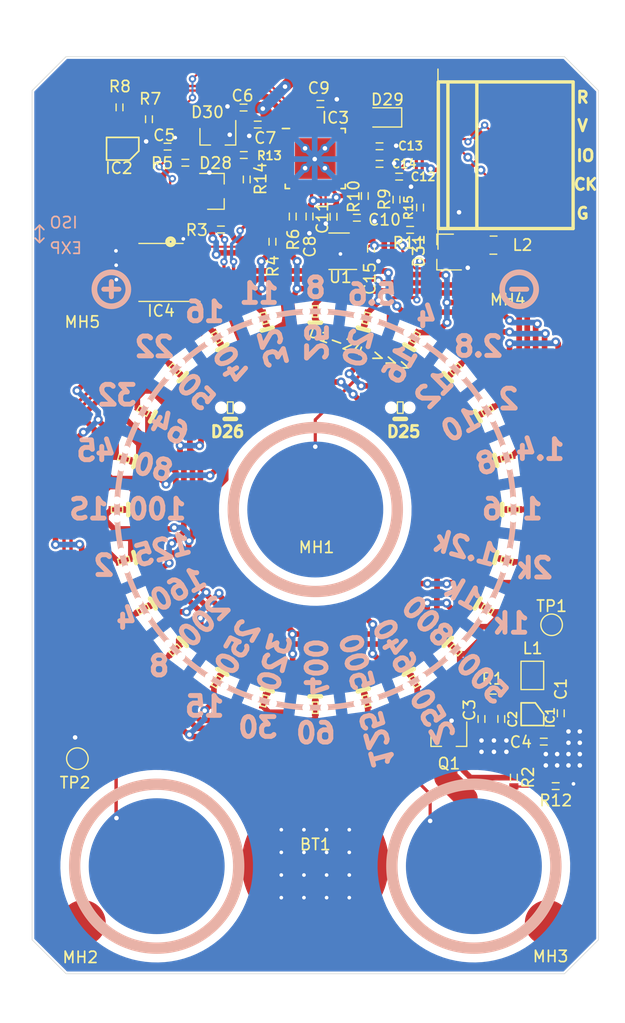
<source format=kicad_pcb>
(kicad_pcb (version 20190605) (host pcbnew "(5.1.0-1419-g872ab5777)")
  (layers (0 "F.Cu" signal) (31 "B.Cu" signal) (34 "B.Paste" user) (35 "F.Paste" user) (36 "B.SilkS" user) (37 "F.SilkS" user) (38 "B.Mask" user) (39 "F.Mask" user) (44 "Edge.Cuts" user))
  (net 0 "")
  (net 1 "DPIN1")
  (net 2 "DPIN6")
  (net 3 "DPIN2")
  (net 4 "DPIN3")
  (net 5 "DPIN4")
  (net 6 "DPIN5")
  (net 7 "SCL")
  (net 8 "SDA")
  (net 9 "GND")
  (net 10 "VREG")
  (net 11 "VBAT")
  (net 12 "SWCLK")
  (net 13 "SWDIO")
  (net 14 "RESET")
  (net 15 "S2")
  (net 16 "S1")
  (net 17 "AVREG")
  (net 18 "Net-(L2-Pad2)")
  (net 19 "PVREG")
  (net 20 "REGMODE")
  (net 21 "Net-(IC2-Pad2)")
  (net 22 "Net-(IC3-Pad14)")
  (net 23 "Net-(IC3-Pad13)")
  (net 24 "Net-(IC3-Pad8)")
  (net 25 "Net-(IC3-Pad6)")
  (net 26 "Net-(IC3-Pad5)")
  (net 27 "Net-(IC3-Pad1)")
  (net 28 "Net-(BT1-Pad1)")
  (net 29 "Net-(C2-Pad1)")
  (net 30 "Net-(IC1-Pad2)")
  (net 31 "Net-(IC2-Pad5)")
  (net 32 "Net-(C13-Pad2)")
  (net 33 "Net-(IC1-Pad4)")
  (net 34 "Net-(D29-Pad2)")
  (net 35 "S3")
  (net 36 "Net-(IC3-Pad4)")
  (net 37 "Net-(IC3-Pad3)")
  (net 38 "Net-(IC3-Pad17)")
  (net 39 "Net-(IC4-Pad3)")
  (net 40 "Net-(MH1-Pad1)")
  (net 41 "Net-(MH2-Pad1)")
  (net 42 "Net-(MH3-Pad1)")
  (net 43 "Net-(MH4-Pad1)")
  (net 44 "Net-(MH5-Pad1)")
  (net 45 "Net-(U1-Pad6)")
  (net 46 "Net-(U1-Pad3)")
  (net 47 "TPLDONE")
  (net 48 "TPLWAKE")
  (module "TestPoint:TestPoint_Pad_D1.5mm" (layer "F.Cu") (at 79 122)
    (fp_text reference "TP2" (at -0.2 2.13) (layer "F.SilkS"))
    (fp_text value "TestPoint")
    (pad "1" smd circle (at 0 0) (size 1.5 1.5) (layers "F.Cu" "F.Mask") (net 9 "GND"))
  )
  (module "mlm:BK-5067" (layer "F.Cu") (at 100 133.88 180)
    (fp_text reference "BT1" (at 0 4.3) (layer "F.SilkS"))
    (fp_text value "Battery_Cell")
    (pad "1" smd rect (at 13.33 3 180) (size 5.07 8.07) (layers "F.Cu" "F.Paste" "F.Mask") (net 28 "Net-(BT1-Pad1)"))
    (pad "2" smd circle (at 0 2.6 180) (size 13 13) (layers "F.Cu" "F.Mask") (net 9 "GND"))
    (pad "1" smd rect (at -13.33 3 180) (size 5.07 8.07) (layers "F.Cu" "F.Paste" "F.Mask") (net 28 "Net-(BT1-Pad1)"))
  )
  (module "mlm:dual0402" (layer "B.Cu") (at 92.5 91 180)
    (fp_text reference "D26" (at 0.25 -2.13) (layer "F.SilkS") (effects (font (thickness 0.25))))
    (fp_text value "LED_ALT")
    (pad "" np_thru_hole circle (at -0.8 0 180) (size 0.7 0.7) (drill 0.7) (layers *.Cu *.Mask))
    (pad "" np_thru_hole circle (at 0.8 0 180) (size 0.7 0.7) (drill 0.7) (layers *.Cu *.Mask))
    (pad "2" smd rect (at 0 -0.5 180) (size 0.6 0.5) (layers "F.Cu" "F.Paste" "F.Mask") (net 1 "DPIN1"))
    (pad "1" smd rect (at 0 0.5 180) (size 0.6 0.5) (layers "F.Cu" "F.Paste" "F.Mask") (net 2 "DPIN6"))
  )
  (module "mlm:dual0402" (layer "B.Cu") (at 107.5 91 180)
    (fp_text reference "D25" (at -0.3 -2.13) (layer "F.SilkS") (effects (font (thickness 0.25))))
    (fp_text value "LED_ALT")
    (pad "" np_thru_hole circle (at -0.8 0 180) (size 0.7 0.7) (drill 0.7) (layers *.Cu *.Mask))
    (pad "" np_thru_hole circle (at 0.8 0 180) (size 0.7 0.7) (drill 0.7) (layers *.Cu *.Mask))
    (pad "2" smd rect (at 0 -0.5 180) (size 0.6 0.5) (layers "F.Cu" "F.Paste" "F.Mask") (net 1 "DPIN1"))
    (pad "1" smd rect (at 0 0.5 180) (size 0.6 0.5) (layers "F.Cu" "F.Paste" "F.Mask") (net 6 "DPIN5"))
  )
  (module "mlm:dual0402" (layer "B.Cu") (at 104.5 83.1 165)
    (fp_text reference "D2" hide)
    (fp_text value "LED")
    (pad "" np_thru_hole circle (at -0.8 0 165) (size 0.7 0.7) (drill 0.7) (layers *.Cu *.Mask))
    (pad "" np_thru_hole circle (at 0.8 0 165) (size 0.7 0.7) (drill 0.7) (layers *.Cu *.Mask))
    (pad "2" smd rect (at 0 -0.5 165) (size 0.6 0.5) (layers "F.Cu" "F.Paste" "F.Mask") (net 2 "DPIN6"))
    (pad "1" smd rect (at 0 0.5 165) (size 0.6 0.5) (layers "F.Cu" "F.Paste" "F.Mask") (net 3 "DPIN2"))
  )
  (module "mlm:dual0402" (layer "B.Cu") (at 100 82.5 180)
    (fp_text reference "D1" hide)
    (fp_text value "LED")
    (pad "" np_thru_hole circle (at -0.8 0 180) (size 0.7 0.7) (drill 0.7) (layers *.Cu *.Mask))
    (pad "" np_thru_hole circle (at 0.8 0 180) (size 0.7 0.7) (drill 0.7) (layers *.Cu *.Mask))
    (pad "2" smd rect (at 0 -0.5 180) (size 0.6 0.5) (layers "F.Cu" "F.Paste" "F.Mask") (net 2 "DPIN6"))
    (pad "1" smd rect (at 0 0.5 180) (size 0.6 0.5) (layers "F.Cu" "F.Paste" "F.Mask") (net 1 "DPIN1"))
  )
  (module "mlm:dual0402" (layer "B.Cu") (at 95.5 83.1 195)
    (fp_text reference "D24" hide)
    (fp_text value "LED")
    (pad "" np_thru_hole circle (at -0.8 0 195) (size 0.7 0.7) (drill 0.7) (layers *.Cu *.Mask))
    (pad "" np_thru_hole circle (at 0.8 0 195) (size 0.7 0.7) (drill 0.7) (layers *.Cu *.Mask))
    (pad "2" smd rect (at 0 -0.5 195) (size 0.6 0.5) (layers "F.Cu" "F.Paste" "F.Mask") (net 3 "DPIN2"))
    (pad "1" smd rect (at 0 0.5 195) (size 0.6 0.5) (layers "F.Cu" "F.Paste" "F.Mask") (net 6 "DPIN5"))
  )
  (module "mlm:dual0402" (layer "B.Cu") (at 91.3 84.8 210)
    (fp_text reference "D23" hide)
    (fp_text value "LED")
    (pad "" np_thru_hole circle (at -0.8 0 210) (size 0.7 0.7) (drill 0.7) (layers *.Cu *.Mask))
    (pad "" np_thru_hole circle (at 0.8 0 210) (size 0.7 0.7) (drill 0.7) (layers *.Cu *.Mask))
    (pad "2" smd rect (at 0 -0.5 210) (size 0.6 0.5) (layers "F.Cu" "F.Paste" "F.Mask") (net 3 "DPIN2"))
    (pad "1" smd rect (at 0 0.5 210) (size 0.6 0.5) (layers "F.Cu" "F.Paste" "F.Mask") (net 5 "DPIN4"))
  )
  (module "mlm:dual0402" (layer "B.Cu") (at 87.6 87.6 225)
    (fp_text reference "D22" hide)
    (fp_text value "LED")
    (pad "" np_thru_hole circle (at -0.8 0 225) (size 0.7 0.7) (drill 0.7) (layers *.Cu *.Mask))
    (pad "" np_thru_hole circle (at 0.8 0 225) (size 0.7 0.7) (drill 0.7) (layers *.Cu *.Mask))
    (pad "2" smd rect (at 0 -0.5 225) (size 0.6 0.5) (layers "F.Cu" "F.Paste" "F.Mask") (net 3 "DPIN2"))
    (pad "1" smd rect (at 0 0.5 225) (size 0.6 0.5) (layers "F.Cu" "F.Paste" "F.Mask") (net 4 "DPIN3"))
  )
  (module "mlm:dual0402" (layer "B.Cu") (at 84.8 91.3 240)
    (fp_text reference "D21" hide)
    (fp_text value "LED")
    (pad "" np_thru_hole circle (at -0.8 0 240) (size 0.7 0.7) (drill 0.7) (layers *.Cu *.Mask))
    (pad "" np_thru_hole circle (at 0.8 0 240) (size 0.7 0.7) (drill 0.7) (layers *.Cu *.Mask))
    (pad "2" smd rect (at 0 -0.5 240) (size 0.6 0.5) (layers "F.Cu" "F.Paste" "F.Mask") (net 3 "DPIN2"))
    (pad "1" smd rect (at 0 0.5 240) (size 0.6 0.5) (layers "F.Cu" "F.Paste" "F.Mask") (net 1 "DPIN1"))
  )
  (module "mlm:dual0402" (layer "B.Cu") (at 83.1 95.5 255)
    (fp_text reference "D20" hide)
    (fp_text value "LED")
    (pad "" np_thru_hole circle (at -0.8 0 255) (size 0.7 0.7) (drill 0.7) (layers *.Cu *.Mask))
    (pad "" np_thru_hole circle (at 0.8 0 255) (size 0.7 0.7) (drill 0.7) (layers *.Cu *.Mask))
    (pad "2" smd rect (at 0 -0.5 255) (size 0.6 0.5) (layers "F.Cu" "F.Paste" "F.Mask") (net 4 "DPIN3"))
    (pad "1" smd rect (at 0 0.5 255) (size 0.6 0.5) (layers "F.Cu" "F.Paste" "F.Mask") (net 2 "DPIN6"))
  )
  (module "mlm:dual0402" (layer "B.Cu") (at 82.5 100 270)
    (fp_text reference "D19" hide)
    (fp_text value "LED")
    (pad "" np_thru_hole circle (at -0.8 0 270) (size 0.7 0.7) (drill 0.7) (layers *.Cu *.Mask))
    (pad "" np_thru_hole circle (at 0.8 0 270) (size 0.7 0.7) (drill 0.7) (layers *.Cu *.Mask))
    (pad "2" smd rect (at 0 -0.5 270) (size 0.6 0.5) (layers "F.Cu" "F.Paste" "F.Mask") (net 4 "DPIN3"))
    (pad "1" smd rect (at 0 0.5 270) (size 0.6 0.5) (layers "F.Cu" "F.Paste" "F.Mask") (net 6 "DPIN5"))
  )
  (module "mlm:dual0402" (layer "B.Cu") (at 83.1 104.5 285)
    (fp_text reference "D18" hide)
    (fp_text value "LED")
    (pad "" np_thru_hole circle (at -0.8 0 285) (size 0.7 0.7) (drill 0.7) (layers *.Cu *.Mask))
    (pad "" np_thru_hole circle (at 0.8 0 285) (size 0.7 0.7) (drill 0.7) (layers *.Cu *.Mask))
    (pad "2" smd rect (at 0 -0.5 285) (size 0.6 0.5) (layers "F.Cu" "F.Paste" "F.Mask") (net 4 "DPIN3"))
    (pad "1" smd rect (at 0 0.5 285) (size 0.6 0.5) (layers "F.Cu" "F.Paste" "F.Mask") (net 5 "DPIN4"))
  )
  (module "mlm:dual0402" (layer "B.Cu") (at 84.8 108.8 300)
    (fp_text reference "D17" hide)
    (fp_text value "LED")
    (pad "" np_thru_hole circle (at -0.8 0 300) (size 0.7 0.7) (drill 0.7) (layers *.Cu *.Mask))
    (pad "" np_thru_hole circle (at 0.8 0 300) (size 0.7 0.7) (drill 0.7) (layers *.Cu *.Mask))
    (pad "2" smd rect (at 0 -0.5 300) (size 0.6 0.5) (layers "F.Cu" "F.Paste" "F.Mask") (net 4 "DPIN3"))
    (pad "1" smd rect (at 0 0.5 300) (size 0.6 0.5) (layers "F.Cu" "F.Paste" "F.Mask") (net 3 "DPIN2"))
  )
  (module "mlm:dual0402" (layer "B.Cu") (at 87.6 112.4 315)
    (fp_text reference "D16" hide)
    (fp_text value "LED")
    (pad "" np_thru_hole circle (at -0.8 0 315) (size 0.7 0.7) (drill 0.7) (layers *.Cu *.Mask))
    (pad "" np_thru_hole circle (at 0.8 0 315) (size 0.7 0.7) (drill 0.7) (layers *.Cu *.Mask))
    (pad "2" smd rect (at 0 -0.5 315) (size 0.6 0.5) (layers "F.Cu" "F.Paste" "F.Mask") (net 4 "DPIN3"))
    (pad "1" smd rect (at 0 0.5 315) (size 0.6 0.5) (layers "F.Cu" "F.Paste" "F.Mask") (net 1 "DPIN1"))
  )
  (module "mlm:dual0402" (layer "B.Cu") (at 91.3 115.2 330)
    (fp_text reference "D15" hide)
    (fp_text value "LED")
    (pad "" np_thru_hole circle (at -0.8 0 330) (size 0.7 0.7) (drill 0.7) (layers *.Cu *.Mask))
    (pad "" np_thru_hole circle (at 0.8 0 330) (size 0.7 0.7) (drill 0.7) (layers *.Cu *.Mask))
    (pad "2" smd rect (at 0 -0.5 330) (size 0.6 0.5) (layers "F.Cu" "F.Paste" "F.Mask") (net 5 "DPIN4"))
    (pad "1" smd rect (at 0 0.5 330) (size 0.6 0.5) (layers "F.Cu" "F.Paste" "F.Mask") (net 2 "DPIN6"))
  )
  (module "mlm:dual0402" (layer "B.Cu") (at 95.5 116.9 345)
    (fp_text reference "D14" hide)
    (fp_text value "LED")
    (pad "" np_thru_hole circle (at -0.8 0 345) (size 0.7 0.7) (drill 0.7) (layers *.Cu *.Mask))
    (pad "" np_thru_hole circle (at 0.8 0 345) (size 0.7 0.7) (drill 0.7) (layers *.Cu *.Mask))
    (pad "2" smd rect (at 0 -0.5 345) (size 0.6 0.5) (layers "F.Cu" "F.Paste" "F.Mask") (net 5 "DPIN4"))
    (pad "1" smd rect (at 0 0.5 345) (size 0.6 0.5) (layers "F.Cu" "F.Paste" "F.Mask") (net 6 "DPIN5"))
  )
  (module "mlm:dual0402" (layer "B.Cu") (at 100 117.5)
    (fp_text reference "D13" hide)
    (fp_text value "LED")
    (pad "" np_thru_hole circle (at -0.8 0) (size 0.7 0.7) (drill 0.7) (layers *.Cu *.Mask))
    (pad "" np_thru_hole circle (at 0.8 0) (size 0.7 0.7) (drill 0.7) (layers *.Cu *.Mask))
    (pad "2" smd rect (at 0 -0.5) (size 0.6 0.5) (layers "F.Cu" "F.Paste" "F.Mask") (net 5 "DPIN4"))
    (pad "1" smd rect (at 0 0.5) (size 0.6 0.5) (layers "F.Cu" "F.Paste" "F.Mask") (net 4 "DPIN3"))
  )
  (module "mlm:dual0402" (layer "B.Cu") (at 104.5 116.9 15)
    (fp_text reference "D12" hide)
    (fp_text value "LED")
    (pad "" np_thru_hole circle (at -0.8 0 15) (size 0.7 0.7) (drill 0.7) (layers *.Cu *.Mask))
    (pad "" np_thru_hole circle (at 0.8 0 15) (size 0.7 0.7) (drill 0.7) (layers *.Cu *.Mask))
    (pad "2" smd rect (at 0 -0.5 15) (size 0.6 0.5) (layers "F.Cu" "F.Paste" "F.Mask") (net 5 "DPIN4"))
    (pad "1" smd rect (at 0 0.5 15) (size 0.6 0.5) (layers "F.Cu" "F.Paste" "F.Mask") (net 3 "DPIN2"))
  )
  (module "mlm:dual0402" (layer "B.Cu") (at 108.75 115.2 30)
    (fp_text reference "D11" hide)
    (fp_text value "LED")
    (pad "" np_thru_hole circle (at -0.8 0 30) (size 0.7 0.7) (drill 0.7) (layers *.Cu *.Mask))
    (pad "" np_thru_hole circle (at 0.8 0 30) (size 0.7 0.7) (drill 0.7) (layers *.Cu *.Mask))
    (pad "2" smd rect (at 0 -0.5 30) (size 0.6 0.5) (layers "F.Cu" "F.Paste" "F.Mask") (net 5 "DPIN4"))
    (pad "1" smd rect (at 0 0.5 30) (size 0.6 0.5) (layers "F.Cu" "F.Paste" "F.Mask") (net 1 "DPIN1"))
  )
  (module "mlm:dual0402" (layer "B.Cu") (at 112.4 112.4 45)
    (fp_text reference "D10" hide)
    (fp_text value "LED")
    (pad "" np_thru_hole circle (at -0.8 0 45) (size 0.7 0.7) (drill 0.7) (layers *.Cu *.Mask))
    (pad "" np_thru_hole circle (at 0.8 0 45) (size 0.7 0.7) (drill 0.7) (layers *.Cu *.Mask))
    (pad "2" smd rect (at 0 -0.5 45) (size 0.6 0.5) (layers "F.Cu" "F.Paste" "F.Mask") (net 6 "DPIN5"))
    (pad "1" smd rect (at 0 0.5 45) (size 0.6 0.5) (layers "F.Cu" "F.Paste" "F.Mask") (net 2 "DPIN6"))
  )
  (module "mlm:dual0402" (layer "B.Cu") (at 115.2 108.8 60)
    (fp_text reference "D9" hide)
    (fp_text value "LED")
    (pad "" np_thru_hole circle (at -0.8 0 60) (size 0.7 0.7) (drill 0.7) (layers *.Cu *.Mask))
    (pad "" np_thru_hole circle (at 0.8 0 60) (size 0.7 0.7) (drill 0.7) (layers *.Cu *.Mask))
    (pad "2" smd rect (at 0 -0.5 60) (size 0.6 0.5) (layers "F.Cu" "F.Paste" "F.Mask") (net 6 "DPIN5"))
    (pad "1" smd rect (at 0 0.5 60) (size 0.6 0.5) (layers "F.Cu" "F.Paste" "F.Mask") (net 5 "DPIN4"))
  )
  (module "mlm:dual0402" (layer "B.Cu") (at 116.9 104.5 75)
    (fp_text reference "D8" hide)
    (fp_text value "LED")
    (pad "" np_thru_hole circle (at -0.8 0 75) (size 0.7 0.7) (drill 0.7) (layers *.Cu *.Mask))
    (pad "" np_thru_hole circle (at 0.8 0 75) (size 0.7 0.7) (drill 0.7) (layers *.Cu *.Mask))
    (pad "2" smd rect (at 0 -0.5 75) (size 0.6 0.5) (layers "F.Cu" "F.Paste" "F.Mask") (net 6 "DPIN5"))
    (pad "1" smd rect (at 0 0.5 75) (size 0.6 0.5) (layers "F.Cu" "F.Paste" "F.Mask") (net 4 "DPIN3"))
  )
  (module "mlm:dual0402" (layer "B.Cu") (at 117.5 100 90)
    (fp_text reference "D7" hide)
    (fp_text value "LED")
    (pad "" np_thru_hole circle (at -0.8 0 90) (size 0.7 0.7) (drill 0.7) (layers *.Cu *.Mask))
    (pad "" np_thru_hole circle (at 0.8 0 90) (size 0.7 0.7) (drill 0.7) (layers *.Cu *.Mask))
    (pad "2" smd rect (at 0 -0.5 90) (size 0.6 0.5) (layers "F.Cu" "F.Paste" "F.Mask") (net 6 "DPIN5"))
    (pad "1" smd rect (at 0 0.5 90) (size 0.6 0.5) (layers "F.Cu" "F.Paste" "F.Mask") (net 3 "DPIN2"))
  )
  (module "mlm:dual0402" (layer "B.Cu") (at 116.9 95.4 105)
    (fp_text reference "D6" hide)
    (fp_text value "LED")
    (pad "" np_thru_hole circle (at -0.8 0 105) (size 0.7 0.7) (drill 0.7) (layers *.Cu *.Mask))
    (pad "" np_thru_hole circle (at 0.8 0 105) (size 0.7 0.7) (drill 0.7) (layers *.Cu *.Mask))
    (pad "2" smd rect (at 0 -0.5 105) (size 0.6 0.5) (layers "F.Cu" "F.Paste" "F.Mask") (net 6 "DPIN5"))
    (pad "1" smd rect (at 0 0.5 105) (size 0.6 0.5) (layers "F.Cu" "F.Paste" "F.Mask") (net 1 "DPIN1"))
  )
  (module "mlm:dual0402" (layer "B.Cu") (at 115.2 91.25 120)
    (fp_text reference "D5" hide)
    (fp_text value "LED")
    (pad "" np_thru_hole circle (at -0.8 0 120) (size 0.7 0.7) (drill 0.7) (layers *.Cu *.Mask))
    (pad "" np_thru_hole circle (at 0.8 0 120) (size 0.7 0.7) (drill 0.7) (layers *.Cu *.Mask))
    (pad "2" smd rect (at 0 -0.5 120) (size 0.6 0.5) (layers "F.Cu" "F.Paste" "F.Mask") (net 2 "DPIN6"))
    (pad "1" smd rect (at 0 0.5 120) (size 0.6 0.5) (layers "F.Cu" "F.Paste" "F.Mask") (net 6 "DPIN5"))
  )
  (module "mlm:dual0402" (layer "B.Cu") (at 112.4 87.6 135)
    (fp_text reference "D4" hide)
    (fp_text value "LED")
    (pad "" np_thru_hole circle (at -0.8 0 135) (size 0.7 0.7) (drill 0.7) (layers *.Cu *.Mask))
    (pad "" np_thru_hole circle (at 0.8 0 135) (size 0.7 0.7) (drill 0.7) (layers *.Cu *.Mask))
    (pad "2" smd rect (at 0 -0.5 135) (size 0.6 0.5) (layers "F.Cu" "F.Paste" "F.Mask") (net 2 "DPIN6"))
    (pad "1" smd rect (at 0 0.5 135) (size 0.6 0.5) (layers "F.Cu" "F.Paste" "F.Mask") (net 5 "DPIN4"))
  )
  (module "mlm:dual0402" (layer "B.Cu") (at 108.8 84.8 150)
    (fp_text reference "D3" hide)
    (fp_text value "LED")
    (pad "" np_thru_hole circle (at -0.8 0 150) (size 0.7 0.7) (drill 0.7) (layers *.Cu *.Mask))
    (pad "" np_thru_hole circle (at 0.8 0 150) (size 0.7 0.7) (drill 0.7) (layers *.Cu *.Mask))
    (pad "2" smd rect (at 0 -0.5 150) (size 0.6 0.5) (layers "F.Cu" "F.Paste" "F.Mask") (net 2 "DPIN6"))
    (pad "1" smd rect (at 0 0.5 150) (size 0.6 0.5) (layers "F.Cu" "F.Paste" "F.Mask") (net 4 "DPIN3"))
  )
  (module "mlm:0603" (layer "F.Cu") (at 104.92 76.965 270)
    (fp_text reference "C15" (at 2.645 0.11 90) (layer "F.SilkS"))
    (fp_text value "u1")
    (pad "1" smd rect (at -0.775 0 270) (size 0.55 0.8) (layers "F.Cu" "F.Paste" "F.Mask") (net 10 "VREG"))
    (pad "2" smd rect (at 0.775 0 270) (size 0.55 0.8) (layers "F.Cu" "F.Paste" "F.Mask") (net 9 "GND"))
  )
  (module "mlm:M20-7910542R" (layer "F.Cu") (at 111.86 68.71 270)
    (fp_text reference "J1" hide)
    (fp_text value "Conn_01x05_Male")
    (pad "5" smd rect (at 5.08 0.6 270) (size 1.1 1.8) (layers "F.Cu" "F.Paste" "F.Mask") (net 9 "GND"))
    (pad "4" smd rect (at 2.54 0.6 270) (size 1.1 1.8) (layers "F.Cu" "F.Paste" "F.Mask") (net 12 "SWCLK"))
    (pad "3" smd rect (at 0 0.6 270) (size 1.1 1.8) (layers "F.Cu" "F.Paste" "F.Mask") (net 13 "SWDIO"))
    (pad "2" smd rect (at -2.54 0.6 270) (size 1.1 1.8) (layers "F.Cu" "F.Paste" "F.Mask") (net 10 "VREG"))
    (pad "1" smd rect (at -5.08 0.6 270) (size 1.1 1.8) (layers "F.Cu" "F.Paste" "F.Mask") (net 14 "RESET"))
  )
  (module "Package_TO_SOT_SMD:SOT-23-6" (layer "F.Cu") (at 102.1 77.19 180)
    (fp_text reference "U1" (at -0.12 -2.29) (layer "F.SilkS"))
    (fp_text value "TPL5010")
    (pad "5" smd rect (at 1.1 0 180) (size 1.06 0.65) (layers "F.Cu" "F.Paste" "F.Mask") (net 48 "TPLWAKE"))
    (pad "6" smd rect (at 1.1 -0.95 180) (size 1.06 0.65) (layers "F.Cu" "F.Paste" "F.Mask") (net 45 "Net-(U1-Pad6)"))
    (pad "4" smd rect (at 1.1 0.95 180) (size 1.06 0.65) (layers "F.Cu" "F.Paste" "F.Mask") (net 47 "TPLDONE"))
    (pad "3" smd rect (at -1.1 0.95 180) (size 1.06 0.65) (layers "F.Cu" "F.Paste" "F.Mask") (net 46 "Net-(U1-Pad3)"))
    (pad "2" smd rect (at -1.1 0 180) (size 1.06 0.65) (layers "F.Cu" "F.Paste" "F.Mask") (net 9 "GND"))
    (pad "1" smd rect (at -1.1 -0.95 180) (size 1.06 0.65) (layers "F.Cu" "F.Paste" "F.Mask") (net 10 "VREG"))
  )
  (module "mlm:EFM32TG108_QFN24" (layer "F.Cu") (at 100 69)
    (fp_text reference "IC3" (at 1.78 -3.6) (layer "F.SilkS"))
    (fp_text value "EFM32TG108F32")
    (pad "0" smd rect (at 0.9 0.9) (size 1.8 1.8) (layers "F.Cu" "F.Paste" "F.Mask") (net 9 "GND"))
    (pad "0" smd rect (at 0.9 -0.9) (size 1.8 1.8) (layers "F.Cu" "F.Paste" "F.Mask") (net 9 "GND"))
    (pad "0" smd rect (at -0.9 0.9) (size 1.8 1.8) (layers "F.Cu" "F.Paste" "F.Mask") (net 9 "GND"))
    (pad "0" smd rect (at -0.9 -0.9) (size 1.8 1.8) (layers "F.Cu" "F.Paste" "F.Mask") (net 9 "GND"))
    (pad "24" smd rect (at -1.625 -2.5) (size 0.3 0.8) (layers "F.Cu" "F.Paste" "F.Mask") (net 7 "SCL"))
    (pad "23" smd rect (at -0.975 -2.5) (size 0.3 0.8) (layers "F.Cu" "F.Paste" "F.Mask") (net 8 "SDA"))
    (pad "22" smd rect (at -0.325 -2.5) (size 0.3 0.8) (layers "F.Cu" "F.Paste" "F.Mask") (net 10 "VREG"))
    (pad "21" smd rect (at 0.325 -2.5) (size 0.3 0.8) (layers "F.Cu" "F.Paste" "F.Mask") (net 20 "REGMODE"))
    (pad "20" smd rect (at 0.975 -2.5) (size 0.3 0.8) (layers "F.Cu" "F.Paste" "F.Mask") (net 13 "SWDIO"))
    (pad "19" smd rect (at 1.625 -2.5) (size 0.3 0.8) (layers "F.Cu" "F.Paste" "F.Mask") (net 12 "SWCLK"))
    (pad "18" smd rect (at 2.5 -1.625 90) (size 0.3 0.8) (layers "F.Cu" "F.Paste" "F.Mask") (net 34 "Net-(D29-Pad2)"))
    (pad "17" smd rect (at 2.5 -0.975 90) (size 0.3 0.8) (layers "F.Cu" "F.Paste" "F.Mask") (net 38 "Net-(IC3-Pad17)"))
    (pad "16" smd rect (at 2.5 -0.325 90) (size 0.3 0.8) (layers "F.Cu" "F.Paste" "F.Mask") (net 32 "Net-(C13-Pad2)"))
    (pad "15" smd rect (at 2.5 0.325 90) (size 0.3 0.8) (layers "F.Cu" "F.Paste" "F.Mask") (net 10 "VREG"))
    (pad "14" smd rect (at 2.5 0.975 90) (size 0.3 0.8) (layers "F.Cu" "F.Paste" "F.Mask") (net 22 "Net-(IC3-Pad14)"))
    (pad "13" smd rect (at 2.5 1.625 90) (size 0.3 0.8) (layers "F.Cu" "F.Paste" "F.Mask") (net 23 "Net-(IC3-Pad13)"))
    (pad "12" smd rect (at 1.625 2.5) (size 0.3 0.8) (layers "F.Cu" "F.Paste" "F.Mask") (net 17 "AVREG"))
    (pad "11" smd rect (at 0.975 2.5) (size 0.3 0.8) (layers "F.Cu" "F.Paste" "F.Mask") (net 48 "TPLWAKE"))
    (pad "10" smd rect (at 0.325 2.5) (size 0.3 0.8) (layers "F.Cu" "F.Paste" "F.Mask") (net 47 "TPLDONE"))
    (pad "9" smd rect (at -0.325 2.5) (size 0.3 0.8) (layers "F.Cu" "F.Paste" "F.Mask") (net 17 "AVREG"))
    (pad "8" smd rect (at -0.975 2.5) (size 0.3 0.8) (layers "F.Cu" "F.Paste" "F.Mask") (net 24 "Net-(IC3-Pad8)"))
    (pad "7" smd rect (at -1.625 2.5) (size 0.3 0.8) (layers "F.Cu" "F.Paste" "F.Mask") (net 14 "RESET"))
    (pad "6" smd rect (at -2.5 1.625 90) (size 0.3 0.8) (layers "F.Cu" "F.Paste" "F.Mask") (net 25 "Net-(IC3-Pad6)"))
    (pad "5" smd rect (at -2.5 0.975 90) (size 0.3 0.8) (layers "F.Cu" "F.Paste" "F.Mask") (net 26 "Net-(IC3-Pad5)"))
    (pad "4" smd rect (at -2.5 0.325 90) (size 0.3 0.8) (layers "F.Cu" "F.Paste" "F.Mask") (net 36 "Net-(IC3-Pad4)"))
    (pad "3" smd rect (at -2.5 -0.325 90) (size 0.3 0.8) (layers "F.Cu" "F.Paste" "F.Mask") (net 37 "Net-(IC3-Pad3)"))
    (pad "2" smd rect (at -2.5 -0.975 90) (size 0.3 0.8) (layers "F.Cu" "F.Paste" "F.Mask") (net 10 "VREG"))
    (pad "1" smd rect (at -2.5 -1.625 90) (size 0.3 0.8) (layers "F.Cu" "F.Paste" "F.Mask") (net 27 "Net-(IC3-Pad1)"))
  )
  (module "mlm:tps610986" (layer "F.Cu") (at 119.17 118.075 180)
    (fp_text reference "IC1" (at -1.57 -0.295 90) (layer "F.SilkS") (effects (font (size 0.75 0.75))))
    (fp_text value "tps610981dser")
    (pad "3" smd rect (at 0.5 0.575 180) (size 0.28 0.75) (layers "F.Cu" "F.Paste" "F.Mask") (net 29 "Net-(C2-Pad1)"))
    (pad "4" smd rect (at 0.5 -0.575 180) (size 0.28 0.75) (layers "F.Cu" "F.Paste" "F.Mask") (net 33 "Net-(IC1-Pad4)"))
    (pad "2" smd rect (at 0 0.575 180) (size 0.28 0.75) (layers "F.Cu" "F.Paste" "F.Mask") (net 30 "Net-(IC1-Pad2)"))
    (pad "5" smd rect (at 0 -0.575 180) (size 0.28 0.75) (layers "F.Cu" "F.Paste" "F.Mask") (net 19 "PVREG"))
    (pad "1" smd rect (at -0.5 0.575 180) (size 0.28 0.75) (layers "F.Cu" "F.Paste" "F.Mask") (net 10 "VREG"))
    (pad "6" smd rect (at -0.5 -0.575 180) (size 0.28 0.75) (layers "F.Cu" "F.Paste" "F.Mask") (net 9 "GND"))
  )
  (module "mlm:D_SOD-323F" (layer "F.Cu") (at 106.13 65.37 180)
    (fp_text reference "D29" (at -0.24 1.58 180) (layer "F.SilkS"))
    (fp_text value "D_Zener")
    (pad "1" smd rect (at -1.1 0 180) (size 0.8 0.8) (layers "F.Cu" "F.Paste" "F.Mask") (net 11 "VBAT"))
    (pad "2" smd rect (at 1.1 0 180) (size 0.8 0.8) (layers "F.Cu" "F.Paste" "F.Mask") (net 34 "Net-(D29-Pad2)"))
  )
  (module "mlm:97730306330R" (layer "F.Cu") (at 79.5 80.5)
    (fp_text reference "MH5" (at -0.06 2.94) (layer "F.SilkS"))
    (fp_text value "TestPoint")
    (pad "1" smd circle (at 0 0) (size 4 4) (layers "F.Cu" "F.Paste" "F.Mask") (net 44 "Net-(MH5-Pad1)"))
  )
  (module "mlm:97730306330R" (layer "F.Cu") (at 120.5 80.5)
    (fp_text reference "MH4" (at -3.51 0.97) (layer "F.SilkS"))
    (fp_text value "TestPoint")
    (pad "1" smd circle (at 0 0) (size 4 4) (layers "F.Cu" "F.Paste" "F.Mask") (net 43 "Net-(MH4-Pad1)"))
  )
  (module "mlm:97730306330R" (layer "F.Cu") (at 120.5 136.5)
    (fp_text reference "MH3" (at 0.27 2.97) (layer "F.SilkS"))
    (fp_text value "TestPoint")
    (pad "1" smd circle (at 0 0) (size 4 4) (layers "F.Cu" "F.Paste" "F.Mask") (net 42 "Net-(MH3-Pad1)"))
  )
  (module "mlm:97730306330R" (layer "F.Cu") (at 79.5 136.5)
    (fp_text reference "MH2" (at -0.24 3.05) (layer "F.SilkS"))
    (fp_text value "TestPoint")
    (pad "1" smd circle (at 0 0) (size 4 4) (layers "F.Cu" "F.Paste" "F.Mask") (net 41 "Net-(MH2-Pad1)"))
  )
  (module "mlm:97730306330R" (layer "F.Cu") (at 103.47 99.19)
    (fp_text reference "MH1" (at -3.36 4.15) (layer "F.SilkS"))
    (fp_text value "TestPoint")
    (pad "1" smd circle (at -3.47 0.81) (size 4 4) (layers "F.Cu" "F.Paste" "F.Mask") (net 40 "Net-(MH1-Pad1)"))
  )
  (module "Package_TO_SOT_SMD:SOT-23" (layer "F.Cu") (at 111.49 77.26 180)
    (fp_text reference "D31" (at 2.358555 0.101094 90) (layer "F.SilkS"))
    (fp_text value "D_TVS_x2_AAC")
    (pad "3" smd rect (at 1 0 180) (size 0.9 0.8) (layers "F.Cu" "F.Paste" "F.Mask") (net 35 "S3"))
    (pad "2" smd rect (at -1 0.95 180) (size 0.9 0.8) (layers "F.Cu" "F.Paste" "F.Mask") (net 10 "VREG"))
    (pad "1" smd rect (at -1 -0.95 180) (size 0.9 0.8) (layers "F.Cu" "F.Paste" "F.Mask") (net 9 "GND"))
  )
  (module "Package_TO_SOT_SMD:SOT-23" (layer "F.Cu") (at 91.4 67.05 270)
    (fp_text reference "D30" (at -2.14 0.92 180) (layer "F.SilkS"))
    (fp_text value "D_TVS_x2_AAC")
    (pad "3" smd rect (at 1 0 270) (size 0.9 0.8) (layers "F.Cu" "F.Paste" "F.Mask") (net 15 "S2"))
    (pad "2" smd rect (at -1 0.95 270) (size 0.9 0.8) (layers "F.Cu" "F.Paste" "F.Mask") (net 10 "VREG"))
    (pad "1" smd rect (at -1 -0.95 270) (size 0.9 0.8) (layers "F.Cu" "F.Paste" "F.Mask") (net 9 "GND"))
  )
  (module "Package_TO_SOT_SMD:SOT-23" (layer "F.Cu") (at 91.2 71.9)
    (fp_text reference "D28" (at 0 -2.5) (layer "F.SilkS"))
    (fp_text value "D_TVS_x2_AAC")
    (pad "3" smd rect (at 1 0) (size 0.9 0.8) (layers "F.Cu" "F.Paste" "F.Mask") (net 16 "S1"))
    (pad "2" smd rect (at -1 0.95) (size 0.9 0.8) (layers "F.Cu" "F.Paste" "F.Mask") (net 10 "VREG"))
    (pad "1" smd rect (at -1 -0.95) (size 0.9 0.8) (layers "F.Cu" "F.Paste" "F.Mask") (net 9 "GND"))
  )
  (module "mlm:0603" (layer "F.Cu") (at 107.4 70.6 180)
    (fp_text reference "C12" (at -2.12 -0.01) (layer "F.SilkS") (effects (font (size 0.74 0.75))))
    (fp_text value "10u")
    (pad "1" smd rect (at -0.775 0 180) (size 0.55 0.8) (layers "F.Cu" "F.Paste" "F.Mask") (net 9 "GND"))
    (pad "2" smd rect (at 0.775 0 180) (size 0.55 0.8) (layers "F.Cu" "F.Paste" "F.Mask") (net 10 "VREG"))
  )
  (module "Package_SO:SOIC-8_3.9x4.9mm_P1.27mm" (layer "F.Cu") (at 86.38 79.06 180)
    (fp_text reference "IC4" (at 0 -3.4) (layer "F.SilkS"))
    (fp_text value "AT30TS74-SS8M-B")
    (pad "8" smd roundrect (at 2.475 -1.905 180) (size 1.95 0.6) (layers "F.Cu" "F.Paste" "F.Mask") (net 19 "PVREG"))
    (pad "7" smd roundrect (at 2.475 -0.635 180) (size 1.95 0.6) (layers "F.Cu" "F.Paste" "F.Mask") (net 9 "GND"))
    (pad "6" smd roundrect (at 2.475 0.635 180) (size 1.95 0.6) (layers "F.Cu" "F.Paste" "F.Mask") (net 9 "GND"))
    (pad "5" smd roundrect (at 2.475 1.905 180) (size 1.95 0.6) (layers "F.Cu" "F.Paste" "F.Mask") (net 9 "GND"))
    (pad "4" smd roundrect (at -2.475 1.905 180) (size 1.95 0.6) (layers "F.Cu" "F.Paste" "F.Mask") (net 9 "GND"))
    (pad "3" smd roundrect (at -2.475 0.635 180) (size 1.95 0.6) (layers "F.Cu" "F.Paste" "F.Mask") (net 39 "Net-(IC4-Pad3)"))
    (pad "2" smd roundrect (at -2.475 -0.635 180) (size 1.95 0.6) (layers "F.Cu" "F.Paste" "F.Mask") (net 7 "SCL"))
    (pad "1" smd roundrect (at -2.475 -1.905 180) (size 1.95 0.6) (layers "F.Cu" "F.Paste" "F.Mask") (net 8 "SDA"))
  )
  (module "Package_TO_SOT_SMD:SOT-23" (layer "F.Cu") (at 111.79 120.16 270)
    (fp_text reference "Q1" (at 2.28 -0.01 180) (layer "F.SilkS"))
    (fp_text value "Q_PMOS_GSD")
    (pad "3" smd rect (at 1 0 270) (size 0.9 0.8) (layers "F.Cu" "F.Paste" "F.Mask") (net 28 "Net-(BT1-Pad1)"))
    (pad "2" smd rect (at -1 0.95 270) (size 0.9 0.8) (layers "F.Cu" "F.Paste" "F.Mask") (net 11 "VBAT"))
    (pad "1" smd rect (at -1 -0.95 270) (size 0.9 0.8) (layers "F.Cu" "F.Paste" "F.Mask") (net 9 "GND"))
  )
  (module "mlm:0603" (layer "F.Cu") (at 109.25 73.33 90)
    (fp_text reference "R15" (at -0.01 -1.02 270) (layer "F.SilkS") (effects (font (size 0.75 0.75))))
    (fp_text value "100")
    (pad "1" smd rect (at -0.775 0 90) (size 0.55 0.8) (layers "F.Cu" "F.Paste" "F.Mask") (net 35 "S3"))
    (pad "2" smd rect (at 0.775 0 90) (size 0.55 0.8) (layers "F.Cu" "F.Paste" "F.Mask") (net 38 "Net-(IC3-Pad17)"))
  )
  (module "mlm:0603" (layer "F.Cu") (at 93.95 70.85 90)
    (fp_text reference "R14" (at 0.07 1.22 90) (layer "F.SilkS"))
    (fp_text value "100")
    (pad "1" smd rect (at -0.775 0 90) (size 0.55 0.8) (layers "F.Cu" "F.Paste" "F.Mask") (net 16 "S1"))
    (pad "2" smd rect (at 0.775 0 90) (size 0.55 0.8) (layers "F.Cu" "F.Paste" "F.Mask") (net 36 "Net-(IC3-Pad4)"))
  )
  (module "mlm:0603" (layer "F.Cu") (at 93.69 68.69)
    (fp_text reference "R13" (at 2.26 0.06) (layer "F.SilkS") (effects (font (size 0.75 0.75))))
    (fp_text value "100")
    (pad "1" smd rect (at -0.775 0) (size 0.55 0.8) (layers "F.Cu" "F.Paste" "F.Mask") (net 15 "S2"))
    (pad "2" smd rect (at 0.775 0) (size 0.55 0.8) (layers "F.Cu" "F.Paste" "F.Mask") (net 37 "Net-(IC3-Pad3)"))
  )
  (module "mlm:TOUCHPAD" (layer "B.Cu") (at 86 131.5)
    (fp_text reference "J2" hide)
    (fp_text value " ")
    (pad "1" smd circle (at 0 0) (size 12 12) (layers "B.Cu" "B.Paste") (net 15 "S2") (clearance 2.5))
  )
  (module "TestPoint:TestPoint_Pad_D1.5mm" (layer "F.Cu") (at 120.86 110.18)
    (fp_text reference "TP1" (at 0 -1.648) (layer "F.SilkS"))
    (fp_text value "TestPoint")
    (pad "1" smd circle (at 0 0) (size 1.5 1.5) (layers "F.Cu" "F.Mask") (net 11 "VBAT"))
  )
  (module "mlm:TOUCHPAD" (layer "B.Cu") (at 100 100)
    (fp_text reference "J4" hide)
    (fp_text value " ")
    (pad "1" smd circle (at 0 0) (size 12 12) (layers "B.Cu" "B.Paste") (net 35 "S3") (clearance 2.5))
  )
  (module "mlm:TOUCHPAD" (layer "B.Cu") (at 114 131.5)
    (fp_text reference "J3" hide)
    (fp_text value " ")
    (pad "1" smd circle (at 0 0) (size 12 12) (layers "B.Cu" "B.Paste") (net 16 "S1") (clearance 2.5))
  )
  (module "mlm:0805" (layer "F.Cu") (at 115.72 76.65 180)
    (fp_text reference "L2" (at -2.57 0.01) (layer "F.SilkS"))
    (fp_text value "1k")
    (pad "1" smd rect (at -1.05 0 180) (size 1.05 1.2) (layers "F.Cu" "F.Paste" "F.Mask") (net 10 "VREG"))
    (pad "2" smd rect (at 1.05 0 180) (size 1.05 1.2) (layers "F.Cu" "F.Paste" "F.Mask") (net 18 "Net-(L2-Pad2)"))
  )
  (module "mlm:0603" (layer "F.Cu") (at 117.53 123.68 90)
    (fp_text reference "R2" (at 0.02 1.26 90) (layer "F.SilkS"))
    (fp_text value "27")
    (pad "1" smd rect (at -0.775 0 90) (size 0.55 0.8) (layers "F.Cu" "F.Paste" "F.Mask") (net 20 "REGMODE"))
    (pad "2" smd rect (at 0.775 0 90) (size 0.55 0.8) (layers "F.Cu" "F.Paste" "F.Mask") (net 33 "Net-(IC1-Pad4)"))
  )
  (module "mlm:0603" (layer "F.Cu") (at 121.22 124.43 180)
    (fp_text reference "R12" (at -0.01 -1.27) (layer "F.SilkS"))
    (fp_text value "10k")
    (pad "1" smd rect (at -0.775 0 180) (size 0.55 0.8) (layers "F.Cu" "F.Paste" "F.Mask") (net 9 "GND"))
    (pad "2" smd rect (at 0.775 0 180) (size 0.55 0.8) (layers "F.Cu" "F.Paste" "F.Mask") (net 20 "REGMODE"))
  )
  (module "mlm:0603" (layer "F.Cu") (at 108.37 75.3)
    (fp_text reference "R11" (at -0.09 1.15) (layer "F.SilkS"))
    (fp_text value "1")
    (pad "1" smd rect (at -0.775 0) (size 0.55 0.8) (layers "F.Cu" "F.Paste" "F.Mask") (net 17 "AVREG"))
    (pad "2" smd rect (at 0.775 0) (size 0.55 0.8) (layers "F.Cu" "F.Paste" "F.Mask") (net 18 "Net-(L2-Pad2)"))
  )
  (module "mlm:0603" (layer "F.Cu") (at 104.37 72.31 90)
    (fp_text reference "R10" (at -0.04 -0.98 90) (layer "F.SilkS"))
    (fp_text value "27")
    (pad "1" smd rect (at -0.775 0 90) (size 0.55 0.8) (layers "F.Cu" "F.Paste" "F.Mask") (net 3 "DPIN2"))
    (pad "2" smd rect (at 0.775 0 90) (size 0.55 0.8) (layers "F.Cu" "F.Paste" "F.Mask") (net 23 "Net-(IC3-Pad13)"))
  )
  (module "mlm:0603" (layer "F.Cu") (at 107.17 72.63 90)
    (fp_text reference "R9" (at 0.03 -1.07 270) (layer "F.SilkS"))
    (fp_text value "27")
    (pad "1" smd rect (at -0.775 0 90) (size 0.55 0.8) (layers "F.Cu" "F.Paste" "F.Mask") (net 4 "DPIN3"))
    (pad "2" smd rect (at 0.775 0 90) (size 0.55 0.8) (layers "F.Cu" "F.Paste" "F.Mask") (net 22 "Net-(IC3-Pad14)"))
  )
  (module "mlm:0603" (layer "F.Cu") (at 82.72 64.48 270)
    (fp_text reference "R8" (at -1.84 -0.03 180) (layer "F.SilkS"))
    (fp_text value "10k")
    (pad "1" smd rect (at -0.775 0 270) (size 0.55 0.8) (layers "F.Cu" "F.Paste" "F.Mask") (net 19 "PVREG"))
    (pad "2" smd rect (at 0.775 0 270) (size 0.55 0.8) (layers "F.Cu" "F.Paste" "F.Mask") (net 8 "SDA"))
  )
  (module "mlm:0603" (layer "F.Cu") (at 85.32 65.53 90)
    (fp_text reference "R7" (at 1.8 0.11 180) (layer "F.SilkS"))
    (fp_text value "10k")
    (pad "1" smd rect (at -0.775 0 90) (size 0.55 0.8) (layers "F.Cu" "F.Paste" "F.Mask") (net 19 "PVREG"))
    (pad "2" smd rect (at 0.775 0 90) (size 0.55 0.8) (layers "F.Cu" "F.Paste" "F.Mask") (net 7 "SCL"))
  )
  (module "mlm:0603" (layer "F.Cu") (at 98.01 74.12 90)
    (fp_text reference "R6" (at -2.04 0.042 90) (layer "F.SilkS"))
    (fp_text value "27")
    (pad "1" smd rect (at -0.775 0 90) (size 0.55 0.8) (layers "F.Cu" "F.Paste" "F.Mask") (net 1 "DPIN1"))
    (pad "2" smd rect (at 0.775 0 90) (size 0.55 0.8) (layers "F.Cu" "F.Paste" "F.Mask") (net 24 "Net-(IC3-Pad8)"))
  )
  (module "mlm:0603" (layer "F.Cu") (at 88.53 69.37)
    (fp_text reference "R5" (at -2.05 0.04) (layer "F.SilkS"))
    (fp_text value "27")
    (pad "1" smd rect (at -0.775 0) (size 0.55 0.8) (layers "F.Cu" "F.Paste" "F.Mask") (net 2 "DPIN6"))
    (pad "2" smd rect (at 0.775 0) (size 0.55 0.8) (layers "F.Cu" "F.Paste" "F.Mask") (net 27 "Net-(IC3-Pad1)"))
  )
  (module "mlm:0603" (layer "F.Cu") (at 96.22 76.35 270)
    (fp_text reference "R4" (at 2.16 -0.03 90) (layer "F.SilkS"))
    (fp_text value "27")
    (pad "1" smd rect (at -0.775 0 270) (size 0.55 0.8) (layers "F.Cu" "F.Paste" "F.Mask") (net 25 "Net-(IC3-Pad6)"))
    (pad "2" smd rect (at 0.775 0 270) (size 0.55 0.8) (layers "F.Cu" "F.Paste" "F.Mask") (net 6 "DPIN5"))
  )
  (module "mlm:0603" (layer "F.Cu") (at 91.67 75.27 180)
    (fp_text reference "R3" (at 2.13 -0.05) (layer "F.SilkS"))
    (fp_text value "27")
    (pad "1" smd rect (at -0.775 0 180) (size 0.55 0.8) (layers "F.Cu" "F.Paste" "F.Mask") (net 26 "Net-(IC3-Pad5)"))
    (pad "2" smd rect (at 0.775 0 180) (size 0.55 0.8) (layers "F.Cu" "F.Paste" "F.Mask") (net 5 "DPIN4"))
  )
  (module "mlm:0603" (layer "F.Cu") (at 115.67 116 180)
    (fp_text reference "R1" (at 0.02 1.05) (layer "F.SilkS"))
    (fp_text value "402")
    (pad "1" smd rect (at -0.775 0 180) (size 0.55 0.8) (layers "F.Cu" "F.Paste" "F.Mask") (net 29 "Net-(C2-Pad1)"))
    (pad "2" smd rect (at 0.775 0 180) (size 0.55 0.8) (layers "F.Cu" "F.Paste" "F.Mask") (net 11 "VBAT"))
  )
  (module "mlm:0603" (layer "F.Cu") (at 105.67 69.47 180)
    (fp_text reference "C14" (at -2.17 0 180) (layer "F.SilkS") (effects (font (size 0.75 0.75))))
    (fp_text value "u1")
    (pad "1" smd rect (at -0.775 0 180) (size 0.55 0.8) (layers "F.Cu" "F.Paste" "F.Mask") (net 9 "GND"))
    (pad "2" smd rect (at 0.775 0 180) (size 0.55 0.8) (layers "F.Cu" "F.Paste" "F.Mask") (net 10 "VREG"))
  )
  (module "mlm:0603" (layer "F.Cu") (at 105.67 67.92 180)
    (fp_text reference "C13" (at -2.74 0.03) (layer "F.SilkS") (effects (font (size 0.75 0.75))))
    (fp_text value "1u")
    (pad "1" smd rect (at -0.775 0 180) (size 0.55 0.8) (layers "F.Cu" "F.Paste" "F.Mask") (net 9 "GND"))
    (pad "2" smd rect (at 0.775 0 180) (size 0.55 0.8) (layers "F.Cu" "F.Paste" "F.Mask") (net 32 "Net-(C13-Pad2)"))
  )
  (module "mlm:0603" (layer "F.Cu") (at 101.61 74.14 270)
    (fp_text reference "C11" (at 0.08 0.99 90) (layer "F.SilkS"))
    (fp_text value "10n")
    (pad "1" smd rect (at -0.775 0 270) (size 0.55 0.8) (layers "F.Cu" "F.Paste" "F.Mask") (net 17 "AVREG"))
    (pad "2" smd rect (at 0.775 0 270) (size 0.55 0.8) (layers "F.Cu" "F.Paste" "F.Mask") (net 9 "GND"))
  )
  (module "mlm:0603" (layer "F.Cu") (at 103.67 74.23)
    (fp_text reference "C10" (at 2.44 0.18) (layer "F.SilkS"))
    (fp_text value "10u")
    (pad "1" smd rect (at -0.775 0) (size 0.55 0.8) (layers "F.Cu" "F.Paste" "F.Mask") (net 17 "AVREG"))
    (pad "2" smd rect (at 0.775 0) (size 0.55 0.8) (layers "F.Cu" "F.Paste" "F.Mask") (net 9 "GND"))
  )
  (module "mlm:0603" (layer "F.Cu") (at 100.45 64.18 180)
    (fp_text reference "C9" (at 0.14 1.4) (layer "F.SilkS"))
    (fp_text value "u1")
    (pad "1" smd rect (at -0.775 0 180) (size 0.55 0.8) (layers "F.Cu" "F.Paste" "F.Mask") (net 9 "GND"))
    (pad "2" smd rect (at 0.775 0 180) (size 0.55 0.8) (layers "F.Cu" "F.Paste" "F.Mask") (net 10 "VREG"))
  )
  (module "mlm:0603" (layer "F.Cu") (at 99.49 74.12 90)
    (fp_text reference "C8" (at -2.658 0.03 90) (layer "F.SilkS"))
    (fp_text value "10n")
    (pad "1" smd rect (at -0.775 0 90) (size 0.55 0.8) (layers "F.Cu" "F.Paste" "F.Mask") (net 9 "GND"))
    (pad "2" smd rect (at 0.775 0 90) (size 0.55 0.8) (layers "F.Cu" "F.Paste" "F.Mask") (net 17 "AVREG"))
  )
  (module "mlm:0603" (layer "F.Cu") (at 94.92 66 180)
    (fp_text reference "C7" (at -0.66 -1.19) (layer "F.SilkS"))
    (fp_text value "u1")
    (pad "1" smd rect (at -0.775 0 180) (size 0.55 0.8) (layers "F.Cu" "F.Paste" "F.Mask") (net 10 "VREG"))
    (pad "2" smd rect (at 0.775 0 180) (size 0.55 0.8) (layers "F.Cu" "F.Paste" "F.Mask") (net 9 "GND"))
  )
  (module "mlm:0603" (layer "F.Cu") (at 93.67 64.5 180)
    (fp_text reference "C6" (at 0.09 1.05) (layer "F.SilkS"))
    (fp_text value "10u")
    (pad "1" smd rect (at -0.775 0 180) (size 0.55 0.8) (layers "F.Cu" "F.Paste" "F.Mask") (net 10 "VREG"))
    (pad "2" smd rect (at 0.775 0 180) (size 0.55 0.8) (layers "F.Cu" "F.Paste" "F.Mask") (net 9 "GND"))
  )
  (module "mlm:0603" (layer "F.Cu") (at 86.96 67.95)
    (fp_text reference "C5" (at -0.29 -1) (layer "F.SilkS"))
    (fp_text value "1u")
    (pad "1" smd rect (at -0.775 0) (size 0.55 0.8) (layers "F.Cu" "F.Paste" "F.Mask") (net 19 "PVREG"))
    (pad "2" smd rect (at 0.775 0) (size 0.55 0.8) (layers "F.Cu" "F.Paste" "F.Mask") (net 9 "GND"))
  )
  (module "mlm:0603" (layer "F.Cu") (at 120.17 120.5 180)
    (fp_text reference "C4" (at 2.03 -0.04) (layer "F.SilkS"))
    (fp_text value "10u")
    (pad "1" smd rect (at -0.775 0 180) (size 0.55 0.8) (layers "F.Cu" "F.Paste" "F.Mask") (net 9 "GND"))
    (pad "2" smd rect (at 0.775 0 180) (size 0.55 0.8) (layers "F.Cu" "F.Paste" "F.Mask") (net 19 "PVREG"))
  )
  (module "mlm:0603" (layer "F.Cu") (at 114.67 118.5 90)
    (fp_text reference "C3" (at 0.79 -1.06 90) (layer "F.SilkS"))
    (fp_text value "10u")
    (pad "1" smd rect (at -0.775 0 90) (size 0.55 0.8) (layers "F.Cu" "F.Paste" "F.Mask") (net 9 "GND"))
    (pad "2" smd rect (at 0.775 0 90) (size 0.55 0.8) (layers "F.Cu" "F.Paste" "F.Mask") (net 11 "VBAT"))
  )
  (module "mlm:0603" (layer "F.Cu") (at 116.42 118.5 270)
    (fp_text reference "C2" (at 0.02 -1 270) (layer "F.SilkS") (effects (font (size 0.75 0.75))))
    (fp_text value "u1")
    (pad "1" smd rect (at -0.775 0 270) (size 0.55 0.8) (layers "F.Cu" "F.Paste" "F.Mask") (net 29 "Net-(C2-Pad1)"))
    (pad "2" smd rect (at 0.775 0 270) (size 0.55 0.8) (layers "F.Cu" "F.Paste" "F.Mask") (net 9 "GND"))
  )
  (module "mlm:0603" (layer "F.Cu") (at 121.67 118 270)
    (fp_text reference "C1" (at -2.15 -0.01 90) (layer "F.SilkS"))
    (fp_text value "10u")
    (pad "1" smd rect (at -0.775 0 270) (size 0.55 0.8) (layers "F.Cu" "F.Paste" "F.Mask") (net 10 "VREG"))
    (pad "2" smd rect (at 0.775 0 270) (size 0.55 0.8) (layers "F.Cu" "F.Paste" "F.Mask") (net 9 "GND"))
  )
  (module "mlm:1008" (layer "F.Cu") (at 119.16 114.65 90)
    (fp_text reference "L1" (at 2.39 0.02 180) (layer "F.SilkS"))
    (fp_text value "3u3")
    (pad "2" smd rect (at 1.225 0 90) (size 0.85 2.5) (layers "F.Cu" "F.Paste" "F.Mask") (net 11 "VBAT"))
    (pad "1" smd rect (at -1.225 0 90) (size 0.85 2.5) (layers "F.Cu" "F.Paste" "F.Mask") (net 30 "Net-(IC1-Pad2)"))
  )
  (module "mlm:LTR303ALS01" (layer "F.Cu") (at 83 68.135 90)
    (fp_text reference "IC2" (at -1.715 -0.33) (layer "F.SilkS"))
    (fp_text value "LTR-303ALS-01")
    (pad "3" smd rect (at 0.65 0.9 90) (size 0.3 0.65) (layers "F.Cu" "F.Paste" "F.Mask") (net 9 "GND"))
    (pad "4" smd rect (at 0.65 -0.9 90) (size 0.3 0.65) (layers "F.Cu" "F.Paste" "F.Mask") (net 7 "SCL"))
    (pad "2" smd rect (at 0 0.9 90) (size 0.3 0.65) (layers "F.Cu" "F.Paste" "F.Mask") (net 21 "Net-(IC2-Pad2)"))
    (pad "5" smd rect (at 0 -0.9 90) (size 0.3 0.65) (layers "F.Cu" "F.Paste" "F.Mask") (net 31 "Net-(IC2-Pad5)"))
    (pad "1" smd rect (at -0.65 0.9 90) (size 0.3 0.65) (layers "F.Cu" "F.Paste" "F.Mask") (net 19 "PVREG"))
    (pad "6" smd rect (at -0.65 -0.9 90) (size 0.3 0.65) (layers "F.Cu" "F.Paste" "F.Mask") (net 8 "SDA"))
  )
  (gr_circle (center 118 80.55) (end 119.5 80.55) (layer "B.SilkS") (width 0.5))
  (gr_circle (center 82.02 80.54) (end 83.27 79.64) (layer "B.SilkS") (width 0.12))
  (gr_circle (center 82 80.55) (end 83.5 80.55) (layer "B.SilkS") (width 0.5))
  (gr_text "D1-24 >>>" (at 103.98 85.86 340) (layer "F.SilkS") (effects (font (size 1 1))))
  (gr_text "G" (at 123.6 73.85) (layer "F.SilkS") (effects (font (size 1 1) (thickness 0.25))))
  (gr_text "+" (at 82 80.42) (layer "B.SilkS") (effects (font (size 1.75 1.75) (thickness 0.4375)) (justify mirror)))
  (gr_text "-\n" (at 118 80.42) (layer "B.SilkS") (effects (font (size 1.75 1.75) (thickness 0.4375)) (justify mirror)))
  (gr_circle (center 87.23 76.35) (end 87.506586 76.35) (layer "F.SilkS") (width 0.4))
  (gr_line (start 110.83 61.1) (end 110.83 77.01) (layer "F.SilkS") (width 0.12))
  (gr_circle (center 100 100) (end 107.24 100) (layer "B.SilkS") (width 1))
  (gr_text "20" (at 103.81 85.74 75) (layer "B.SilkS") (effects (font (size 1.75 1.75) (thickness 0.4375)) (justify mirror)))
  (gr_text "16" (at 107.45 87.19 60) (layer "B.SilkS") (effects (font (size 1.75 1.75) (thickness 0.4375)) (justify mirror)))
  (gr_text "12" (at 110.49 89.43 45) (layer "B.SilkS") (effects (font (size 1.75 1.75) (thickness 0.4375)) (justify mirror)))
  (gr_text "10" (at 112.85 92.52 30) (layer "B.SilkS") (effects (font (size 1.75 1.75) (thickness 0.4375)) (justify mirror)))
  (gr_text "8" (at 115.08 95.88 15) (layer "B.SilkS") (effects (font (size 1.75 1.75) (thickness 0.4375)) (justify mirror)))
  (gr_text "6" (at 115.61 99.97) (layer "B.SilkS") (effects (font (size 1.75 1.75) (thickness 0.4375)) (justify mirror)))
  (gr_text "1.2k" (at 113.24 103.41 -15) (layer "B.SilkS") (effects (font (size 1.75 1.75) (thickness 0.4375)) (justify mirror)))
  (gr_text "1k" (at 113.03 107.41 -30) (layer "B.SilkS") (effects (font (size 1.75 1.75) (thickness 0.4375)) (justify mirror)))
  (gr_text "800" (at 109.9 109.89 -45) (layer "B.SilkS") (effects (font (size 1.75 1.75) (thickness 0.4375)) (justify mirror)))
  (gr_text "640" (at 107 112.08 -60) (layer "B.SilkS") (effects (font (size 1.75 1.75) (thickness 0.4375)) (justify mirror)))
  (gr_text "500" (at 103.59 113.48 -75) (layer "B.SilkS") (effects (font (size 1.75 1.75) (thickness 0.4375)) (justify mirror)))
  (gr_text "400" (at 99.98 113.95 -90) (layer "B.SilkS") (effects (font (size 1.75 1.75) (thickness 0.4375)) (justify mirror)))
  (gr_text "320" (at 96.45 113.54 75) (layer "B.SilkS") (effects (font (size 1.75 1.75) (thickness 0.4375)) (justify mirror)))
  (gr_text "250" (at 93.15 112.18 60) (layer "B.SilkS") (effects (font (size 1.75 1.75) (thickness 0.4375)) (justify mirror)))
  (gr_text "200" (at 90.16 109.92 45) (layer "B.SilkS") (effects (font (size 1.75 1.75) (thickness 0.4375)) (justify mirror)))
  (gr_text "160" (at 87.89 107.06 30) (layer "B.SilkS") (effects (font (size 1.75 1.75) (thickness 0.4375)) (justify mirror)))
  (gr_text "125" (at 86.49 103.57 15) (layer "B.SilkS") (effects (font (size 1.75 1.75) (thickness 0.4375)) (justify mirror)))
  (gr_text "100" (at 86.04 99.97) (layer "B.SilkS") (effects (font (size 1.75 1.75) (thickness 0.4375)) (justify mirror)))
  (gr_text "80" (at 85.69 96.27 -15) (layer "B.SilkS") (effects (font (size 1.75 1.75) (thickness 0.4375)) (justify mirror)))
  (gr_text "64" (at 87.12 92.77 -30) (layer "B.SilkS") (effects (font (size 1.75 1.75) (thickness 0.4375)) (justify mirror)))
  (gr_text "50" (at 89.45 89.63 -45) (layer "B.SilkS") (effects (font (size 1.75 1.75) (thickness 0.4375)) (justify mirror)))
  (gr_text "40" (at 92.48 87.24 -60) (layer "B.SilkS") (effects (font (size 1.75 1.75) (thickness 0.4375)) (justify mirror)))
  (gr_text "32" (at 96.16 85.72 -75) (layer "B.SilkS") (effects (font (size 1.75 1.75) (thickness 0.4375)) (justify mirror)))
  (gr_text "25" (at 100.02 85.2 -90) (layer "B.SilkS") (effects (font (size 1.75 1.75) (thickness 0.4375)) (justify mirror)))
  (gr_text "5.6" (at 104.99 81.01) (layer "B.SilkS") (effects (font (size 1.75 1.75) (thickness 0.4375)) (justify mirror)))
  (gr_text "4" (at 109.82 82.98) (layer "B.SilkS") (effects (font (size 1.75 1.75) (thickness 0.4375)) (justify mirror)))
  (gr_text "2.8" (at 114.39 85.6) (layer "B.SilkS") (effects (font (size 1.75 1.75) (thickness 0.4375)) (justify mirror)))
  (gr_text "2" (at 117.06 90.25) (layer "B.SilkS") (effects (font (size 1.75 1.75) (thickness 0.4375)) (justify mirror)))
  (gr_text "1.4" (at 119.86 94.71) (layer "B.SilkS") (effects (font (size 1.75 1.75) (thickness 0.4375)) (justify mirror)))
  (gr_text "1" (at 119.17 99.97) (layer "B.SilkS") (effects (font (size 1.75 1.75) (thickness 0.4375)) (justify mirror)))
  (gr_text "2k" (at 119.34 105.17) (layer "B.SilkS") (effects (font (size 1.75 1.75) (thickness 0.4375)) (justify mirror)))
  (gr_text "1k" (at 117.28 110.05) (layer "B.SilkS") (effects (font (size 1.75 1.75) (thickness 0.4375)) (justify mirror)))
  (gr_text "500" (at 114.71 114.95 -45) (layer "B.SilkS") (effects (font (size 1.75 1.75) (thickness 0.4375)) (justify mirror)))
  (gr_text "250" (at 110.3 118.24 -60) (layer "B.SilkS") (effects (font (size 1.75 1.75) (thickness 0.4375)) (justify mirror)))
  (gr_text "125" (at 105.35 120.27 -75) (layer "B.SilkS") (effects (font (size 1.75 1.75) (thickness 0.4375)) (justify mirror)))
  (gr_text "60" (at 100.04 119.75) (layer "B.SilkS") (effects (font (size 1.75 1.75) (thickness 0.4375)) (justify mirror)))
  (gr_text "30" (at 94.93 119.25) (layer "B.SilkS") (effects (font (size 1.75 1.75) (thickness 0.4375)) (justify mirror)))
  (gr_text "15" (at 90.23 117.39) (layer "B.SilkS") (effects (font (size 1.75 1.75) (thickness 0.4375)) (justify mirror)))
  (gr_text "8" (at 86.21 113.82) (layer "B.SilkS") (effects (font (size 1.75 1.75) (thickness 0.4375)) (justify mirror)))
  (gr_text "4" (at 83.33 109.62) (layer "B.SilkS") (effects (font (size 1.75 1.75) (thickness 0.4375)) (justify mirror)))
  (gr_text "2" (at 81.32 104.95) (layer "B.SilkS") (effects (font (size 1.75 1.75) (thickness 0.4375)) (justify mirror)))
  (gr_text "1S" (at 80.01 99.97) (layer "B.SilkS") (effects (font (size 1.75 1.75) (thickness 0.4375)) (justify mirror)))
  (gr_text "45" (at 80.65 94.81) (layer "B.SilkS") (effects (font (size 1.75 1.75) (thickness 0.4375)) (justify mirror)))
  (gr_text "32" (at 82.49 89.91) (layer "B.SilkS") (effects (font (size 1.75 1.75) (thickness 0.4375)) (justify mirror)))
  (gr_text "22" (at 85.79 85.64) (layer "B.SilkS") (effects (font (size 1.75 1.75) (thickness 0.4375)) (justify mirror)))
  (gr_text "16" (at 90.24 82.54) (layer "B.SilkS") (effects (font (size 1.75 1.75) (thickness 0.4375)) (justify mirror)))
  (gr_text "11" (at 95.05 80.92) (layer "B.SilkS") (effects (font (size 1.75 1.75) (thickness 0.4375)) (justify mirror)))
  (gr_text "8" (at 100.02 80.42) (layer "B.SilkS") (effects (font (size 1.75 1.75) (thickness 0.4375)) (justify mirror)))
  (gr_text "↕" (at 75.66 75.5) (layer "B.SilkS") (effects (font (size 2 2)) (justify mirror)))
  (gr_circle (center 114 131.5) (end 121.24 131.5) (layer "B.SilkS") (width 1))
  (gr_circle (center 86 131.5) (end 93.24 131.5) (layer "B.SilkS") (width 1))
  (gr_text "EXP" (at 77.97 76.92) (layer "B.SilkS") (effects (font (size 1 1)) (justify mirror)))
  (gr_text "ISO" (at 77.79 74.66) (layer "B.SilkS") (effects (font (size 1 1)) (justify mirror)))
  (gr_line (start 78 141) (end 75 138) (layer "Edge.Cuts") (width 0.05))
  (gr_line (start 122 141) (end 125 138) (layer "Edge.Cuts") (width 0.05))
  (gr_line (start 75 63) (end 78 60) (layer "Edge.Cuts") (width 0.05))
  (gr_line (start 122 60) (end 125 63) (layer "Edge.Cuts") (width 0.05))
  (gr_text "IO" (at 123.85 68.75) (layer "F.SilkS") (effects (font (size 1 1) (thickness 0.25))))
  (gr_text "R" (at 123.6 63.6) (layer "F.SilkS") (effects (font (size 1 1) (thickness 0.25))))
  (gr_text "CK" (at 123.85 71.29) (layer "F.SilkS") (effects (font (size 1 1) (thickness 0.25))))
  (gr_text "V" (at 123.6 66.1) (layer "F.SilkS") (effects (font (size 1 1) (thickness 0.25))))
  (gr_line (start 78 60) (end 122 60) (layer "Edge.Cuts") (width 0.05))
  (gr_line (start 75 138) (end 75 63) (layer "Edge.Cuts") (width 0.05))
  (gr_line (start 125 138) (end 125 63) (layer "Edge.Cuts") (width 0.05))
  (gr_line (start 78 141) (end 122 141) (layer "Edge.Cuts") (width 0.05))
  (gr_circle (center 100 100) (end 117.5 100) (layer "B.SilkS") (width 0.5))
  (segment (start 79 122) (end 79 120.33) (width 0.2) (layer "F.Cu") (net 9))
  (segment (start 79 120.33) (end 78.8 120.13) (width 0.2) (layer "F.Cu") (net 9))
  (via (at 78.8 120.13) (size 0.8) (drill 0.4) (layers "F.Cu" "B.Cu") (net 9))
  (segment (start 107.5 91.5) (end 106.92 92.08) (width 0.5) (layer "F.Cu") (net 1))
  (segment (start 106.92 92.08) (end 105.61 92.08) (width 0.5) (layer "F.Cu") (net 1))
  (segment (start 105.61 92.08) (end 103.34 89.81) (width 0.5) (layer "F.Cu") (net 1))
  (segment (start 89.86 106.81) (end 89.86 98.22) (width 0.5) (layer "F.Cu") (net 1))
  (segment (start 89.86 98.22) (end 89.86 95.5) (width 0.5) (layer "F.Cu") (net 1))
  (segment (start 92.09 97.32) (end 91.19 98.22) (width 0.5) (layer "F.Cu") (net 1))
  (segment (start 91.19 98.22) (end 89.86 98.22) (width 0.5) (layer "F.Cu") (net 1))
  (segment (start 92.09 94.99) (end 92.09 97.32) (width 0.5) (layer "F.Cu") (net 1))
  (segment (start 98.34 88.74) (end 92.09 94.99) (width 0.5) (layer "F.Cu") (net 1))
  (segment (start 102.28 88.74) (end 98.34 88.74) (width 0.5) (layer "F.Cu") (net 1))
  (segment (start 103.34 89.81) (end 102.28 88.75) (width 0.5) (layer "B.Cu") (net 1))
  (segment (start 102.28 88.75) (end 102.28 88.74) (width 0.5) (layer "B.Cu") (net 1))
  (via (at 102.28 88.74) (size 0.8) (drill 0.4) (layers "F.Cu" "B.Cu") (net 1))
  (via (at 103.34 89.81) (size 0.8) (drill 0.4) (layers "F.Cu" "B.Cu") (net 1))
  (via (at 104.05 89.08) (size 0.8) (drill 0.4) (layers "F.Cu" "B.Cu") (net 2))
  (segment (start 104.05 89.06) (end 103 88.01) (width 0.5) (layer "B.Cu") (net 2))
  (segment (start 107.14 88.6) (end 108 88.6) (width 0.5) (layer "F.Cu") (net 2))
  (segment (start 104.05 89.08) (end 104.05 89.06) (width 0.5) (layer "B.Cu") (net 2))
  (segment (start 104.05 89.08) (end 106.66 89.08) (width 0.5) (layer "F.Cu") (net 2))
  (segment (start 106.66 89.08) (end 107.14 88.6) (width 0.5) (layer "F.Cu") (net 2))
  (segment (start 100 94.45) (end 100 92.07) (width 0.28) (layer "F.Cu") (net 35))
  (segment (start 100 92.07) (end 106.45 85.62) (width 0.28) (layer "F.Cu") (net 35))
  (segment (start 106.45 85.62) (end 106.45 81.73) (width 0.28) (layer "F.Cu") (net 35))
  (segment (start 106.45 81.73) (end 106.89 81.29) (width 0.28) (layer "F.Cu") (net 35))
  (segment (start 106.89 81.29) (end 108.78 81.29) (width 0.28) (layer "F.Cu") (net 35))
  (segment (start 108.78 81.29) (end 108.97 81.48) (width 0.28) (layer "F.Cu") (net 35))
  (via (at 103 88.01) (size 0.8) (drill 0.4) (layers "F.Cu" "B.Cu") (net 2))
  (segment (start 103 88.01) (end 103.475 87.535) (width 0.5) (layer "F.Cu") (net 2))
  (segment (start 103.475 87.535) (end 103.475 86.725) (width 0.5) (layer "F.Cu") (net 2))
  (segment (start 90.65 92.11) (end 90.65 90.45) (width 0.5) (layer "F.Cu") (net 1))
  (segment (start 90.65 90.45) (end 93.72 87.38) (width 0.5) (layer "F.Cu") (net 1))
  (segment (start 93.72 87.38) (end 94.47 87.38) (width 0.5) (layer "F.Cu") (net 1))
  (segment (start 94.47 87.38) (end 98.15 83.7) (width 0.5) (layer "F.Cu") (net 1))
  (segment (start 98.15 83.7) (end 97.9 81.7) (width 0.5) (layer "F.Cu") (net 1))
  (segment (start 97.9 81.7) (end 98.39 80.49) (width 0.5) (layer "F.Cu") (net 1))
  (segment (start 108.04 89.5) (end 110.3 89.5) (width 0.5) (layer "F.Cu") (net 6))
  (segment (start 110.3 89.5) (end 115 94.2) (width 0.5) (layer "F.Cu") (net 6))
  (segment (start 107.5 90.04) (end 108.04 89.5) (width 0.5) (layer "F.Cu") (net 6))
  (segment (start 107.5 90.5) (end 107.5 90.04) (width 0.5) (layer "F.Cu") (net 6))
  (segment (start 89.78 94.36) (end 89.91 94.23) (width 0.5) (layer "F.Cu") (net 6))
  (segment (start 89.91 94.23) (end 89.91 90) (width 0.5) (layer "F.Cu") (net 6))
  (segment (start 89.91 90) (end 94.15 85.76) (width 0.5) (layer "F.Cu") (net 6))
  (segment (start 94.15 85.76) (end 94.15 85.1) (width 0.5) (layer "F.Cu") (net 6))
  (segment (start 94.15 85.1) (end 93.3 83.05) (width 0.5) (layer "F.Cu") (net 6))
  (segment (start 93.3 83.05) (end 93.15 82.65) (width 0.5) (layer "F.Cu") (net 6))
  (segment (start 93.15 82.65) (end 95.27 80.48) (width 0.5) (layer "F.Cu") (net 6))
  (segment (start 88.47 88.49) (end 90.27 88.49) (width 0.5) (layer "F.Cu") (net 3))
  (segment (start 91.74 87.03) (end 92.77 86) (width 0.5) (layer "F.Cu") (net 3))
  (segment (start 90.27 88.49) (end 91.73 87.03) (width 0.5) (layer "F.Cu") (net 3))
  (segment (start 91.73 87.03) (end 91.74 87.03) (width 0.5) (layer "F.Cu") (net 3))
  (segment (start 92.5 90.32) (end 92.955 89.865) (width 0.5) (layer "F.Cu") (net 2))
  (segment (start 92.955 89.865) (end 95.915 89.865) (width 0.5) (layer "F.Cu") (net 2))
  (segment (start 92.5 90.5) (end 92.5 90.32) (width 0.5) (layer "F.Cu") (net 2))
  (segment (start 92.5 91.5) (end 92.5 91.83) (width 0.5) (layer "F.Cu") (net 1))
  (segment (start 92.5 91.83) (end 92.22 92.11) (width 0.5) (layer "F.Cu") (net 1))
  (segment (start 90.65 94.71) (end 90.65 92.11) (width 0.5) (layer "F.Cu") (net 1))
  (segment (start 92.22 92.11) (end 90.65 92.11) (width 0.5) (layer "F.Cu") (net 1))
  (segment (start 91.36 94.42) (end 95.915 89.865) (width 0.5) (layer "F.Cu") (net 2))
  (segment (start 95.915 89.865) (end 100 85.78) (width 0.5) (layer "F.Cu") (net 2))
  (segment (start 90.71 97) (end 91.36 96.35) (width 0.5) (layer "F.Cu") (net 2))
  (segment (start 91.36 96.35) (end 91.36 94.42) (width 0.5) (layer "F.Cu") (net 2))
  (segment (start 100 85.78) (end 100 83.25) (width 0.5) (layer "F.Cu") (net 2))
  (segment (start 120.86 110.18) (end 120.86 110.11) (width 0.2) (layer "F.Cu") (net 11))
  (segment (start 122 82.4) (end 122.88 81.52) (width 0.2) (layer "F.Cu") (net 11))
  (segment (start 120.86 110.11) (end 122 108.97) (width 0.2) (layer "F.Cu") (net 11))
  (segment (start 122 108.97) (end 122 82.4) (width 0.2) (layer "F.Cu") (net 11))
  (segment (start 122.88 81.52) (end 122.88 78.29) (width 0.2) (layer "F.Cu") (net 11))
  (segment (start 122.88 78.29) (end 119.315 74.725) (width 0.2) (layer "F.Cu") (net 11))
  (segment (start 114.62 70.02) (end 114.62 70.03) (width 0.2) (layer "F.Cu") (net 11))
  (segment (start 114.62 70.03) (end 119.315 74.725) (width 0.2) (layer "F.Cu") (net 11))
  (segment (start 122.81 116.86) (end 122.81 86.77) (width 1) (layer "F.Cu") (net 10))
  (segment (start 122.81 86.77) (end 123.7 85.88) (width 1) (layer "F.Cu") (net 10))
  (segment (start 123.7 85.88) (end 123.7 76.25) (width 1) (layer "F.Cu") (net 10))
  (segment (start 123.7 76.25) (end 115.49 68.04) (width 1) (layer "F.Cu") (net 10))
  (via (at 106.96 69.42) (size 0.8) (drill 0.4) (layers "F.Cu" "B.Cu") (net 9))
  (segment (start 106.96 69.42) (end 106.79 69.25) (width 0.4) (layer "F.Cu") (net 9))
  (segment (start 106.79 69.25) (end 106.42 69.25) (width 0.4) (layer "F.Cu") (net 9))
  (segment (start 103.1 69.98) (end 102.505 69.98) (width 0.3) (layer "F.Cu") (net 22))
  (segment (start 102.505 69.98) (end 102.5 69.975) (width 0.3) (layer "F.Cu") (net 22))
  (segment (start 103.79 69.98) (end 103.1 69.98) (width 0.5) (layer "F.Cu") (net 22))
  (segment (start 104.25 70.44) (end 103.79 69.98) (width 0.5) (layer "F.Cu") (net 22))
  (segment (start 104.75 70.44) (end 104.25 70.44) (width 0.5) (layer "F.Cu") (net 22))
  (segment (start 106.165 71.855) (end 104.75 70.44) (width 0.5) (layer "F.Cu") (net 22))
  (segment (start 107.17 71.855) (end 106.165 71.855) (width 0.5) (layer "F.Cu") (net 22))
  (segment (start 111.62 81.72) (end 115.57 81.72) (width 0.5) (layer "F.Cu") (net 4))
  (segment (start 115.57 81.72) (end 117.15 83.3) (width 0.5) (layer "F.Cu") (net 4))
  (segment (start 118 82.91) (end 115.96 80.87) (width 0.5) (layer "F.Cu") (net 1))
  (segment (start 118 94.653553) (end 118 82.91) (width 0.5) (layer "F.Cu") (net 1))
  (segment (start 117.382963 95.27059) (end 118 94.653553) (width 0.5) (layer "F.Cu") (net 1))
  (segment (start 115.96 80.87) (end 110.4 80.87) (width 0.5) (layer "F.Cu") (net 1))
  (segment (start 110.4 80.87) (end 110.23 80.7) (width 0.5) (layer "F.Cu") (net 1))
  (segment (start 110.23 80.7) (end 105.19 80.7) (width 0.5) (layer "F.Cu") (net 1))
  (segment (start 105.19 80.7) (end 104.83 80.34) (width 0.5) (layer "F.Cu") (net 1))
  (segment (start 104.83 80.34) (end 101.49 80.34) (width 0.5) (layer "F.Cu") (net 1))
  (segment (start 110.71 79.98) (end 110.9 80.17) (width 0.5) (layer "F.Cu") (net 3))
  (segment (start 116.38 80.17) (end 118.71 82.5) (width 0.5) (layer "F.Cu") (net 3))
  (segment (start 118.71 82.5) (end 118.71 99.74) (width 0.5) (layer "F.Cu") (net 3))
  (segment (start 110.9 80.17) (end 116.38 80.17) (width 0.5) (layer "F.Cu") (net 3))
  (segment (start 106.94 79.98) (end 110.71 79.98) (width 0.5) (layer "F.Cu") (net 3))
  (segment (start 118.71 99.74) (end 118.45 100) (width 0.5) (layer "F.Cu") (net 3))
  (segment (start 118.45 100) (end 118 100) (width 0.5) (layer "F.Cu") (net 3))
  (segment (start 98 112.75) (end 98 117.28) (width 0.5) (layer "F.Cu") (net 6))
  (segment (start 98 117.28) (end 97.37 117.91) (width 0.5) (layer "F.Cu") (net 6))
  (segment (start 97.37 117.91) (end 95.897627 117.91) (width 0.5) (layer "F.Cu") (net 6))
  (segment (start 95.897627 117.91) (end 95.37059 117.382963) (width 0.5) (layer "F.Cu") (net 6))
  (segment (start 81.97 91.78) (end 81.97 90.2) (width 0.5) (layer "F.Cu") (net 4))
  (segment (start 86.722894 86.74) (end 87.229341 87.246447) (width 0.5) (layer "F.Cu") (net 4))
  (segment (start 84.43 94.24) (end 81.97 91.78) (width 0.5) (layer "F.Cu") (net 4))
  (segment (start 85.43 86.74) (end 86.722894 86.74) (width 0.5) (layer "F.Cu") (net 4))
  (segment (start 84.43 95.78) (end 84.43 94.24) (width 0.5) (layer "F.Cu") (net 4))
  (segment (start 87.229341 87.246447) (end 87.246447 87.246447) (width 0.5) (layer "F.Cu") (net 4))
  (segment (start 81.97 90.2) (end 85.43 86.74) (width 0.5) (layer "F.Cu") (net 4))
  (segment (start 111.59 108.27) (end 111.59 108.35) (width 0.5) (layer "F.Cu") (net 5))
  (segment (start 111.59 108.35) (end 113.59 110.35) (width 0.5) (layer "F.Cu") (net 5))
  (segment (start 113.59 110.35) (end 115.273013 110.35) (width 0.5) (layer "F.Cu") (net 5))
  (segment (start 115.273013 110.35) (end 116.103013 109.52) (width 0.5) (layer "F.Cu") (net 5))
  (segment (start 116.103013 109.52) (end 115.633013 109.05) (width 0.5) (layer "F.Cu") (net 5))
  (segment (start 120.95 111.84) (end 120.95 114.47) (width 0.3) (layer "F.Cu") (net 11))
  (segment (start 89.25 70.55) (end 89.66 70.14) (width 0.3) (layer "F.Cu") (net 10))
  (segment (start 89.25 71.9) (end 89.25 70.55) (width 0.3) (layer "F.Cu") (net 10))
  (segment (start 89.66 70.14) (end 89.71 70.14) (width 0.3) (layer "F.Cu") (net 10))
  (segment (start 90.2 72.85) (end 89.25 71.9) (width 0.3) (layer "F.Cu") (net 10))
  (segment (start 89.71 70.14) (end 90.05 69.8) (width 0.3) (layer "F.Cu") (net 10))
  (segment (start 90.05 69.8) (end 90.05 69.75) (width 0.3) (layer "F.Cu") (net 10))
  (segment (start 90.05 69.75) (end 90.45 69.35) (width 0.3) (layer "F.Cu") (net 10))
  (segment (start 90.45 69.35) (end 90.45 66.05) (width 0.3) (layer "F.Cu") (net 10))
  (segment (start 104.92 77.74) (end 105.24 77.74) (width 0.2) (layer "F.Cu") (net 9))
  (via (at 105.57 78.07) (size 0.8) (drill 0.4) (layers "F.Cu" "B.Cu") (net 9))
  (segment (start 105.24 77.74) (end 105.57 78.07) (width 0.2) (layer "F.Cu") (net 9))
  (segment (start 105.22 76.69) (end 105.22 76.49) (width 0.2) (layer "F.Cu") (net 10))
  (segment (start 105.22 76.49) (end 104.92 76.19) (width 0.2) (layer "F.Cu") (net 10))
  (segment (start 105.22 76.69) (end 104.79 76.69) (width 0.2) (layer "F.Cu") (net 10))
  (segment (start 104.06 77.84) (end 103.76 78.14) (width 0.2) (layer "F.Cu") (net 10))
  (segment (start 104.79 76.69) (end 104.06 77.42) (width 0.2) (layer "F.Cu") (net 10))
  (segment (start 104.06 77.42) (end 104.06 77.84) (width 0.2) (layer "F.Cu") (net 10))
  (segment (start 103.76 78.14) (end 103.2 78.14) (width 0.2) (layer "F.Cu") (net 10))
  (via (at 114.95 66.05) (size 0.65) (drill 0.325) (layers "F.Cu" "B.Cu") (net 20))
  (segment (start 124.52 75.61) (end 124.52 123.4) (width 0.2) (layer "F.Cu") (net 20))
  (segment (start 114.95 66.05) (end 113.48 67.52) (width 0.2) (layer "B.Cu") (net 20))
  (segment (start 121.19 125.21) (end 120.4325 124.4525) (width 0.2) (layer "F.Cu") (net 20))
  (segment (start 114.95 66.05) (end 114.96 66.05) (width 0.2) (layer "F.Cu") (net 20))
  (segment (start 114.96 66.05) (end 124.52 75.61) (width 0.2) (layer "F.Cu") (net 20))
  (segment (start 124.52 123.4) (end 122.71 125.21) (width 0.2) (layer "F.Cu") (net 20))
  (segment (start 122.71 125.21) (end 121.19 125.21) (width 0.2) (layer "F.Cu") (net 20))
  (via (at 113.48 67.52) (size 0.65) (drill 0.325) (layers "F.Cu" "B.Cu") (net 20))
  (segment (start 113.48 67.52) (end 113.24 67.28) (width 0.2) (layer "F.Cu") (net 20))
  (segment (start 113.48 67.53) (end 113.48 67.52) (width 0.2) (layer "F.Cu") (net 20))
  (segment (start 113.24 67.28) (end 110.39 67.28) (width 0.2) (layer "F.Cu") (net 20))
  (segment (start 110.39 67.28) (end 106.12 63.01) (width 0.2) (layer "F.Cu") (net 20))
  (segment (start 106.12 63.01) (end 102.95 63.01) (width 0.2) (layer "F.Cu") (net 20))
  (segment (start 89.98 95.38) (end 89.58 95.38) (width 0.5) (layer "F.Cu") (net 1))
  (segment (start 88.93 92.91) (end 85.54 89.52) (width 0.5) (layer "F.Cu") (net 1))
  (segment (start 89.58 95.38) (end 88.93 94.73) (width 0.5) (layer "F.Cu") (net 1))
  (segment (start 85.54 89.52) (end 84.9 89.52) (width 0.5) (layer "F.Cu") (net 1))
  (segment (start 88.93 94.73) (end 88.93 92.91) (width 0.5) (layer "F.Cu") (net 1))
  (segment (start 84.9 89.52) (end 84.29 90.13) (width 0.5) (layer "F.Cu") (net 1))
  (segment (start 84.29 90.13) (end 84.29 90.973013) (width 0.5) (layer "F.Cu") (net 1))
  (segment (start 84.29 90.973013) (end 84.366987 91.05) (width 0.5) (layer "F.Cu") (net 1))
  (segment (start 82.67 91.41) (end 85.125 93.865) (width 0.5) (layer "F.Cu") (net 3))
  (segment (start 85.125 93.865) (end 86.62 95.36) (width 0.5) (layer "F.Cu") (net 3))
  (segment (start 85.233013 91.55) (end 85.233013 93.756987) (width 0.5) (layer "F.Cu") (net 3))
  (segment (start 85.233013 93.756987) (end 85.125 93.865) (width 0.5) (layer "F.Cu") (net 3))
  (segment (start 88.47 88.49) (end 87.77 89.86) (width 0.5) (layer "F.Cu") (net 3))
  (segment (start 87.77 89.86) (end 87.12 89.72) (width 0.5) (layer "F.Cu") (net 3))
  (segment (start 87.12 89.72) (end 85.73 88.8) (width 0.5) (layer "F.Cu") (net 3))
  (segment (start 85.73 88.8) (end 85.41 88.69) (width 0.5) (layer "F.Cu") (net 3))
  (segment (start 85.41 88.69) (end 84.95 88.75) (width 0.5) (layer "F.Cu") (net 3))
  (segment (start 84.95 88.75) (end 84.11 89.06) (width 0.5) (layer "F.Cu") (net 3))
  (segment (start 84.11 89.06) (end 82.67 90.5) (width 0.5) (layer "F.Cu") (net 3))
  (segment (start 82.67 90.5) (end 82.67 91.41) (width 0.5) (layer "F.Cu") (net 3))
  (segment (start 86.62 95.36) (end 87.41 95.36) (width 0.5) (layer "F.Cu") (net 3))
  (segment (start 86.82 97.76) (end 86.33 97.27) (width 0.5) (layer "F.Cu") (net 2))
  (segment (start 86.33 97.27) (end 82.01 97.27) (width 0.5) (layer "F.Cu") (net 2))
  (segment (start 82.01 97.27) (end 81.68 96.94) (width 0.5) (layer "F.Cu") (net 2))
  (segment (start 81.68 96.94) (end 81.68 95.70118) (width 0.5) (layer "F.Cu") (net 2))
  (segment (start 81.68 95.70118) (end 82.01059 95.37059) (width 0.5) (layer "F.Cu") (net 2))
  (segment (start 87.55 101.6) (end 87.43 101.72) (width 0.5) (layer "F.Cu") (net 6))
  (segment (start 87.43 101.72) (end 82.25 101.72) (width 0.5) (layer "F.Cu") (net 6))
  (segment (start 81.52 100.99) (end 81.52 100.48) (width 0.5) (layer "F.Cu") (net 6))
  (segment (start 82.25 101.72) (end 81.52 100.99) (width 0.5) (layer "F.Cu") (net 6))
  (segment (start 81.52 100.48) (end 82 100) (width 0.5) (layer "F.Cu") (net 6))
  (segment (start 83.44 102.53) (end 81.95 102.53) (width 0.5) (layer "F.Cu") (net 4))
  (segment (start 81.95 102.53) (end 80.71 101.29) (width 0.5) (layer "F.Cu") (net 4))
  (segment (start 80.71 101.29) (end 80.71 100.15) (width 0.5) (layer "F.Cu") (net 4))
  (segment (start 80.71 100.15) (end 81.23 99.63) (width 0.5) (layer "F.Cu") (net 4))
  (segment (start 81.23 99.63) (end 81.23 98.56) (width 0.5) (layer "F.Cu") (net 4))
  (segment (start 81.23 98.56) (end 81.82 97.97) (width 0.5) (layer "F.Cu") (net 4))
  (segment (start 81.82 97.97) (end 83.57 97.97) (width 0.5) (layer "F.Cu") (net 4))
  (segment (start 83.57 97.97) (end 84.19 98.59) (width 0.5) (layer "F.Cu") (net 4))
  (segment (start 84.19 98.59) (end 84.19 100.02) (width 0.5) (layer "F.Cu") (net 4))
  (segment (start 118.4 117.07) (end 118.06 117.07) (width 0.2) (layer "F.Cu") (net 29))
  (segment (start 118.67 117.34) (end 118.4 117.07) (width 0.2) (layer "F.Cu") (net 29))
  (segment (start 118.67 117.5) (end 118.67 117.34) (width 0.2) (layer "F.Cu") (net 29))
  (segment (start 118.67 117.5) (end 118.64 117.5) (width 0.2) (layer "F.Cu") (net 29))
  (segment (start 100 82) (end 100 81.83) (width 0.5) (layer "F.Cu") (net 1))
  (segment (start 100 81.83) (end 100.69 81.14) (width 0.5) (layer "F.Cu") (net 1))
  (via (at 110.18 69.91) (size 0.8) (drill 0.4) (layers "F.Cu" "B.Cu") (net 10))
  (segment (start 110.18 69.91) (end 110.27 70) (width 0.4) (layer "F.Cu") (net 10))
  (segment (start 110.27 70) (end 113 70) (width 0.4) (layer "F.Cu") (net 10))
  (segment (start 110.18 69.91) (end 109.81 69.54) (width 0.4) (layer "B.Cu") (net 10))
  (segment (start 109.81 69.54) (end 108.17 69.54) (width 0.4) (layer "B.Cu") (net 10))
  (segment (start 113.47 68.89) (end 112.37 67.79) (width 0.2) (layer "F.Cu") (net 11))
  (segment (start 112.37 67.79) (end 110.2 67.79) (width 0.2) (layer "F.Cu") (net 11))
  (segment (start 107.78 65.37) (end 107.23 65.37) (width 0.2) (layer "F.Cu") (net 11))
  (segment (start 110.2 67.79) (end 107.78 65.37) (width 0.2) (layer "F.Cu") (net 11))
  (segment (start 113.58 66.17) (end 111.01 66.17) (width 1) (layer "F.Cu") (net 10))
  (segment (start 111.01 66.17) (end 106.84 62) (width 1) (layer "F.Cu") (net 10))
  (segment (start 106.84 62) (end 99.26 62) (width 1) (layer "F.Cu") (net 10))
  (segment (start 80.56 69.74) (end 80.28 69.46) (width 0.3) (layer "F.Cu") (net 19))
  (segment (start 81.87 64.555) (end 82.72 63.705) (width 0.3) (layer "F.Cu") (net 19))
  (segment (start 80.28 69.46) (end 80.28 66.145) (width 0.3) (layer "F.Cu") (net 19))
  (segment (start 80.28 66.145) (end 81.87 64.555) (width 0.3) (layer "F.Cu") (net 19))
  (segment (start 119.67 117.36) (end 119.97 117.06) (width 0.2) (layer "F.Cu") (net 10))
  (segment (start 119.67 117.5) (end 119.67 117.36) (width 0.2) (layer "F.Cu") (net 10))
  (segment (start 119.67 118.65) (end 120.42 118.65) (width 0.2) (layer "F.Cu") (net 9))
  (segment (start 119.67 118.9) (end 120.08 119.31) (width 0.2) (layer "F.Cu") (net 9))
  (segment (start 119.67 118.65) (end 119.67 118.9) (width 0.3) (layer "F.Cu") (net 9))
  (segment (start 120.22 117.5) (end 120.85 117.5) (width 0.18) (layer "F.Cu") (net 10))
  (segment (start 119.67 117.5) (end 120.22 117.5) (width 0.2) (layer "F.Cu") (net 10))
  (segment (start 89.16 63.63) (end 88.73 64.06) (width 0.18) (layer "F.Cu") (net 14))
  (segment (start 90.68 76.79) (end 95.12 76.79) (width 0.18) (layer "F.Cu") (net 14))
  (segment (start 88.73 64.06) (end 88.73 74.84) (width 0.18) (layer "F.Cu") (net 14))
  (segment (start 95.12 76.79) (end 95.76 76.15) (width 0.18) (layer "F.Cu") (net 14))
  (segment (start 88.73 74.84) (end 90.68 76.79) (width 0.18) (layer "F.Cu") (net 14))
  (segment (start 97.19 72.88) (end 98.375 71.695) (width 0.18) (layer "F.Cu") (net 14))
  (segment (start 95.76 76.15) (end 96.75 76.15) (width 0.18) (layer "F.Cu") (net 14))
  (segment (start 97.19 75.71) (end 97.19 72.88) (width 0.18) (layer "F.Cu") (net 14))
  (segment (start 96.75 76.15) (end 97.19 75.71) (width 0.18) (layer "F.Cu") (net 14))
  (segment (start 98.375 71.695) (end 98.375 71.5) (width 0.18) (layer "F.Cu") (net 14))
  (via (at 82.445 79.695) (size 0.65) (drill 0.325) (layers "F.Cu" "B.Cu") (net 9))
  (segment (start 82.445 79.695) (end 83.905 79.695) (width 0.2) (layer "F.Cu") (net 9))
  (via (at 82.425 78.425) (size 0.65) (drill 0.325) (layers "F.Cu" "B.Cu") (net 9))
  (segment (start 82.425 78.425) (end 83.905 78.425) (width 0.2) (layer "F.Cu") (net 9))
  (via (at 82.405 77.155) (size 0.65) (drill 0.325) (layers "F.Cu" "B.Cu") (net 9))
  (segment (start 82.405 77.155) (end 83.905 77.155) (width 0.2) (layer "F.Cu") (net 9))
  (segment (start 85.69 80.4) (end 85.69 72.19) (width 0.5) (layer "F.Cu") (net 19))
  (segment (start 85.69 72.19) (end 83.35 69.85) (width 0.5) (layer "F.Cu") (net 19))
  (segment (start 85.125 80.965) (end 85.69 80.4) (width 0.5) (layer "F.Cu") (net 19))
  (segment (start 83.905 80.965) (end 85.125 80.965) (width 0.5) (layer "F.Cu") (net 19))
  (segment (start 77.07 103.1) (end 77.07 89.63) (width 0.5) (layer "F.Cu") (net 19))
  (segment (start 77.07 89.63) (end 83.905 82.795) (width 0.5) (layer "F.Cu") (net 19))
  (segment (start 83.905 82.795) (end 83.905 80.965) (width 0.5) (layer "F.Cu") (net 19))
  (segment (start 87.38 70.78) (end 87.19 70.97) (width 0.2) (layer "F.Cu") (net 8))
  (segment (start 87.38 70.78) (end 87.28 70.78) (width 0.2) (layer "B.Cu") (net 8))
  (segment (start 87.685 80.965) (end 88.855 80.965) (width 0.2) (layer "F.Cu") (net 8))
  (segment (start 87.28 70.78) (end 86.22 69.72) (width 0.2) (layer "B.Cu") (net 8))
  (segment (start 87.19 70.97) (end 87.19 80.57) (width 0.2) (layer "F.Cu") (net 8))
  (via (at 87.38 70.78) (size 0.65) (drill 0.325) (layers "F.Cu" "B.Cu") (net 8))
  (segment (start 87.19 80.57) (end 87.585 80.965) (width 0.2) (layer "F.Cu") (net 8))
  (segment (start 87.585 80.965) (end 87.685 80.965) (width 0.2) (layer "F.Cu") (net 8))
  (segment (start 78.97 89.5) (end 86.6 81.87) (width 0.5) (layer "F.Cu") (net 2))
  (segment (start 86.6 70.44) (end 87.74 69.3) (width 0.5) (layer "F.Cu") (net 2))
  (segment (start 86.6 81.87) (end 86.6 70.44) (width 0.5) (layer "F.Cu") (net 2))
  (segment (start 87.74 69.3) (end 87.745 69.3) (width 0.5) (layer "F.Cu") (net 2))
  (segment (start 82.19 69.85) (end 81.35 69.85) (width 0.5) (layer "F.Cu") (net 19))
  (segment (start 81.35 69.85) (end 80.67 69.85) (width 0.5) (layer "F.Cu") (net 19))
  (segment (start 88.855 77.155) (end 88.855 76.605) (width 0.2) (layer "F.Cu") (net 9))
  (via (at 88.35 76.1) (size 0.65) (drill 0.325) (layers "F.Cu" "B.Cu") (net 9))
  (segment (start 88.855 76.605) (end 88.35 76.1) (width 0.2) (layer "F.Cu") (net 9))
  (segment (start 86.22 69.72) (end 86.95 68.99) (width 0.2) (layer "F.Cu") (net 8))
  (segment (start 86.95 68.38) (end 86.95 68.3) (width 0.2) (layer "F.Cu") (net 8))
  (segment (start 86.95 68.99) (end 86.95 68.38) (width 0.2) (layer "F.Cu") (net 8))
  (via (at 86.22 69.72) (size 0.65) (drill 0.325) (layers "F.Cu" "B.Cu") (net 8))
  (segment (start 89.995 79.695) (end 90.2 79.49) (width 0.2) (layer "F.Cu") (net 7))
  (segment (start 90.2 79.49) (end 90.2 76.87) (width 0.2) (layer "F.Cu") (net 7))
  (segment (start 90.2 76.87) (end 88.34 75.01) (width 0.2) (layer "F.Cu") (net 7))
  (segment (start 88.855 79.695) (end 89.995 79.695) (width 0.2) (layer "F.Cu") (net 7))
  (segment (start 88.6 63) (end 88.75 63) (width 0.2) (layer "F.Cu") (net 7))
  (segment (start 88.34 75.01) (end 88.34 63.26) (width 0.2) (layer "F.Cu") (net 7))
  (segment (start 88.34 63.26) (end 88.6 63) (width 0.2) (layer "F.Cu") (net 7))
  (segment (start 86.95 68.3) (end 86.95 68.34) (width 0.2) (layer "F.Cu") (net 8))
  (segment (start 80.67 69.85) (end 80.56 69.74) (width 0.5) (layer "F.Cu") (net 19))
  (segment (start 82.19 69.85) (end 83.35 69.85) (width 0.5) (layer "F.Cu") (net 19))
  (segment (start 112.49 78.21) (end 113.02 78.21) (width 0.3) (layer "F.Cu") (net 9))
  (segment (start 113.02 78.21) (end 113.46 78.65) (width 0.3) (layer "F.Cu") (net 9))
  (via (at 113.46 78.65) (size 0.8) (drill 0.4) (layers "F.Cu" "B.Cu") (net 9))
  (via (at 92.79 78.11) (size 0.65) (drill 0.325) (layers "F.Cu" "B.Cu") (net 16))
  (segment (start 86.54 83.76) (end 78.44 91.86) (width 0.3) (layer "F.Cu") (net 16))
  (segment (start 78.44 111.51) (end 82.64 115.71) (width 0.3) (layer "F.Cu") (net 16))
  (segment (start 93.36 75.8) (end 93.36 75.37) (width 0.28) (layer "B.Cu") (net 16))
  (segment (start 92.79 78.11) (end 92.61 77.93) (width 0.28) (layer "B.Cu") (net 16))
  (segment (start 92.61 76.55) (end 93.36 75.8) (width 0.28) (layer "B.Cu") (net 16))
  (segment (start 92.79 78.11) (end 92.79 78.51) (width 0.3) (layer "B.Cu") (net 16))
  (segment (start 92.79 79.85) (end 88.88 83.76) (width 0.3) (layer "F.Cu") (net 16))
  (segment (start 92.61 77.93) (end 92.61 76.55) (width 0.28) (layer "B.Cu") (net 16))
  (segment (start 88.88 83.76) (end 86.54 83.76) (width 0.3) (layer "F.Cu") (net 16))
  (segment (start 92.79 78.11) (end 92.79 79.85) (width 0.3) (layer "F.Cu") (net 16))
  (segment (start 78.44 91.86) (end 78.44 111.51) (width 0.3) (layer "F.Cu") (net 16))
  (via (at 91.94 78.12) (size 0.65) (drill 0.325) (layers "F.Cu" "B.Cu") (net 15))
  (segment (start 91.94 78.12) (end 91.94 79.85) (width 0.28) (layer "F.Cu") (net 15))
  (segment (start 91.94 79.85) (end 88.6 83.19) (width 0.28) (layer "F.Cu") (net 15))
  (segment (start 91.94 78.12) (end 92.04 78.02) (width 0.28) (layer "B.Cu") (net 15))
  (segment (start 92.04 78.02) (end 92.04 76.21) (width 0.28) (layer "B.Cu") (net 15))
  (segment (start 92.04 76.21) (end 92 76.17) (width 0.28) (layer "B.Cu") (net 15))
  (segment (start 91.26 77.48) (end 91.41 77.33) (width 0.5) (layer "F.Cu") (net 5))
  (segment (start 91.41 77.33) (end 93.16 77.33) (width 0.5) (layer "F.Cu") (net 5))
  (segment (start 93.16 77.33) (end 94.57 78.74) (width 0.5) (layer "F.Cu") (net 5))
  (segment (start 94.57 78.74) (end 94.57 78.93) (width 0.5) (layer "F.Cu") (net 5))
  (via (at 91.26 77.48) (size 0.8) (drill 0.4) (layers "F.Cu" "B.Cu") (net 5))
  (segment (start 91.25 77.47) (end 91.25 76.38) (width 0.5) (layer "B.Cu") (net 5))
  (segment (start 91.25 76.38) (end 90.95 76.08) (width 0.5) (layer "B.Cu") (net 5))
  (segment (start 91.26 77.48) (end 91.25 77.47) (width 0.5) (layer "B.Cu") (net 5))
  (segment (start 101.61 74.915) (end 101.095 74.915) (width 0.3) (layer "F.Cu") (net 9))
  (segment (start 101.095 74.915) (end 100.93 74.75) (width 0.3) (layer "F.Cu") (net 9))
  (via (at 100.93 74.75) (size 0.8) (drill 0.4) (layers "F.Cu" "B.Cu") (net 9))
  (segment (start 100.23 73.42) (end 100.51 73.14) (width 0.2) (layer "F.Cu") (net 47))
  (segment (start 100.51 73.14) (end 100.51 72.44) (width 0.2) (layer "F.Cu") (net 47))
  (segment (start 100.23 75.34) (end 100.23 73.42) (width 0.2) (layer "F.Cu") (net 47))
  (segment (start 101 76.11) (end 100.23 75.34) (width 0.2) (layer "F.Cu") (net 47))
  (segment (start 101 76.24) (end 101 76.11) (width 0.2) (layer "F.Cu") (net 47))
  (segment (start 99.49 74.895) (end 99.49 75.59) (width 0.3) (layer "F.Cu") (net 9))
  (segment (start 99.49 75.59) (end 99.48 75.6) (width 0.3) (layer "F.Cu") (net 9))
  (via (at 99.48 75.6) (size 0.8) (drill 0.4) (layers "F.Cu" "B.Cu") (net 9))
  (via (at 109.22 78.06) (size 0.65) (drill 0.325) (layers "F.Cu" "B.Cu") (net 35))
  (segment (start 109.22 78.06) (end 109.69 78.06) (width 0.28) (layer "F.Cu") (net 35))
  (segment (start 109.69 78.06) (end 110.49 77.26) (width 0.28) (layer "F.Cu") (net 35))
  (segment (start 109.22 78.06) (end 108.97 78.31) (width 0.28) (layer "B.Cu") (net 35))
  (segment (start 108.97 78.31) (end 108.97 81.48) (width 0.28) (layer "B.Cu") (net 35))
  (segment (start 110.62 78.7) (end 112.49 76.83) (width 0.2) (layer "F.Cu") (net 10))
  (segment (start 112.49 76.83) (end 112.49 76.31) (width 0.2) (layer "F.Cu") (net 10))
  (segment (start 108.8 78.7) (end 110.62 78.7) (width 0.2) (layer "F.Cu") (net 10))
  (segment (start 108.59 78.49) (end 108.8 78.7) (width 0.2) (layer "F.Cu") (net 10))
  (segment (start 108.59 78.07) (end 108.59 78.49) (width 0.2) (layer "F.Cu") (net 10))
  (segment (start 107.68 77.16) (end 108.59 78.07) (width 0.2) (layer "F.Cu") (net 10))
  (segment (start 107.68 76.68) (end 107.68 77.16) (width 0.2) (layer "F.Cu") (net 10))
  (segment (start 110.49 77.26) (end 109.557272 77.26) (width 0.28) (layer "F.Cu") (net 35))
  (segment (start 109.557272 77.26) (end 108.51 76.212728) (width 0.28) (layer "F.Cu") (net 35))
  (segment (start 114.06 77.9) (end 112.49 76.33) (width 0.4) (layer "F.Cu") (net 10))
  (segment (start 112.49 76.33) (end 112.49 76.31) (width 0.4) (layer "F.Cu") (net 10))
  (segment (start 115.83 77.9) (end 114.06 77.9) (width 0.4) (layer "F.Cu") (net 10))
  (segment (start 116.77 76.96) (end 115.83 77.9) (width 0.4) (layer "F.Cu") (net 10))
  (segment (start 116.77 76.65) (end 116.77 76.96) (width 0.4) (layer "F.Cu") (net 10))
  (segment (start 113.25 75.05) (end 114.67 76.47) (width 0.4) (layer "F.Cu") (net 18))
  (segment (start 114.67 76.47) (end 114.67 76.65) (width 0.4) (layer "F.Cu") (net 18))
  (segment (start 113 70) (end 116.77 73.77) (width 0.4) (layer "F.Cu") (net 10))
  (segment (start 116.77 73.77) (end 116.77 76.65) (width 0.4) (layer "F.Cu") (net 10))
  (segment (start 113 70) (end 113.5 70) (width 0.4) (layer "F.Cu") (net 10))
  (segment (start 113.25 75.05) (end 109.395 75.05) (width 0.4) (layer "F.Cu") (net 18))
  (segment (start 109.395 75.05) (end 109.145 75.3) (width 0.4) (layer "F.Cu") (net 18))
  (via (at 112.69 73.75) (size 0.8) (drill 0.4) (layers "F.Cu" "B.Cu") (net 9))
  (segment (start 111.45 73.75) (end 111.41 73.79) (width 0.5) (layer "F.Cu") (net 9))
  (segment (start 112.69 73.75) (end 111.45 73.75) (width 0.5) (layer "F.Cu") (net 9))
  (segment (start 113.5 70) (end 115.46 68.04) (width 0.4) (layer "F.Cu") (net 10))
  (segment (start 115.46 68.04) (end 115.49 68.04) (width 0.4) (layer "F.Cu") (net 10))
  (segment (start 108.92 70.645) (end 109.25 70.975) (width 0.3) (layer "F.Cu") (net 38))
  (segment (start 109.25 70.975) (end 109.25 72.555) (width 0.3) (layer "F.Cu") (net 38))
  (segment (start 109.175 74.105) (end 109.25 74.105) (width 0.28) (layer "F.Cu") (net 35))
  (segment (start 111.53 79.31) (end 111.47 79.25) (width 0.5) (layer "F.Cu") (net 4))
  (segment (start 106.83 77.1) (end 106.83 74.66) (width 0.5) (layer "F.Cu") (net 4))
  (segment (start 108.49 79.25) (end 108.03 78.79) (width 0.5) (layer "F.Cu") (net 4))
  (segment (start 108.03 78.79) (end 108.03 78.3) (width 0.5) (layer "F.Cu") (net 4))
  (segment (start 111.47 79.25) (end 108.49 79.25) (width 0.5) (layer "F.Cu") (net 4))
  (segment (start 108.03 78.3) (end 106.83 77.1) (width 0.5) (layer "F.Cu") (net 4))
  (segment (start 106.83 74.66) (end 107.08 74.41) (width 0.5) (layer "F.Cu") (net 4))
  (segment (start 107.08 74.41) (end 107.08 74.31) (width 0.5) (layer "F.Cu") (net 4))
  (segment (start 104.37 73.06) (end 104.96 73.06) (width 0.5) (layer "F.Cu") (net 3))
  (segment (start 106.09 77.38) (end 107.3 78.59) (width 0.5) (layer "F.Cu") (net 3))
  (segment (start 106.09 74.19) (end 106.09 77.38) (width 0.5) (layer "F.Cu") (net 3))
  (segment (start 107.3 78.59) (end 107.3 79.62) (width 0.5) (layer "F.Cu") (net 3))
  (segment (start 104.96 73.06) (end 106.09 74.19) (width 0.5) (layer "F.Cu") (net 3))
  (segment (start 107.3 79.62) (end 106.94 79.98) (width 0.5) (layer "F.Cu") (net 3))
  (segment (start 103.2 77.19) (end 102.46 77.19) (width 0.2) (layer "F.Cu") (net 9))
  (segment (start 102.46 77.19) (end 102.22 77.43) (width 0.2) (layer "F.Cu") (net 9))
  (via (at 102.22 77.43) (size 0.65) (drill 0.325) (layers "F.Cu" "B.Cu") (net 9))
  (segment (start 102.32 76.44) (end 101.57 77.19) (width 0.2) (layer "F.Cu") (net 48))
  (segment (start 101.57 77.19) (end 101 77.19) (width 0.2) (layer "F.Cu") (net 48))
  (segment (start 102.32 74.44) (end 102.32 76.44) (width 0.2) (layer "F.Cu") (net 48))
  (segment (start 100.325 71.5) (end 100.325 72.255) (width 0.2) (layer "F.Cu") (net 47))
  (segment (start 100.325 72.255) (end 100.51 72.44) (width 0.2) (layer "F.Cu") (net 47))
  (segment (start 100.975 71.5) (end 100.91 71.565) (width 0.2) (layer "F.Cu") (net 48))
  (segment (start 100.91 71.565) (end 100.91 73.78) (width 0.2) (layer "F.Cu") (net 48))
  (segment (start 100.91 73.78) (end 101.26 74.13) (width 0.2) (layer "F.Cu") (net 48))
  (segment (start 102.01 74.13) (end 102.32 74.44) (width 0.2) (layer "F.Cu") (net 48))
  (segment (start 101.26 74.13) (end 102.01 74.13) (width 0.2) (layer "F.Cu") (net 48))
  (segment (start 98.4 78.08) (end 98.01 77.69) (width 0.5) (layer "F.Cu") (net 1))
  (segment (start 98.01 77.69) (end 98.01 74.895) (width 0.5) (layer "F.Cu") (net 1))
  (via (at 99.81 72.73) (size 0.8) (drill 0.4) (layers "F.Cu" "B.Cu") (net 17))
  (segment (start 99.81 72.73) (end 101.56 72.73) (width 0.4) (layer "B.Cu") (net 17))
  (segment (start 101.56 72.73) (end 101.85 72.44) (width 0.4) (layer "B.Cu") (net 17))
  (segment (start 99.67 72.59) (end 99.67 71.505) (width 0.3) (layer "F.Cu") (net 17))
  (segment (start 99.81 72.73) (end 99.67 72.59) (width 0.3) (layer "F.Cu") (net 17))
  (segment (start 99.67 71.505) (end 99.675 71.5) (width 0.3) (layer "F.Cu") (net 17))
  (segment (start 99.81 72.73) (end 99.49 73.05) (width 0.3) (layer "F.Cu") (net 17))
  (segment (start 99.49 73.05) (end 99.49 73.345) (width 0.3) (layer "F.Cu") (net 17))
  (segment (start 99.81 72.73) (end 99.9 72.64) (width 0.4) (layer "F.Cu") (net 17))
  (segment (start 99.9 72.64) (end 99.91 72.64) (width 0.4) (layer "F.Cu") (net 17))
  (segment (start 99.25 74.96) (end 99.51 75.22) (width 0.25) (layer "B.Cu") (net 9))
  (segment (start 99.51 75.22) (end 99.92 75.22) (width 0.25) (layer "B.Cu") (net 9))
  (segment (start 79.91 91.65) (end 79.91 91.26) (width 0.5) (layer "F.Cu") (net 5))
  (segment (start 101.85 72.44) (end 101.85 73.125) (width 0.5) (layer "F.Cu") (net 17))
  (segment (start 101.85 73.125) (end 101.61 73.365) (width 0.5) (layer "F.Cu") (net 17))
  (segment (start 101.61 73.365) (end 102.03 73.365) (width 0.5) (layer "F.Cu") (net 17))
  (segment (start 102.03 73.365) (end 102.895 74.23) (width 0.5) (layer "F.Cu") (net 17))
  (segment (start 94.57 78.93) (end 106.28 78.93) (width 0.5) (layer "F.Cu") (net 5))
  (segment (start 106.28 78.93) (end 106.45 79.1) (width 0.5) (layer "F.Cu") (net 5))
  (segment (start 97.18 79.63) (end 94.88 79.63) (width 0.5) (layer "F.Cu") (net 3))
  (segment (start 93 81.51) (end 92.5 82.3) (width 0.5) (layer "F.Cu") (net 3))
  (segment (start 92.5 82.3) (end 92.43 82.7) (width 0.5) (layer "F.Cu") (net 3))
  (segment (start 92.43 82.7) (end 92.51 82.99) (width 0.5) (layer "F.Cu") (net 3))
  (segment (start 94.88 79.63) (end 93 81.51) (width 0.5) (layer "F.Cu") (net 3))
  (segment (start 92.51 82.99) (end 93.4 85.15) (width 0.5) (layer "F.Cu") (net 3))
  (segment (start 93.4 85.15) (end 92.77 86) (width 0.5) (layer "F.Cu") (net 3))
  (segment (start 105.57 79.79) (end 105.42 79.64) (width 0.5) (layer "F.Cu") (net 3))
  (segment (start 105.42 79.64) (end 97.19 79.64) (width 0.5) (layer "F.Cu") (net 3))
  (segment (start 97.19 79.64) (end 97.18 79.63) (width 0.5) (layer "F.Cu") (net 3))
  (via (at 95.24 78.08) (size 0.8) (drill 0.4) (layers "F.Cu" "B.Cu") (net 6))
  (segment (start 95.24 78.08) (end 96.22 77.1) (width 0.5) (layer "F.Cu") (net 6))
  (segment (start 95.24 78.08) (end 95.24 80.45) (width 0.5) (layer "B.Cu") (net 6))
  (segment (start 95.24 80.45) (end 95.27 80.48) (width 0.5) (layer "B.Cu") (net 6))
  (via (at 98.4 78.08) (size 0.8) (drill 0.4) (layers "F.Cu" "B.Cu") (net 1))
  (segment (start 98.4 78.08) (end 98.38 78.1) (width 0.5) (layer "B.Cu") (net 1))
  (segment (start 98.38 78.1) (end 98.38 80.48) (width 0.5) (layer "B.Cu") (net 1))
  (segment (start 98.4 78.08) (end 98.39 78.07) (width 0.5) (layer "F.Cu") (net 1))
  (segment (start 98.38 80.48) (end 98.39 80.49) (width 0.5) (layer "B.Cu") (net 1))
  (segment (start 98.4 78.08) (end 98.38 78.06) (width 0.2) (layer "F.Cu") (net 1))
  (segment (start 88.6 83.19) (end 86.4 83.19) (width 0.3) (layer "F.Cu") (net 15))
  (segment (start 86.4 83.19) (end 77.82 91.77) (width 0.3) (layer "F.Cu") (net 15))
  (segment (start 77.82 91.77) (end 77.82 111.652) (width 0.3) (layer "F.Cu") (net 15))
  (segment (start 77.82 111.652) (end 82.42 116.252) (width 0.3) (layer "F.Cu") (net 15))
  (segment (start 82.42 116.252) (end 82.42 124.53) (width 0.3) (layer "F.Cu") (net 15))
  (segment (start 82.42 124.53) (end 82.42 127.22) (width 0.3) (layer "F.Cu") (net 15))
  (segment (start 100.325 63.435) (end 100.75 63.01) (width 0.2) (layer "F.Cu") (net 20))
  (segment (start 102.95 63.01) (end 102.79 63.01) (width 0.2) (layer "F.Cu") (net 20))
  (segment (start 100.75 63.01) (end 102.95 63.01) (width 0.2) (layer "F.Cu") (net 20))
  (segment (start 100.325 66.5) (end 100.325 63.435) (width 0.2) (layer "F.Cu") (net 20))
  (via (at 101.9 63.77) (size 0.8) (drill 0.4) (layers "F.Cu" "B.Cu") (net 9))
  (segment (start 101.9 63.77) (end 101.635 63.77) (width 0.4) (layer "F.Cu") (net 9))
  (segment (start 101.635 63.77) (end 101.225 64.18) (width 0.4) (layer "F.Cu") (net 9))
  (segment (start 87.953553 87.953553) (end 88.47 88.49) (width 0.5) (layer "F.Cu") (net 3))
  (segment (start 91.9 85.82) (end 91.55 85.233013) (width 0.5) (layer "F.Cu") (net 3))
  (segment (start 92.77 86) (end 91.9 85.82) (width 0.5) (layer "F.Cu") (net 3))
  (segment (start 97.15 81.45) (end 97.18 79.63) (width 0.5) (layer "F.Cu") (net 3))
  (segment (start 97.35 83.05) (end 97.15 81.45) (width 0.5) (layer "F.Cu") (net 3))
  (segment (start 97.25 83.6) (end 97.35 83.05) (width 0.5) (layer "F.Cu") (net 3))
  (segment (start 96 84.3) (end 97.25 83.6) (width 0.5) (layer "F.Cu") (net 3))
  (segment (start 95.62941 83.582963) (end 96 84.3) (width 0.5) (layer "F.Cu") (net 3))
  (segment (start 84.366987 114.136987) (end 83.227792 109.772208) (width 0.5) (layer "F.Cu") (net 3))
  (segment (start 83.227792 109.772208) (end 82.7 107.75) (width 0.5) (layer "F.Cu") (net 3))
  (segment (start 84.366987 109.05) (end 83.227792 109.772208) (width 0.5) (layer "F.Cu") (net 3))
  (segment (start 85.15 106.1) (end 87.1 104.73) (width 0.5) (layer "F.Cu") (net 3))
  (segment (start 83 107.05) (end 85.15 106.1) (width 0.5) (layer "F.Cu") (net 3))
  (segment (start 82.7 107.75) (end 83 107.05) (width 0.5) (layer "F.Cu") (net 3))
  (segment (start 88.64 109.04) (end 87.71 109.04) (width 0.5) (layer "F.Cu") (net 1))
  (segment (start 87.71 109.04) (end 85.45 111.3) (width 0.5) (layer "F.Cu") (net 1))
  (segment (start 85.45 112.15) (end 86.55 113.25) (width 0.5) (layer "F.Cu") (net 1))
  (segment (start 86.55 113.25) (end 86.75 113.25) (width 0.5) (layer "F.Cu") (net 1))
  (segment (start 86.75 113.25) (end 87.246447 112.753553) (width 0.5) (layer "F.Cu") (net 1))
  (segment (start 85.45 111.3) (end 85.45 112.15) (width 0.5) (layer "F.Cu") (net 1))
  (segment (start 90.05 112.55) (end 89.86 109.59) (width 0.5) (layer "F.Cu") (net 4))
  (segment (start 88.99 114.01) (end 90.05 112.55) (width 0.5) (layer "F.Cu") (net 4))
  (segment (start 88.99 114.01) (end 88.99 117.77) (width 0.5) (layer "F.Cu") (net 4))
  (segment (start 89.83 118.61) (end 99.79 118.61) (width 0.5) (layer "F.Cu") (net 4))
  (segment (start 88.99 117.77) (end 89.83 118.61) (width 0.5) (layer "F.Cu") (net 4))
  (segment (start 99.79 118.61) (end 100 118.4) (width 0.5) (layer "F.Cu") (net 4))
  (segment (start 100 118.4) (end 100 118) (width 0.5) (layer "F.Cu") (net 4))
  (segment (start 91.55 114.766987) (end 92.616987 113.7) (width 0.5) (layer "F.Cu") (net 5))
  (segment (start 95.81 113.7) (end 95.81 114.73) (width 0.5) (layer "F.Cu") (net 5))
  (segment (start 92.616987 113.7) (end 95.81 113.7) (width 0.5) (layer "F.Cu") (net 5))
  (segment (start 104.18 115.56) (end 103.99 115.75) (width 0.5) (layer "F.Cu") (net 5))
  (segment (start 103.99 115.75) (end 100.35 115.75) (width 0.5) (layer "F.Cu") (net 5))
  (segment (start 100 116.1) (end 100 117) (width 0.5) (layer "F.Cu") (net 5))
  (segment (start 100.35 115.75) (end 100 116.1) (width 0.5) (layer "F.Cu") (net 5))
  (segment (start 104.62941 117.382963) (end 104.62941 118.52059) (width 0.5) (layer "F.Cu") (net 3))
  (segment (start 89.55 119.32) (end 84.366987 114.136987) (width 0.5) (layer "F.Cu") (net 3))
  (segment (start 104.62941 118.52059) (end 103.83 119.32) (width 0.5) (layer "F.Cu") (net 3))
  (segment (start 103.83 119.32) (end 89.55 119.32) (width 0.5) (layer "F.Cu") (net 3))
  (segment (start 105.06 112.73) (end 106.35 114.02) (width 0.5) (layer "F.Cu") (net 1))
  (segment (start 106.35 114.02) (end 106.35 115.1) (width 0.5) (layer "F.Cu") (net 1))
  (segment (start 107 116.8) (end 106.35 115.1) (width 0.5) (layer "F.Cu") (net 1))
  (segment (start 107.5 117.05) (end 107 116.8) (width 0.5) (layer "F.Cu") (net 1))
  (segment (start 107.5 117.05) (end 108.25 117.05) (width 0.5) (layer "F.Cu") (net 1))
  (segment (start 108.25 117.05) (end 109 116.3) (width 0.5) (layer "F.Cu") (net 1))
  (segment (start 109 116.3) (end 109 115.633013) (width 0.5) (layer "F.Cu") (net 1))
  (segment (start 112.753553 112.753553) (end 112.753553 113.646447) (width 0.5) (layer "F.Cu") (net 2))
  (segment (start 112.753553 113.646447) (end 106.34 120.06) (width 0.5) (layer "F.Cu") (net 2))
  (segment (start 106.34 120.06) (end 88.93 120.06) (width 0.5) (layer "F.Cu") (net 2))
  (segment (start 97.5 67.375) (end 97.275 67.375) (width 0.3) (layer "F.Cu") (net 27))
  (segment (start 97.275 67.375) (end 96.9 67) (width 0.3) (layer "F.Cu") (net 27))
  (segment (start 96.9 67) (end 96.92 67) (width 0.3) (layer "F.Cu") (net 27))
  (segment (start 89.29 69.295) (end 89.29 64.86) (width 0.5) (layer "F.Cu") (net 27))
  (segment (start 90.6 63.55) (end 95.74 63.55) (width 0.5) (layer "F.Cu") (net 27))
  (segment (start 89.29 64.86) (end 90.6 63.55) (width 0.5) (layer "F.Cu") (net 27))
  (segment (start 95.74 63.55) (end 96.65 64.46) (width 0.5) (layer "F.Cu") (net 27))
  (segment (start 89.295 69.3) (end 89.29 69.295) (width 0.5) (layer "F.Cu") (net 27))
  (segment (start 96.65 64.46) (end 96.65 66.73) (width 0.5) (layer "F.Cu") (net 27))
  (segment (start 96.65 66.73) (end 96.92 67) (width 0.5) (layer "F.Cu") (net 27))
  (segment (start 110.75 105.35) (end 111.58 104.52) (width 0.5) (layer "F.Cu") (net 6))
  (segment (start 111.58 104.52) (end 111.58 103.13) (width 0.5) (layer "F.Cu") (net 6))
  (segment (start 111.58 103.13) (end 111.58 100.35) (width 0.5) (layer "F.Cu") (net 6))
  (segment (start 112.3 103.25) (end 111.58 103.13) (width 0.5) (layer "F.Cu") (net 6))
  (segment (start 116.417037 104.37059) (end 112.3 103.25) (width 0.5) (layer "F.Cu") (net 6))
  (segment (start 111.6 100) (end 115.6 95.75) (width 0.5) (layer "F.Cu") (net 6))
  (segment (start 117.3 92.3) (end 116.25 93.45) (width 0.5) (layer "F.Cu") (net 6))
  (segment (start 116.85 91) (end 117.3 92.3) (width 0.5) (layer "F.Cu") (net 6))
  (segment (start 116.2 90.7) (end 116.85 91) (width 0.5) (layer "F.Cu") (net 6))
  (segment (start 115.633013 91) (end 116.2 90.7) (width 0.5) (layer "F.Cu") (net 6))
  (segment (start 115.15 93.9) (end 116.25 93.45) (width 0.5) (layer "F.Cu") (net 6))
  (segment (start 115 94.2) (end 115.15 93.9) (width 0.5) (layer "F.Cu") (net 6))
  (segment (start 115.6 95.75) (end 115 94.2) (width 0.5) (layer "F.Cu") (net 6))
  (segment (start 116.417037 95.52941) (end 115.6 95.75) (width 0.5) (layer "F.Cu") (net 6))
  (segment (start 117.15 86.7) (end 117.15 85.85) (width 0.5) (layer "F.Cu") (net 2))
  (segment (start 112.9 90.1) (end 117.15 86.7) (width 0.5) (layer "F.Cu") (net 2))
  (segment (start 113.15 90.85) (end 112.9 90.1) (width 0.5) (layer "F.Cu") (net 2))
  (segment (start 114.15 91.85) (end 113.15 90.85) (width 0.5) (layer "F.Cu") (net 2))
  (segment (start 114.766987 91.5) (end 114.15 91.85) (width 0.5) (layer "F.Cu") (net 2))
  (segment (start 108 88.6) (end 111.4 88.6) (width 0.5) (layer "F.Cu") (net 2))
  (segment (start 108.1 86) (end 108 88.6) (width 0.5) (layer "F.Cu") (net 2))
  (segment (start 108.55 85.233013) (end 108.1 86) (width 0.5) (layer "F.Cu") (net 2))
  (segment (start 111.4 88.6) (end 111.415 88.615) (width 0.5) (layer "F.Cu") (net 2))
  (segment (start 103.475 86.725) (end 100.16 83.41) (width 0.5) (layer "F.Cu") (net 2))
  (segment (start 104.37059 83.582963) (end 103.475 86.725) (width 0.5) (layer "F.Cu") (net 2))
  (segment (start 100.16 83.41) (end 100 83.25) (width 0.5) (layer "F.Cu") (net 2))
  (segment (start 97.6 81.55) (end 97.95 84.05) (width 1) (layer "B.Cu") (net 9))
  (segment (start 97.75 82.65) (end 97.6 81.55) (width 1) (layer "B.Cu") (net 9))
  (segment (start 92.85 82.55) (end 93.95 85.25) (width 1) (layer "B.Cu") (net 9))
  (segment (start 93.35 83.8) (end 92.85 82.55) (width 1) (layer "B.Cu") (net 9))
  (segment (start 88.75 85.15) (end 90 86.9) (width 1) (layer "B.Cu") (net 9))
  (segment (start 89.4 86.05) (end 88.75 85.15) (width 1) (layer "B.Cu") (net 9))
  (segment (start 85.15 88.7) (end 87.25 90.1) (width 1) (layer "B.Cu") (net 9))
  (segment (start 86.1 89.35) (end 85.15 88.7) (width 1) (layer "B.Cu") (net 9))
  (segment (start 82.7 92.85) (end 84.9 93.7) (width 1) (layer "B.Cu") (net 9))
  (segment (start 83.85 93.3) (end 82.7 92.85) (width 1) (layer "B.Cu") (net 9))
  (segment (start 81.4 97.55) (end 83.95 97.85) (width 1) (layer "B.Cu") (net 9))
  (segment (start 82.65 97.7) (end 81.4 97.55) (width 1) (layer "B.Cu") (net 9))
  (segment (start 81.05 102.45) (end 83.9 102.1) (width 1) (layer "B.Cu") (net 9))
  (segment (start 82.65 102.25) (end 81.05 102.45) (width 1) (layer "B.Cu") (net 9))
  (segment (start 82.55 107.25) (end 84.9 106.25) (width 1) (layer "B.Cu") (net 9))
  (segment (start 83.85 106.7) (end 82.55 107.25) (width 1) (layer "B.Cu") (net 9))
  (segment (start 84.85 111.55) (end 86.95 109.95) (width 1) (layer "B.Cu") (net 9))
  (segment (start 86.1 110.6) (end 84.85 111.55) (width 1) (layer "B.Cu") (net 9))
  (segment (start 88.5 114.95) (end 90 112.9) (width 1) (layer "B.Cu") (net 9))
  (segment (start 89.3 113.85) (end 88.5 114.95) (width 1) (layer "B.Cu") (net 9))
  (segment (start 92.85 117.4) (end 93.8 115.15) (width 1) (layer "B.Cu") (net 9))
  (segment (start 93.35 116.2) (end 92.85 117.4) (width 1) (layer "B.Cu") (net 9))
  (segment (start 97.55 118.9) (end 97.95 115.8) (width 1) (layer "B.Cu") (net 9))
  (segment (start 97.75 117.35) (end 97.55 118.9) (width 1) (layer "B.Cu") (net 9))
  (segment (start 102.4 118.45) (end 102.05 115.8) (width 1) (layer "B.Cu") (net 9))
  (segment (start 102.25 117.35) (end 102.4 118.45) (width 1) (layer "B.Cu") (net 9))
  (segment (start 107.15 117.3) (end 106.3 115.1) (width 1) (layer "B.Cu") (net 9))
  (segment (start 106.7 116.15) (end 107.15 117.3) (width 1) (layer "B.Cu") (net 9))
  (segment (start 111.5 114.95) (end 109.9 112.95) (width 1) (layer "B.Cu") (net 9))
  (segment (start 110.65 113.9) (end 111.5 114.95) (width 1) (layer "B.Cu") (net 9))
  (segment (start 114.95 111.35) (end 113.1 110) (width 1) (layer "B.Cu") (net 9))
  (segment (start 113.9 110.6) (end 114.95 111.35) (width 1) (layer "B.Cu") (net 9))
  (segment (start 117.2 107.15) (end 115.2 106.3) (width 1) (layer "B.Cu") (net 9))
  (segment (start 116.15 106.7) (end 117.2 107.15) (width 1) (layer "B.Cu") (net 9))
  (segment (start 118.55 102.35) (end 116.3 102.05) (width 1) (layer "B.Cu") (net 9))
  (segment (start 117.35 102.2) (end 118.55 102.35) (width 1) (layer "B.Cu") (net 9))
  (segment (start 117.35 97.65) (end 116 97.9) (width 1) (layer "B.Cu") (net 9))
  (segment (start 117.35 97.65) (end 119.2 97.35) (width 1) (layer "B.Cu") (net 9))
  (segment (start 117.55 92.7) (end 115.05 93.75) (width 1) (layer "B.Cu") (net 9))
  (segment (start 116.15 93.3) (end 117.55 92.7) (width 1) (layer "B.Cu") (net 9))
  (segment (start 114.85 88.7) (end 112.8 90.3) (width 1) (layer "B.Cu") (net 9))
  (segment (start 113.95 89.4) (end 114.85 88.7) (width 1) (layer "B.Cu") (net 9))
  (segment (start 111.25 85.3) (end 109.95 87.1) (width 1) (layer "B.Cu") (net 9))
  (segment (start 110.65 86.1) (end 111.25 85.3) (width 1) (layer "B.Cu") (net 9))
  (segment (start 106.95 83.15) (end 106.3 84.95) (width 1) (layer "B.Cu") (net 9))
  (segment (start 106.7 83.85) (end 106.95 83.15) (width 1) (layer "B.Cu") (net 9))
  (segment (start 102.4 81.05) (end 102.05 83.9) (width 1) (layer "B.Cu") (net 9))
  (segment (start 102.2 82.65) (end 102.4 81.05) (width 1) (layer "B.Cu") (net 9))
  (segment (start 108.92 70.645) (end 108.92 69.05) (width 0.28) (layer "F.Cu") (net 38))
  (segment (start 108.92 69.05) (end 108.55 68.68) (width 0.28) (layer "F.Cu") (net 38))
  (segment (start 105.66 68.41) (end 105.66 67.49) (width 0.28) (layer "F.Cu") (net 38))
  (segment (start 108.55 68.68) (end 105.93 68.68) (width 0.28) (layer "F.Cu") (net 38))
  (segment (start 105.93 68.68) (end 105.66 68.41) (width 0.28) (layer "F.Cu") (net 38))
  (segment (start 105.34 67.17) (end 104.35 67.17) (width 0.28) (layer "F.Cu") (net 38))
  (segment (start 105.66 67.49) (end 105.34 67.17) (width 0.28) (layer "F.Cu") (net 38))
  (segment (start 104.35 67.17) (end 103.495 68.025) (width 0.28) (layer "F.Cu") (net 38))
  (segment (start 103.495 68.025) (end 102.5 68.025) (width 0.28) (layer "F.Cu") (net 38))
  (segment (start 83.9 68.135) (end 84.69 68.135) (width 0.2) (layer "F.Cu") (net 21))
  (segment (start 82.1 68.135) (end 81.325 68.135) (width 0.2) (layer "F.Cu") (net 31))
  (segment (start 82.1 68.785) (end 81.195 68.785) (width 0.2) (layer "F.Cu") (net 8))
  (segment (start 82.645 65.255) (end 82.72 65.255) (width 0.2) (layer "F.Cu") (net 8))
  (segment (start 81.195 68.785) (end 80.79 68.38) (width 0.2) (layer "F.Cu") (net 8))
  (segment (start 80.79 68.38) (end 80.79 67.11) (width 0.2) (layer "F.Cu") (net 8))
  (segment (start 80.79 67.11) (end 82.645 65.255) (width 0.2) (layer "F.Cu") (net 8))
  (segment (start 82.1 67.485) (end 81.355 67.485) (width 0.2) (layer "F.Cu") (net 7))
  (segment (start 81.355 67.485) (end 81.27 67.4) (width 0.2) (layer "F.Cu") (net 7))
  (segment (start 81.27 67.2) (end 82.56 65.91) (width 0.2) (layer "F.Cu") (net 7))
  (segment (start 82.56 65.91) (end 83.29 65.91) (width 0.2) (layer "F.Cu") (net 7))
  (segment (start 81.27 67.4) (end 81.27 67.2) (width 0.2) (layer "F.Cu") (net 7))
  (segment (start 83.29 65.91) (end 84.445 64.755) (width 0.2) (layer "F.Cu") (net 7))
  (segment (start 84.445 64.755) (end 85.32 64.755) (width 0.2) (layer "F.Cu") (net 7))
  (via (at 85.07 67.49) (size 0.8) (drill 0.4) (layers "F.Cu" "B.Cu") (net 9))
  (segment (start 85.07 67.49) (end 84.4 67.49) (width 0.3) (layer "F.Cu") (net 9))
  (segment (start 84.4 67.49) (end 84.395 67.485) (width 0.3) (layer "F.Cu") (net 9))
  (segment (start 84.395 67.485) (end 83.9 67.485) (width 0.3) (layer "F.Cu") (net 9))
  (segment (start 110.14 127.5) (end 110.14 125.14) (width 0.28) (layer "F.Cu") (net 16))
  (segment (start 110.14 125.14) (end 106.41 121.41) (width 0.28) (layer "F.Cu") (net 16))
  (segment (start 106.41 121.41) (end 88.34 121.41) (width 0.28) (layer "F.Cu") (net 16))
  (segment (start 88.34 121.41) (end 82.92 115.99) (width 0.28) (layer "F.Cu") (net 16))
  (segment (start 82.92 115.99) (end 82.64 115.71) (width 0.28) (layer "F.Cu") (net 16))
  (segment (start 100.28 131.28) (end 103.35 134.35) (width 0.25) (layer "F.Cu") (net 9))
  (via (at 103 134.28) (size 0.65) (drill 0.325) (layers "F.Cu" "B.Cu") (net 9))
  (segment (start 100 131.28) (end 102.28 131.28) (width 0.25) (layer "F.Cu") (net 9))
  (segment (start 102.28 131.28) (end 103.35 132.35) (width 0.25) (layer "F.Cu") (net 9))
  (via (at 103 132.28) (size 0.65) (drill 0.325) (layers "F.Cu" "B.Cu") (net 9))
  (segment (start 100 131.28) (end 102.42 131.28) (width 0.25) (layer "F.Cu") (net 9))
  (via (at 103 130.28) (size 0.65) (drill 0.325) (layers "F.Cu" "B.Cu") (net 9))
  (segment (start 102.42 131.28) (end 103.35 130.35) (width 0.25) (layer "F.Cu") (net 9))
  (segment (start 100.42 131.28) (end 103.35 128.35) (width 0.25) (layer "F.Cu") (net 9))
  (via (at 103 128.28) (size 0.65) (drill 0.325) (layers "F.Cu" "B.Cu") (net 9))
  (segment (start 100 131.28) (end 100 133) (width 0.25) (layer "F.Cu") (net 9))
  (segment (start 100 133) (end 101.35 134.35) (width 0.25) (layer "F.Cu") (net 9))
  (via (at 101 134.28) (size 0.65) (drill 0.325) (layers "F.Cu" "B.Cu") (net 9))
  (segment (start 100 131.28) (end 100.28 131.28) (width 0.25) (layer "F.Cu") (net 9))
  (segment (start 100.28 131.28) (end 101.35 132.35) (width 0.25) (layer "F.Cu") (net 9))
  (via (at 101 132.28) (size 0.65) (drill 0.325) (layers "F.Cu" "B.Cu") (net 9))
  (segment (start 100 131.28) (end 100.42 131.28) (width 0.25) (layer "F.Cu") (net 9))
  (segment (start 100.42 131.28) (end 101.35 130.35) (width 0.25) (layer "F.Cu") (net 9))
  (via (at 101 130.28) (size 0.65) (drill 0.325) (layers "F.Cu" "B.Cu") (net 9))
  (segment (start 100 131.28) (end 100 129.7) (width 0.25) (layer "F.Cu") (net 9))
  (segment (start 100 129.7) (end 101.35 128.35) (width 0.25) (layer "F.Cu") (net 9))
  (via (at 101 128.28) (size 0.65) (drill 0.325) (layers "F.Cu" "B.Cu") (net 9))
  (segment (start 100 131.28) (end 100 133.7) (width 0.25) (layer "F.Cu") (net 9))
  (segment (start 100 133.7) (end 99.35 134.35) (width 0.25) (layer "F.Cu") (net 9))
  (via (at 99 134.28) (size 0.65) (drill 0.325) (layers "F.Cu" "B.Cu") (net 9))
  (segment (start 100 131.7) (end 99.35 132.35) (width 0.25) (layer "F.Cu") (net 9))
  (via (at 99 132.28) (size 0.65) (drill 0.325) (layers "F.Cu" "B.Cu") (net 9))
  (segment (start 99.35 130.35) (end 97.35 128.35) (width 0.25) (layer "F.Cu") (net 9))
  (via (at 99 130.28) (size 0.65) (drill 0.325) (layers "F.Cu" "B.Cu") (net 9))
  (segment (start 100 131.28) (end 100 131) (width 0.25) (layer "F.Cu") (net 9))
  (segment (start 100 131) (end 99.35 130.35) (width 0.25) (layer "F.Cu") (net 9))
  (segment (start 100 131.28) (end 100 129) (width 0.25) (layer "F.Cu") (net 9))
  (segment (start 100 129) (end 99.35 128.35) (width 0.25) (layer "F.Cu") (net 9))
  (via (at 99 128.28) (size 0.65) (drill 0.325) (layers "F.Cu" "B.Cu") (net 9))
  (segment (start 100 131.28) (end 100 131.7) (width 0.25) (layer "F.Cu") (net 9))
  (segment (start 100 131.7) (end 97.35 134.35) (width 0.25) (layer "F.Cu") (net 9))
  (via (at 97 134.28) (size 0.65) (drill 0.325) (layers "F.Cu" "B.Cu") (net 9))
  (segment (start 100 131.28) (end 98.42 131.28) (width 0.25) (layer "F.Cu") (net 9))
  (segment (start 98.42 131.28) (end 97.35 132.35) (width 0.25) (layer "F.Cu") (net 9))
  (via (at 97 132.28) (size 0.65) (drill 0.325) (layers "F.Cu" "B.Cu") (net 9))
  (segment (start 100 131.28) (end 98.28 131.28) (width 0.25) (layer "F.Cu") (net 9))
  (segment (start 98.28 131.28) (end 97.35 130.35) (width 0.25) (layer "F.Cu") (net 9))
  (via (at 97 130.28) (size 0.65) (drill 0.325) (layers "F.Cu" "B.Cu") (net 9))
  (via (at 97 128.28) (size 0.65) (drill 0.325) (layers "F.Cu" "B.Cu") (net 9))
  (segment (start 96.85 128.1) (end 96.85 128.13) (width 0.25) (layer "F.Cu") (net 9))
  (segment (start 118.2 116.35) (end 120.15 116.35) (width 0.3) (layer "F.Cu") (net 30))
  (segment (start 118.95 116.35) (end 118.2 116.35) (width 0.3) (layer "F.Cu") (net 30))
  (segment (start 119.16 115.875) (end 118.95 116.35) (width 0.3) (layer "F.Cu") (net 30))
  (segment (start 119.16 115.875) (end 119.16 116.14) (width 0.5) (layer "F.Cu") (net 30))
  (segment (start 118.67 117.5) (end 117.65 117.5) (width 0.18) (layer "F.Cu") (net 29))
  (segment (start 119.17 117.5) (end 119.17 115.885) (width 0.18) (layer "F.Cu") (net 30))
  (segment (start 119.17 115.885) (end 119.16 115.875) (width 0.18) (layer "F.Cu") (net 30))
  (via (at 99.1 68.1) (size 0.8) (drill 0.4) (layers "F.Cu" "B.Cu") (net 9))
  (segment (start 108.17 69.54) (end 107.98 69.54) (width 0.4) (layer "F.Cu") (net 10))
  (segment (start 106.9 70.62) (end 106.88 70.6) (width 0.4) (layer "F.Cu") (net 10))
  (segment (start 107.98 69.54) (end 106.9 70.62) (width 0.4) (layer "F.Cu") (net 10))
  (segment (start 106.88 70.6) (end 106.625 70.6) (width 0.4) (layer "F.Cu") (net 10))
  (segment (start 106.625 70.6) (end 106.025 70.6) (width 0.4) (layer "F.Cu") (net 10))
  (segment (start 106.025 70.6) (end 104.895 69.47) (width 0.4) (layer "F.Cu") (net 10))
  (via (at 113.47 68.89) (size 0.8) (drill 0.4) (layers "F.Cu" "B.Cu") (net 11))
  (segment (start 114.6 70.02) (end 114.62 70.02) (width 0.2) (layer "B.Cu") (net 11))
  (segment (start 113.47 68.89) (end 114.6 70.02) (width 0.2) (layer "B.Cu") (net 11))
  (via (at 114.62 70.02) (size 0.8) (drill 0.4) (layers "F.Cu" "B.Cu") (net 11))
  (segment (start 113.62 66.17) (end 115.49 68.04) (width 1) (layer "F.Cu") (net 10))
  (segment (start 117.15 83.3) (end 117.34 83.49) (width 0.5) (layer "B.Cu") (net 4))
  (segment (start 117.34 83.49) (end 119.49 83.49) (width 0.5) (layer "B.Cu") (net 4))
  (segment (start 119.49 83.49) (end 119.6 83.6) (width 0.5) (layer "B.Cu") (net 4))
  (segment (start 109.14 75.305) (end 109.145 75.3) (width 0.4) (layer "F.Cu") (net 18))
  (via (at 111.62 81.72) (size 0.8) (drill 0.4) (layers "F.Cu" "B.Cu") (net 4))
  (segment (start 111.62 83.48) (end 111.62 81.54) (width 0.5) (layer "B.Cu") (net 4))
  (segment (start 111.62 81.54) (end 111.62 81.72) (width 0.5) (layer "B.Cu") (net 4))
  (via (at 111.63 83.49) (size 0.8) (drill 0.4) (layers "F.Cu" "B.Cu") (net 4))
  (segment (start 111.63 83.49) (end 111.62 83.48) (width 0.5) (layer "B.Cu") (net 4))
  (segment (start 111.63 83.49) (end 110.753013 84.366987) (width 0.5) (layer "F.Cu") (net 4))
  (segment (start 110.753013 84.366987) (end 109.05 84.366987) (width 0.5) (layer "F.Cu") (net 4))
  (segment (start 114.5 85.5) (end 114.5 84.37) (width 0.5) (layer "F.Cu") (net 5))
  (segment (start 114.5 84.37) (end 114.45 84.32) (width 0.5) (layer "F.Cu") (net 5))
  (segment (start 117.15 84.32) (end 114.45 84.32) (width 0.5) (layer "F.Cu") (net 5))
  (segment (start 114.5 85.5) (end 113.07 86.93) (width 0.5) (layer "F.Cu") (net 5))
  (via (at 117.15 83.3) (size 0.8) (drill 0.4) (layers "F.Cu" "B.Cu") (net 4))
  (segment (start 119.45 103.44) (end 119.45 83.75) (width 0.5) (layer "F.Cu") (net 4))
  (segment (start 119.45 83.75) (end 119.6 83.6) (width 0.5) (layer "F.Cu") (net 4))
  (via (at 119.6 83.6) (size 0.8) (drill 0.4) (layers "F.Cu" "B.Cu") (net 4))
  (segment (start 90.2 70.95) (end 90.2 70.7) (width 0.3) (layer "F.Cu") (net 9))
  (via (at 90.65 70.25) (size 0.8) (drill 0.4) (layers "F.Cu" "B.Cu") (net 9))
  (segment (start 90.2 70.7) (end 90.65 70.25) (width 0.3) (layer "F.Cu") (net 9))
  (segment (start 92.915 68.69) (end 92.61 68.69) (width 0.3) (layer "F.Cu") (net 15))
  (segment (start 92.61 68.69) (end 91.4 69.9) (width 0.3) (layer "F.Cu") (net 15))
  (segment (start 91.4 69.9) (end 91.4 73.1) (width 0.3) (layer "F.Cu") (net 15))
  (segment (start 91.4 73.1) (end 91.67 73.37) (width 0.3) (layer "F.Cu") (net 15))
  (segment (start 91.67 73.37) (end 91.67 75.84) (width 0.3) (layer "F.Cu") (net 15))
  (segment (start 91.67 75.84) (end 92 76.17) (width 0.3) (layer "F.Cu") (net 15))
  (segment (start 92.2 71.9) (end 92.45 71.65) (width 0.3) (layer "F.Cu") (net 16))
  (segment (start 92.45 71.65) (end 93.925 71.65) (width 0.3) (layer "F.Cu") (net 16))
  (segment (start 93.925 71.65) (end 93.95 71.625) (width 0.3) (layer "F.Cu") (net 16))
  (segment (start 93.36 75.37) (end 93.95 74.78) (width 0.3) (layer "F.Cu") (net 16))
  (segment (start 93.95 74.78) (end 93.95 71.625) (width 0.3) (layer "F.Cu") (net 16))
  (segment (start 94.945 69.985) (end 94.04 69.985) (width 0.3) (layer "F.Cu") (net 36))
  (segment (start 94.04 69.985) (end 93.95 70.075) (width 0.3) (layer "F.Cu") (net 36))
  (segment (start 92.915 68.69) (end 92.915 68.785) (width 0.3) (layer "F.Cu") (net 15))
  (segment (start 92.445 75.27) (end 92.83 76.06) (width 0.5) (layer "F.Cu") (net 26))
  (segment (start 92.83 76.06) (end 93.14 76.25) (width 0.5) (layer "F.Cu") (net 26))
  (segment (start 93.14 76.25) (end 93.57 76.13) (width 0.5) (layer "F.Cu") (net 26))
  (segment (start 93.57 76.13) (end 94.26 75.86) (width 0.5) (layer "F.Cu") (net 26))
  (segment (start 94.26 75.86) (end 94.26 75.84) (width 0.5) (layer "F.Cu") (net 26))
  (segment (start 94.26 75.84) (end 95.5 74.6) (width 0.5) (layer "F.Cu") (net 26))
  (segment (start 95.5 74.6) (end 95.5 70.92) (width 0.5) (layer "F.Cu") (net 26))
  (segment (start 95.5 70.92) (end 96.42 70) (width 0.5) (layer "F.Cu") (net 26))
  (segment (start 92.35 66.05) (end 92.35 66.8) (width 0.3) (layer "F.Cu") (net 9))
  (segment (start 92.35 66.8) (end 92.45 66.9) (width 0.3) (layer "F.Cu") (net 9))
  (via (at 92.45 66.9) (size 0.8) (drill 0.4) (layers "F.Cu" "B.Cu") (net 9))
  (segment (start 93.6 65.25) (end 91.25 65.25) (width 0.3) (layer "F.Cu") (net 10))
  (segment (start 91.25 65.25) (end 90.45 66.05) (width 0.3) (layer "F.Cu") (net 10))
  (segment (start 94.35 64.5) (end 93.6 65.25) (width 0.3) (layer "F.Cu") (net 10))
  (segment (start 94.445 64.5) (end 94.35 64.5) (width 0.3) (layer "F.Cu") (net 10))
  (via (at 92.25 64.4) (size 0.8) (drill 0.4) (layers "F.Cu" "B.Cu") (net 9))
  (segment (start 92.35 64.5) (end 92.92 64.5) (width 0.4) (layer "F.Cu") (net 9))
  (segment (start 92.25 64.4) (end 92.92 65.07) (width 0.4) (layer "B.Cu") (net 9))
  (segment (start 92.92 65.07) (end 92.92 65.75) (width 0.4) (layer "B.Cu") (net 9))
  (segment (start 92.25 64.4) (end 92.35 64.5) (width 0.4) (layer "F.Cu") (net 9))
  (segment (start 91.4 68.05) (end 92.275 68.05) (width 0.3) (layer "F.Cu") (net 15))
  (segment (start 92.275 68.05) (end 92.915 68.69) (width 0.3) (layer "F.Cu") (net 15))
  (segment (start 88.75 63) (end 95.97 63) (width 0.2) (layer "F.Cu") (net 7))
  (segment (start 98.375 65.405) (end 98.375 66.5) (width 0.2) (layer "F.Cu") (net 7))
  (segment (start 95.97 63) (end 98.375 65.405) (width 0.2) (layer "F.Cu") (net 7))
  (segment (start 83.9 68.785) (end 83.9 69.3) (width 0.3) (layer "F.Cu") (net 19))
  (segment (start 83.9 69.3) (end 83.35 69.85) (width 0.3) (layer "F.Cu") (net 19))
  (segment (start 86.185 67.95) (end 85.35 68.785) (width 0.3) (layer "F.Cu") (net 19))
  (segment (start 85.35 68.785) (end 85.295 68.785) (width 0.3) (layer "F.Cu") (net 19))
  (segment (start 113.58 66.17) (end 113.62 66.17) (width 1) (layer "F.Cu") (net 10))
  (via (at 110.14 127.5) (size 0.8) (drill 0.4) (layers "F.Cu" "B.Cu") (net 16))
  (segment (start 110.14 127.5) (end 112.04 127.5) (width 0.28) (layer "B.Cu") (net 16))
  (segment (start 112.04 127.5) (end 114 129.46) (width 0.28) (layer "B.Cu") (net 16))
  (segment (start 114 129.46) (end 114 131.5) (width 0.28) (layer "B.Cu") (net 16))
  (segment (start 82.45 127.25) (end 82.39 127.31) (width 0.28) (layer "B.Cu") (net 15))
  (via (at 82.45 127.25) (size 0.8) (drill 0.4) (layers "F.Cu" "B.Cu") (net 15))
  (segment (start 82.39 127.31) (end 82.39 127.89) (width 0.28) (layer "B.Cu") (net 15))
  (segment (start 82.39 127.89) (end 86 131.5) (width 0.28) (layer "B.Cu") (net 15))
  (segment (start 82.42 127.22) (end 82.45 127.25) (width 0.28) (layer "F.Cu") (net 15))
  (via (at 100 94.45) (size 0.8) (drill 0.4) (layers "F.Cu" "B.Cu") (net 35))
  (segment (start 100 94.45) (end 100 100) (width 0.28) (layer "B.Cu") (net 35))
  (via (at 99.95 69.05) (size 0.8) (drill 0.4) (layers "F.Cu" "B.Cu") (net 9))
  (segment (start 99.95 69.05) (end 99.95 68.95) (width 0.5) (layer "B.Cu") (net 9))
  (segment (start 99.95 69.85) (end 99.95 69.05) (width 0.5) (layer "B.Cu") (net 9))
  (segment (start 97.5 69.05) (end 99.85 69.05) (width 0.5) (layer "B.Cu") (net 9))
  (segment (start 99.85 69.05) (end 99.95 68.95) (width 0.5) (layer "B.Cu") (net 9))
  (segment (start 99.1 69.85) (end 99.975 68.975) (width 0.5) (layer "B.Cu") (net 9))
  (segment (start 99.975 68.975) (end 100.85 68.1) (width 0.5) (layer "B.Cu") (net 9))
  (segment (start 102.15 69.05) (end 100.05 69.05) (width 0.5) (layer "B.Cu") (net 9))
  (segment (start 100.05 69.05) (end 99.975 68.975) (width 0.5) (layer "B.Cu") (net 9))
  (segment (start 99.1 68.1) (end 99.95 68.95) (width 0.5) (layer "B.Cu") (net 9))
  (segment (start 99.95 68.95) (end 100.85 69.85) (width 0.5) (layer "B.Cu") (net 9))
  (segment (start 99.95 68.1) (end 99.95 68.95) (width 0.5) (layer "B.Cu") (net 9))
  (segment (start 99.95 69.85) (end 99.95 71.15) (width 0.5) (layer "B.Cu") (net 9))
  (segment (start 99.95 68.1) (end 99.95 66.85) (width 0.5) (layer "B.Cu") (net 9))
  (segment (start 100.85 69.85) (end 101.85 70.85) (width 0.5) (layer "B.Cu") (net 9))
  (segment (start 99.1 69.85) (end 98.15 70.85) (width 0.5) (layer "B.Cu") (net 9))
  (segment (start 99.1 68.1) (end 98.15 67.15) (width 0.5) (layer "B.Cu") (net 9))
  (segment (start 100.85 68.1) (end 102.26 66.72) (width 0.5) (layer "B.Cu") (net 9))
  (via (at 99.1 69.85) (size 0.8) (drill 0.4) (layers "F.Cu" "B.Cu") (net 9))
  (via (at 100.85 69.85) (size 0.8) (drill 0.4) (layers "F.Cu" "B.Cu") (net 9))
  (via (at 100.85 68.1) (size 0.8) (drill 0.4) (layers "F.Cu" "B.Cu") (net 9))
  (segment (start 96.22 75.575) (end 96.22 71.3) (width 0.5) (layer "F.Cu") (net 25))
  (segment (start 96.22 71.3) (end 96.23 71.29) (width 0.5) (layer "F.Cu") (net 25))
  (segment (start 83.9 68.785) (end 85.295 68.785) (width 0.3) (layer "F.Cu") (net 19))
  (segment (start 89.98 95.38) (end 90.65 94.71) (width 0.5) (layer "F.Cu") (net 1))
  (segment (start 107.08 74.31) (end 107.08 74.37) (width 0.5) (layer "F.Cu") (net 4))
  (segment (start 113.58 66.17) (end 114.47 67.06) (width 1) (layer "F.Cu") (net 10))
  (segment (start 110.94 71.25) (end 111.41 71.25) (width 0.4) (layer "F.Cu") (net 12))
  (segment (start 99.26 62) (end 97.98 62) (width 1) (layer "F.Cu") (net 10))
  (segment (start 99.675 64.18) (end 99.675 62.415) (width 0.4) (layer "F.Cu") (net 10))
  (segment (start 99.675 62.415) (end 99.26 62) (width 0.4) (layer "F.Cu") (net 10))
  (segment (start 99.675 65.865) (end 99.675 64.18) (width 0.4) (layer "F.Cu") (net 10))
  (via (at 108.17 69.54) (size 0.8) (drill 0.4) (layers "F.Cu" "B.Cu") (net 10))
  (segment (start 111.41 68.63) (end 111.41 68.71) (width 0.5) (layer "F.Cu") (net 13))
  (segment (start 97.98 62) (end 97.53 62.45) (width 1) (layer "F.Cu") (net 10))
  (segment (start 97.53 62.45) (end 97.33 62.65) (width 1) (layer "F.Cu") (net 10))
  (segment (start 89.16 61.97) (end 89.97 61.16) (width 0.18) (layer "F.Cu") (net 14))
  (segment (start 108.94 61.16) (end 111.41 63.63) (width 0.18) (layer "F.Cu") (net 14))
  (segment (start 89.97 61.16) (end 108.94 61.16) (width 0.18) (layer "F.Cu") (net 14))
  (segment (start 109.145 75.3) (end 109.16 75.3) (width 0.5) (layer "F.Cu") (net 18))
  (segment (start 104.22 66.56) (end 105.03 65.75) (width 0.28) (layer "F.Cu") (net 34))
  (segment (start 105.03 65.75) (end 105.03 65.6) (width 0.28) (layer "F.Cu") (net 34))
  (segment (start 108.21 70.62) (end 108.19 70.6) (width 0.5) (layer "F.Cu") (net 9))
  (segment (start 107.08 74.31) (end 107.08 73.495) (width 0.5) (layer "F.Cu") (net 4))
  (segment (start 107.08 73.495) (end 107.17 73.405) (width 0.5) (layer "F.Cu") (net 4))
  (segment (start 114.895 115.565) (end 115.88 114.58) (width 0.5) (layer "F.Cu") (net 11))
  (segment (start 114.895 116) (end 114.895 115.565) (width 0.5) (layer "F.Cu") (net 11))
  (via (at 87.55 101.6) (size 0.8) (drill 0.4) (layers "F.Cu" "B.Cu") (net 6))
  (segment (start 88.74 102.09) (end 88.74 102.63) (width 0.5) (layer "B.Cu") (net 6))
  (segment (start 87.55 101.6) (end 88.25 101.6) (width 0.5) (layer "B.Cu") (net 6))
  (segment (start 88.25 101.6) (end 88.74 102.09) (width 0.5) (layer "B.Cu") (net 6))
  (segment (start 88.74 102.63) (end 88.86 102.75) (width 0.5) (layer "B.Cu") (net 6))
  (segment (start 87.41 95.36) (end 87.44 95.36) (width 0.5) (layer "F.Cu") (net 3))
  (segment (start 88.08 94.34) (end 88.06 94.36) (width 0.5) (layer "F.Cu") (net 6))
  (segment (start 88.06 94.36) (end 88.06 94.91) (width 0.5) (layer "F.Cu") (net 6))
  (segment (start 88.06 94.91) (end 89.16 96.01) (width 0.5) (layer "F.Cu") (net 6))
  (segment (start 89.16 96.01) (end 89.16 102.45) (width 0.5) (layer "F.Cu") (net 6))
  (segment (start 89.16 102.45) (end 88.86 102.75) (width 0.5) (layer "F.Cu") (net 6))
  (via (at 93.36 75.37) (size 0.65) (drill 0.325) (layers "F.Cu" "B.Cu") (net 16))
  (via (at 90.24 117.76) (size 0.8) (drill 0.4) (layers "F.Cu" "B.Cu") (net 2))
  (segment (start 90.24 117.76) (end 90.24 118.51) (width 0.5) (layer "B.Cu") (net 2))
  (segment (start 90.24 118.51) (end 88.89 119.86) (width 0.5) (layer "B.Cu") (net 2))
  (segment (start 88.89 119.86) (end 88.89 119.88) (width 0.5) (layer "B.Cu") (net 2))
  (segment (start 90.24 117.76) (end 91.05 116.95) (width 0.5) (layer "F.Cu") (net 2))
  (segment (start 91.05 116.95) (end 91.05 115.633013) (width 0.5) (layer "F.Cu") (net 2))
  (via (at 88.89 119.88) (size 0.8) (drill 0.4) (layers "F.Cu" "B.Cu") (net 2))
  (segment (start 88.93 119.92) (end 88.93 120.06) (width 0.5) (layer "F.Cu") (net 2))
  (segment (start 88.89 119.88) (end 88.93 119.92) (width 0.5) (layer "F.Cu") (net 2))
  (via (at 90.71 97) (size 0.8) (drill 0.4) (layers "F.Cu" "B.Cu") (net 2))
  (segment (start 90.28 107.23) (end 89.86 106.81) (width 0.5) (layer "F.Cu") (net 1))
  (segment (start 89.86 95.5) (end 89.98 95.38) (width 0.5) (layer "F.Cu") (net 1))
  (via (at 88.08 94.34) (size 0.8) (drill 0.4) (layers "F.Cu" "B.Cu") (net 6))
  (segment (start 88.08 94.34) (end 88.1 94.36) (width 0.5) (layer "B.Cu") (net 6))
  (segment (start 88.1 94.36) (end 89.78 94.36) (width 0.5) (layer "B.Cu") (net 6))
  (via (at 88.86 102.75) (size 0.8) (drill 0.4) (layers "F.Cu" "B.Cu") (net 6))
  (segment (start 88.86 102.75) (end 88.82 102.79) (width 0.5) (layer "F.Cu") (net 6))
  (segment (start 88.82 102.79) (end 88.82 105.03) (width 0.5) (layer "F.Cu") (net 6))
  (via (at 97.33 62.65) (size 0.8) (drill 0.4) (layers "F.Cu" "B.Cu") (net 10))
  (segment (start 97.32 62.65) (end 95.37 64.6) (width 1) (layer "B.Cu") (net 10))
  (segment (start 97.33 62.65) (end 97.32 62.65) (width 1) (layer "B.Cu") (net 10))
  (segment (start 111.6 106.56) (end 109.92 106.56) (width 0.5) (layer "B.Cu") (net 4))
  (segment (start 109.92 106.56) (end 109.9 106.54) (width 0.5) (layer "B.Cu") (net 4))
  (segment (start 111.6 106.56) (end 111.7 106.46) (width 0.5) (layer "F.Cu") (net 4))
  (via (at 111.6 106.56) (size 0.8) (drill 0.4) (layers "F.Cu" "B.Cu") (net 4))
  (segment (start 111.7 106.46) (end 117.98 106.46) (width 0.5) (layer "F.Cu") (net 4))
  (segment (start 117.98 106.46) (end 119.45 104.99) (width 0.5) (layer "F.Cu") (net 4))
  (segment (start 119.45 104.99) (end 119.45 103.44) (width 0.5) (layer "F.Cu") (net 4))
  (via (at 109.9 106.54) (size 0.8) (drill 0.4) (layers "F.Cu" "B.Cu") (net 4))
  (segment (start 109.9 106.54) (end 108.57 106.54) (width 0.5) (layer "F.Cu") (net 4))
  (segment (start 92.79 108.86) (end 91.5 107.57) (width 0.5) (layer "F.Cu") (net 4))
  (segment (start 91.5 107.57) (end 91.5 107.39) (width 0.5) (layer "F.Cu") (net 4))
  (segment (start 106.26 108.85) (end 104 108.85) (width 0.5) (layer "F.Cu") (net 4))
  (segment (start 104 108.85) (end 103.99 108.86) (width 0.5) (layer "F.Cu") (net 4))
  (segment (start 108.57 106.54) (end 106.26 108.85) (width 0.5) (layer "F.Cu") (net 4))
  (segment (start 103.99 108.86) (end 92.79 108.86) (width 0.5) (layer "F.Cu") (net 4))
  (via (at 111.59 108.27) (size 0.8) (drill 0.4) (layers "F.Cu" "B.Cu") (net 5))
  (segment (start 111.59 107.41) (end 110.74 107.41) (width 0.5) (layer "F.Cu") (net 6))
  (segment (start 110.74 107.41) (end 110.73 107.4) (width 0.5) (layer "F.Cu") (net 6))
  (segment (start 97.67 110.47) (end 98.2 111) (width 0.5) (layer "F.Cu") (net 6))
  (segment (start 98.2 111) (end 105.79 111) (width 0.5) (layer "F.Cu") (net 6))
  (segment (start 105.79 111) (end 109.39 107.4) (width 0.5) (layer "F.Cu") (net 6))
  (segment (start 110.75 107.4) (end 110.75 105.35) (width 0.5) (layer "F.Cu") (net 6))
  (segment (start 109.39 107.4) (end 110.75 107.4) (width 0.5) (layer "F.Cu") (net 6))
  (segment (start 112.046447 112.046447) (end 110.73 110.73) (width 0.5) (layer "F.Cu") (net 6))
  (segment (start 110.73 110.73) (end 110.73 107.4) (width 0.5) (layer "F.Cu") (net 6))
  (via (at 101.85 72.44) (size 0.8) (drill 0.4) (layers "F.Cu" "B.Cu") (net 17))
  (segment (start 101.85 72.44) (end 101.75 72.34) (width 0.3) (layer "F.Cu") (net 17))
  (segment (start 101.75 72.34) (end 101.75 72.03) (width 0.3) (layer "F.Cu") (net 17))
  (segment (start 101.75 72.03) (end 101.625 71.905) (width 0.3) (layer "F.Cu") (net 17))
  (segment (start 101.625 71.905) (end 101.625 71.5) (width 0.3) (layer "F.Cu") (net 17))
  (segment (start 104.37059 116.417037) (end 104.18 115.56) (width 0.5) (layer "F.Cu") (net 5))
  (segment (start 91.96 76.21) (end 92 76.17) (width 0.3) (layer "B.Cu") (net 15))
  (via (at 117.15 84.32) (size 0.8) (drill 0.4) (layers "F.Cu" "B.Cu") (net 5))
  (segment (start 117.15 84.32) (end 117.3 84.47) (width 0.5) (layer "B.Cu") (net 5))
  (segment (start 117.3 84.47) (end 120.29 84.47) (width 0.5) (layer "B.Cu") (net 5))
  (segment (start 120.29 84.47) (end 120.3 84.46) (width 0.5) (layer "B.Cu") (net 5))
  (segment (start 83.725 102.625) (end 83.63 102.53) (width 0.5) (layer "F.Cu") (net 4))
  (segment (start 83.582963 104.37059) (end 83.725 104.228553) (width 0.5) (layer "F.Cu") (net 4))
  (segment (start 83.725 104.228553) (end 83.725 102.625) (width 0.5) (layer "F.Cu") (net 4))
  (segment (start 85.233013 108.55) (end 85.45 108.55) (width 0.5) (layer "F.Cu") (net 4))
  (segment (start 85.45 108.55) (end 85.99 108.01) (width 0.5) (layer "F.Cu") (net 4))
  (segment (start 85.99 108.01) (end 87.95 108.01) (width 0.5) (layer "F.Cu") (net 4))
  (segment (start 111.58 100.35) (end 111.58 100.02) (width 0.5) (layer "F.Cu") (net 6))
  (segment (start 117 100) (end 111.6 100) (width 0.5) (layer "F.Cu") (net 6))
  (segment (start 111.6 100) (end 111.58 100.02) (width 0.5) (layer "F.Cu") (net 6))
  (segment (start 111.79 121.16) (end 111.79 122.21) (width 1) (layer "F.Cu") (net 28))
  (segment (start 111.79 122.21) (end 111.51 122.49) (width 1) (layer "F.Cu") (net 28))
  (segment (start 111.51 123.68) (end 113.33 125.5) (width 2) (layer "F.Cu") (net 28))
  (segment (start 113.33 125.5) (end 113.33 133.88) (width 2) (layer "F.Cu") (net 28))
  (segment (start 111.51 122.49) (end 111.51 123.68) (width 2) (layer "F.Cu") (net 28))
  (segment (start 79.19 103.07) (end 79.376 103.256) (width 0.5) (layer "F.Cu") (net 19))
  (segment (start 118.93 120.9) (end 119.33 120.5) (width 0.5) (layer "F.Cu") (net 19))
  (segment (start 110.49 120.14) (end 112.34 120.14) (width 0.5) (layer "F.Cu") (net 19))
  (segment (start 113.05 123.02) (end 113.71 123.68) (width 0.5) (layer "F.Cu") (net 19))
  (segment (start 88.6 120.81) (end 109.82 120.81) (width 0.5) (layer "F.Cu") (net 19))
  (segment (start 79.376 103.256) (end 79.376 111.586) (width 0.5) (layer "F.Cu") (net 19))
  (segment (start 109.82 120.81) (end 110.49 120.14) (width 0.5) (layer "F.Cu") (net 19))
  (segment (start 112.34 120.14) (end 113.05 120.85) (width 0.5) (layer "F.Cu") (net 19))
  (segment (start 79.376 111.586) (end 88.6 120.81) (width 0.5) (layer "F.Cu") (net 19))
  (segment (start 113.05 120.85) (end 113.05 123.02) (width 0.5) (layer "F.Cu") (net 19))
  (segment (start 113.71 123.68) (end 118.32 123.68) (width 0.5) (layer "F.Cu") (net 19))
  (segment (start 118.32 123.68) (end 118.93 123.07) (width 0.5) (layer "F.Cu") (net 19))
  (segment (start 118.93 123.07) (end 118.93 120.9) (width 0.5) (layer "F.Cu") (net 19))
  (segment (start 113.33 133.88) (end 111.43 131.98) (width 1) (layer "F.Cu") (net 28))
  (segment (start 110.84 119.16) (end 110.84 119.13) (width 0.5) (layer "F.Cu") (net 11))
  (via (at 122.35 120.6) (size 0.8) (drill 0.4) (layers "F.Cu" "B.Cu") (net 9))
  (via (at 122.35 119.6) (size 0.8) (drill 0.4) (layers "F.Cu" "B.Cu") (net 9))
  (via (at 123.35 119.6) (size 0.8) (drill 0.4) (layers "F.Cu" "B.Cu") (net 9))
  (via (at 123.35 120.6) (size 0.8) (drill 0.4) (layers "F.Cu" "B.Cu") (net 9))
  (via (at 123.35 121.6) (size 0.8) (drill 0.4) (layers "F.Cu" "B.Cu") (net 9))
  (via (at 123.35 122.6) (size 0.8) (drill 0.4) (layers "F.Cu" "B.Cu") (net 9))
  (via (at 122.35 122.6) (size 0.8) (drill 0.4) (layers "F.Cu" "B.Cu") (net 9))
  (via (at 122.35 121.6) (size 0.8) (drill 0.4) (layers "F.Cu" "B.Cu") (net 9))
  (via (at 121.35 121.6) (size 0.8) (drill 0.4) (layers "F.Cu" "B.Cu") (net 9))
  (via (at 121.35 122.6) (size 0.8) (drill 0.4) (layers "F.Cu" "B.Cu") (net 9))
  (via (at 120.35 122.6) (size 0.8) (drill 0.4) (layers "F.Cu" "B.Cu") (net 9))
  (via (at 120.35 121.6) (size 0.8) (drill 0.4) (layers "F.Cu" "B.Cu") (net 9))
  (via (at 89.16 63.63) (size 0.65) (drill 0.325) (layers "F.Cu" "B.Cu") (net 14))
  (segment (start 89.16 63.63) (end 89.16 61.97) (width 0.18) (layer "B.Cu") (net 14))
  (via (at 89.16 61.97) (size 0.65) (drill 0.325) (layers "F.Cu" "B.Cu") (net 14))
  (segment (start 113.626987 107.41) (end 111.59 107.41) (width 0.5) (layer "F.Cu") (net 6))
  (segment (start 111.59 107.41) (end 111.57 107.41) (width 0.5) (layer "F.Cu") (net 6))
  (segment (start 114.766987 108.55) (end 113.626987 107.41) (width 0.5) (layer "F.Cu") (net 6))
  (via (at 89.78 94.36) (size 0.8) (drill 0.4) (layers "F.Cu" "B.Cu") (net 6))
  (via (at 80.84 92.05) (size 0.8) (drill 0.4) (layers "F.Cu" "B.Cu") (net 2))
  (segment (start 78.97 89.5) (end 80.84 91.37) (width 0.5) (layer "B.Cu") (net 2))
  (segment (start 80.84 91.37) (end 80.84 92.05) (width 0.5) (layer "B.Cu") (net 2))
  (segment (start 80.84 92.05) (end 80.84 92.13) (width 0.5) (layer "F.Cu") (net 2))
  (segment (start 80.84 92.13) (end 82.41 93.7) (width 0.5) (layer "F.Cu") (net 2))
  (segment (start 82.41 93.7) (end 82.41 94.97118) (width 0.5) (layer "F.Cu") (net 2))
  (segment (start 82.41 94.97118) (end 82.01059 95.37059) (width 0.5) (layer "F.Cu") (net 2))
  (segment (start 80.84 92.05) (end 80.84 92.08) (width 0.5) (layer "B.Cu") (net 2))
  (segment (start 80.84 92.08) (end 79.75 93.17) (width 0.5) (layer "B.Cu") (net 2))
  (segment (start 79.75 93.17) (end 79.53 93.17) (width 0.5) (layer "B.Cu") (net 2))
  (segment (start 119.67 118.65) (end 119.67 118.44) (width 0.2) (layer "F.Cu") (net 9))
  (segment (start 119.67 118.44) (end 119.73 118.38) (width 0.2) (layer "F.Cu") (net 9))
  (segment (start 118.67 118.65) (end 118.67 119.5) (width 0.28) (layer "F.Cu") (net 33))
  (segment (start 118.67 119.5) (end 117.92 120.25) (width 0.28) (layer "F.Cu") (net 33))
  (segment (start 117.92 120.25) (end 117.92 122.54) (width 0.28) (layer "F.Cu") (net 33))
  (segment (start 117.92 122.54) (end 117.53 122.93) (width 0.28) (layer "F.Cu") (net 33))
  (segment (start 119.17 118.65) (end 119.17 119.3) (width 0.28) (layer "F.Cu") (net 19))
  (segment (start 82.617037 104.62941) (end 82.59059 104.62941) (width 0.5) (layer "F.Cu") (net 5))
  (segment (start 87.953553 87.953553) (end 87.953553 87.983553) (width 0.5) (layer "F.Cu") (net 3))
  (segment (start 101.49 80.34) (end 99.27 80.34) (width 0.5) (layer "F.Cu") (net 1))
  (segment (start 99.27 80.34) (end 99.12 80.49) (width 0.5) (layer "F.Cu") (net 1))
  (segment (start 99.12 80.49) (end 98.39 80.49) (width 0.5) (layer "F.Cu") (net 1))
  (via (at 98.39 80.49) (size 0.8) (drill 0.4) (layers "F.Cu" "B.Cu") (net 1))
  (via (at 78.97 89.5) (size 0.8) (drill 0.4) (layers "F.Cu" "B.Cu") (net 2))
  (segment (start 119.67 117.5) (end 119.67 117.7) (width 0.2) (layer "F.Cu") (net 10))
  (segment (start 122.0075 124.43) (end 122.59 124.43) (width 0.28) (layer "F.Cu") (net 9))
  (via (at 122.79 124.23) (size 0.65) (drill 0.325) (layers "F.Cu" "B.Cu") (net 9))
  (segment (start 122.59 124.43) (end 122.79 124.23) (width 0.28) (layer "F.Cu") (net 9))
  (segment (start 120.4325 124.43) (end 120.4325 124.4525) (width 0.28) (layer "F.Cu") (net 20))
  (segment (start 117.53 124.4675) (end 120.395 124.4675) (width 0.2) (layer "F.Cu") (net 20))
  (segment (start 120.395 124.4675) (end 120.4325 124.43) (width 0.28) (layer "F.Cu") (net 20))
  (segment (start 119.42 120.5) (end 119.33 120.5) (width 0.4) (layer "F.Cu") (net 19))
  (via (at 105.23 74.54) (size 0.8) (drill 0.4) (layers "F.Cu" "B.Cu") (net 9))
  (segment (start 105.23 74.54) (end 104.92 74.23) (width 0.4) (layer "F.Cu") (net 9))
  (segment (start 104.92 74.23) (end 104.42 74.23) (width 0.4) (layer "F.Cu") (net 9))
  (segment (start 102.5 70.625) (end 103.265 70.625) (width 0.3) (layer "F.Cu") (net 23))
  (segment (start 103.265 70.625) (end 103.34 70.7) (width 0.3) (layer "F.Cu") (net 23))
  (segment (start 104.2 71.56) (end 103.34 70.7) (width 0.5) (layer "F.Cu") (net 23))
  (segment (start 104.37 71.56) (end 104.2 71.56) (width 0.5) (layer "F.Cu") (net 23))
  (via (at 106.45 79.1) (size 0.8) (drill 0.4) (layers "F.Cu" "B.Cu") (net 5))
  (via (at 114.67 120.4) (size 0.8) (drill 0.4) (layers "F.Cu" "B.Cu") (net 9))
  (segment (start 114.67 119.25) (end 114.67 120.4) (width 0.28) (layer "F.Cu") (net 9))
  (via (at 115.77 120.4) (size 0.8) (drill 0.4) (layers "F.Cu" "B.Cu") (net 9))
  (segment (start 114.67 120.4) (end 115.77 120.4) (width 0.28) (layer "B.Cu") (net 9))
  (via (at 116.87 120.4) (size 0.8) (drill 0.4) (layers "F.Cu" "B.Cu") (net 9))
  (segment (start 115.77 120.4) (end 116.87 120.4) (width 0.28) (layer "F.Cu") (net 9))
  (via (at 116.87 121.4) (size 0.8) (drill 0.4) (layers "F.Cu" "B.Cu") (net 9))
  (segment (start 116.87 120.4) (end 116.87 121.4) (width 0.28) (layer "B.Cu") (net 9))
  (via (at 115.77 121.4) (size 0.8) (drill 0.4) (layers "F.Cu" "B.Cu") (net 9))
  (segment (start 116.87 121.4) (end 115.77 121.4) (width 0.28) (layer "F.Cu") (net 9))
  (via (at 114.67 121.4) (size 0.8) (drill 0.4) (layers "F.Cu" "B.Cu") (net 9))
  (segment (start 115.77 121.4) (end 114.67 121.4) (width 0.28) (layer "B.Cu") (net 9))
  (segment (start 122.07 122.8) (end 122.07 121.4) (width 0.28) (layer "B.Cu") (net 9))
  (segment (start 122.07 121.4) (end 122.07 120.1) (width 0.28) (layer "F.Cu") (net 9))
  (segment (start 120.97 121.4) (end 120.77 121.6) (width 0.28) (layer "B.Cu") (net 9))
  (segment (start 122.07 121.4) (end 120.97 121.4) (width 0.28) (layer "B.Cu") (net 9))
  (segment (start 120.77 121.6) (end 120.77 122.7) (width 0.28) (layer "F.Cu") (net 9))
  (segment (start 123.02 118.75) (end 121.67 118.75) (width 0.28) (layer "F.Cu") (net 9))
  (segment (start 123.07 118.8) (end 123.02 118.75) (width 0.28) (layer "F.Cu") (net 9))
  (segment (start 123.07 120.1) (end 123.07 118.8) (width 0.28) (layer "B.Cu") (net 9))
  (segment (start 123.07 121.4) (end 123.07 120.1) (width 0.28) (layer "F.Cu") (net 9))
  (segment (start 123.07 122.8) (end 122.07 122.8) (width 0.28) (layer "F.Cu") (net 9))
  (segment (start 123.07 122.8) (end 123.07 121.4) (width 0.28) (layer "B.Cu") (net 9))
  (via (at 94.17 67) (size 0.8) (drill 0.4) (layers "F.Cu" "B.Cu") (net 9))
  (segment (start 94.17 66) (end 94.17 67) (width 0.4) (layer "F.Cu") (net 9))
  (segment (start 104.98 69.25) (end 104.92 69.25) (width 0.4) (layer "F.Cu") (net 10))
  (segment (start 95.65 65.98) (end 95.67 66) (width 0.4) (layer "F.Cu") (net 10))
  (segment (start 94.42 64.5) (end 95.34 64.5) (width 1) (layer "F.Cu") (net 10))
  (segment (start 99.675 65.865) (end 99.675 66.5) (width 0.4) (layer "F.Cu") (net 10))
  (segment (start 120.24 110.18) (end 120.86 110.18) (width 0.28) (layer "F.Cu") (net 11))
  (segment (start 120.42 110.62) (end 120.86 110.18) (width 0.28) (layer "F.Cu") (net 11))
  (segment (start 120.42 112) (end 120.42 110.62) (width 0.28) (layer "F.Cu") (net 11))
  (segment (start 119.42 120.5) (end 119.42 120.662) (width 0.5) (layer "F.Cu") (net 19))
  (segment (start 103.615 68.675) (end 104.37 67.92) (width 0.3) (layer "F.Cu") (net 32))
  (segment (start 104.37 67.92) (end 104.92 67.92) (width 0.3) (layer "F.Cu") (net 32))
  (segment (start 102.5 68.675) (end 103.615 68.675) (width 0.3) (layer "F.Cu") (net 32))
  (segment (start 100.32 71.505) (end 100.325 71.5) (width 0.3) (layer "F.Cu") (net 47))
  (segment (start 97.5 70.625) (end 96.955 70.625) (width 0.3) (layer "F.Cu") (net 25))
  (segment (start 120.86 110.18) (end 120.86 109.94) (width 0.28) (layer "F.Cu") (net 11))
  (segment (start 95.67 66) (end 95.67 67.25) (width 1) (layer "F.Cu") (net 10))
  (segment (start 95.67 67.25) (end 96.17 67.75) (width 1) (layer "F.Cu") (net 10))
  (segment (start 96.445 68.025) (end 96.17 67.75) (width 0.3) (layer "F.Cu") (net 10))
  (segment (start 97.5 68.025) (end 96.445 68.025) (width 0.3) (layer "F.Cu") (net 10))
  (segment (start 96.445 69.975) (end 97.45 69.975) (width 0.3) (layer "F.Cu") (net 26))
  (segment (start 96.42 70) (end 96.445 69.975) (width 0.3) (layer "F.Cu") (net 26))
  (segment (start 104.845 69.325) (end 104.92 69.25) (width 0.3) (layer "F.Cu") (net 10))
  (segment (start 102.5 69.325) (end 104.845 69.325) (width 0.3) (layer "F.Cu") (net 10))
  (segment (start 96.955 70.625) (end 96.6 70.98) (width 0.3) (layer "F.Cu") (net 25))
  (via (at 95.37 64.6) (size 0.8) (drill 0.4) (layers "F.Cu" "B.Cu") (net 10))
  (segment (start 95.34 64.57) (end 95.37 64.6) (width 0.25) (layer "F.Cu") (net 10))
  (segment (start 95.34 64.5) (end 95.34 64.57) (width 0.25) (layer "F.Cu") (net 10))
  (segment (start 95.67 64.9) (end 95.37 64.6) (width 1) (layer "F.Cu") (net 10))
  (segment (start 95.67 66) (end 95.67 64.9) (width 1) (layer "F.Cu") (net 10))
  (segment (start 107.61 75.29) (end 107.56 75.24) (width 0.3) (layer "F.Cu") (net 17))
  (segment (start 107.56 75.24) (end 107.51 75.19) (width 0.2) (layer "F.Cu") (net 17))
  (via (at 77.07 103.1) (size 0.8) (drill 0.4) (layers "F.Cu" "B.Cu") (net 19))
  (segment (start 80.68 62.75) (end 80.67 62.75) (width 0.5) (layer "B.Cu") (net 9))
  (segment (start 80.7 62.73) (end 80.68 62.75) (width 0.5) (layer "B.Cu") (net 9))
  (segment (start 100 83) (end 100 83.25) (width 0.5) (layer "F.Cu") (net 2))
  (segment (start 100 118) (end 99.97 118) (width 0.5) (layer "F.Cu") (net 4))
  (segment (start 112.046447 87.983553) (end 112.046447 87.953553) (width 0.5) (layer "F.Cu") (net 2))
  (segment (start 111.415 88.615) (end 112.046447 87.983553) (width 0.5) (layer "F.Cu") (net 2))
  (segment (start 100.69 81.14) (end 101.49 80.34) (width 0.5) (layer "F.Cu") (net 1))
  (via (at 95.27 80.48) (size 0.8) (drill 0.4) (layers "F.Cu" "B.Cu") (net 6))
  (segment (start 95.02 82.266447) (end 95.37059 82.617037) (width 0.5) (layer "F.Cu") (net 6))
  (segment (start 95.02 81.86) (end 95.02 82.266447) (width 0.5) (layer "F.Cu") (net 6))
  (segment (start 95.02 80.73) (end 95.27 80.48) (width 0.5) (layer "F.Cu") (net 6))
  (segment (start 95.02 81.86) (end 95.02 80.73) (width 0.5) (layer "F.Cu") (net 6))
  (segment (start 90.75 83.55) (end 90.75 84.066987) (width 0.5) (layer "F.Cu") (net 5))
  (segment (start 90.75 84.066987) (end 91.05 84.366987) (width 0.5) (layer "F.Cu") (net 5))
  (segment (start 90.75 82.75) (end 94.57 78.93) (width 0.5) (layer "F.Cu") (net 5))
  (segment (start 90.75 83.55) (end 90.75 82.75) (width 0.5) (layer "F.Cu") (net 5))
  (segment (start 83.733553 95.78) (end 83.582963 95.62941) (width 0.5) (layer "F.Cu") (net 4))
  (segment (start 84.43 95.78) (end 83.733553 95.78) (width 0.5) (layer "F.Cu") (net 4))
  (segment (start 79.16 103.1) (end 77.07 103.1) (width 0.5) (layer "B.Cu") (net 19))
  (segment (start 79.19 103.07) (end 79.16 103.1) (width 0.5) (layer "B.Cu") (net 19))
  (via (at 79.19 103.07) (size 0.8) (drill 0.4) (layers "F.Cu" "B.Cu") (net 19))
  (segment (start 91.55 114.75) (end 91.55 114.766987) (width 0.5) (layer "F.Cu") (net 5))
  (segment (start 96.23 71.29) (end 96.84 70.68) (width 0.5) (layer "F.Cu") (net 25))
  (segment (start 96.22 75.6) (end 96.23 75.59) (width 0.5) (layer "F.Cu") (net 25))
  (segment (start 109.77 117.96) (end 109.77 118.06) (width 0.5) (layer "F.Cu") (net 11))
  (via (at 105.57 79.79) (size 0.8) (drill 0.4) (layers "F.Cu" "B.Cu") (net 3))
  (segment (start 96.22 75.575) (end 96.175 75.575) (width 0.5) (layer "F.Cu") (net 25))
  (segment (start 97.485 68.69) (end 97.5 68.675) (width 0.28) (layer "F.Cu") (net 37))
  (segment (start 94.465 68.69) (end 97.485 68.69) (width 0.28) (layer "F.Cu") (net 37))
  (segment (start 95.605 69.325) (end 97.5 69.325) (width 0.28) (layer "F.Cu") (net 36))
  (segment (start 94.945 69.985) (end 95.605 69.325) (width 0.28) (layer "F.Cu") (net 36))
  (segment (start 105.76 79.98) (end 105.57 79.79) (width 0.5) (layer "F.Cu") (net 3))
  (segment (start 106.94 79.98) (end 105.76 79.98) (width 0.5) (layer "F.Cu") (net 3))
  (segment (start 82.617037 95.37059) (end 82.01059 95.37059) (width 0.5) (layer "F.Cu") (net 2))
  (segment (start 90.37 107.32) (end 90.28 107.41) (width 0.5) (layer "F.Cu") (net 1))
  (via (at 90.37 107.32) (size 0.8) (drill 0.4) (layers "F.Cu" "B.Cu") (net 1))
  (via (at 91.5 107.39) (size 0.8) (drill 0.4) (layers "F.Cu" "B.Cu") (net 4))
  (segment (start 89.83 84.47) (end 86.7 84.47) (width 0.5) (layer "F.Cu") (net 5))
  (segment (start 90.75 83.55) (end 89.83 84.47) (width 0.5) (layer "F.Cu") (net 5))
  (segment (start 118.26059 104.62941) (end 117.382963 104.62941) (width 0.5) (layer "F.Cu") (net 4))
  (segment (start 119.45 103.44) (end 118.26059 104.62941) (width 0.5) (layer "F.Cu") (net 4))
  (via (at 117.15 85.32) (size 0.8) (drill 0.4) (layers "F.Cu" "B.Cu") (net 2))
  (segment (start 90.36 107.32) (end 90.37 107.32) (width 0.5) (layer "B.Cu") (net 1))
  (segment (start 88.64 109.04) (end 90.36 107.32) (width 0.5) (layer "B.Cu") (net 1))
  (via (at 88.64 109.04) (size 0.8) (drill 0.4) (layers "F.Cu" "B.Cu") (net 1))
  (segment (start 83 100.04) (end 83.02 100.02) (width 0.5) (layer "F.Cu") (net 4))
  (segment (start 83 100) (end 83 100.04) (width 0.5) (layer "F.Cu") (net 4))
  (segment (start 79.05 101.69) (end 79.05 99.53) (width 0.5) (layer "F.Cu") (net 2))
  (segment (start 80.23 111.36) (end 80.23 102.87) (width 0.5) (layer "F.Cu") (net 2))
  (segment (start 80.23 102.87) (end 79.05 101.69) (width 0.5) (layer "F.Cu") (net 2))
  (segment (start 88.93 120.06) (end 80.23 111.36) (width 0.5) (layer "F.Cu") (net 2))
  (segment (start 80.93 102.942373) (end 82.617037 104.62941) (width 0.5) (layer "F.Cu") (net 5))
  (segment (start 80.93 102.56) (end 80.93 102.942373) (width 0.5) (layer "F.Cu") (net 5))
  (segment (start 79.75 101.38) (end 80.93 102.56) (width 0.5) (layer "F.Cu") (net 5))
  (segment (start 79.75 100.05) (end 79.75 101.38) (width 0.5) (layer "F.Cu") (net 5))
  (segment (start 80.51 99.29) (end 79.75 100.05) (width 0.5) (layer "F.Cu") (net 5))
  (segment (start 83.02 100.02) (end 84.19 100.02) (width 0.5) (layer "F.Cu") (net 4))
  (segment (start 113.07 86.93) (end 112.753553 87.246447) (width 0.5) (layer "F.Cu") (net 5))
  (segment (start 113.33 86.67) (end 113.07 86.93) (width 0.5) (layer "F.Cu") (net 5))
  (segment (start 88.82 106.99) (end 92.3 110.47) (width 0.5) (layer "F.Cu") (net 6))
  (segment (start 88.82 105.03) (end 88.82 106.99) (width 0.5) (layer "F.Cu") (net 6))
  (segment (start 92.3 110.47) (end 97.67 110.47) (width 0.5) (layer "F.Cu") (net 6))
  (segment (start 90.37 107.49) (end 90.37 107.32) (width 0.5) (layer "F.Cu") (net 1))
  (segment (start 92.59 109.71) (end 90.37 107.49) (width 0.5) (layer "F.Cu") (net 1))
  (segment (start 100.2 109.7) (end 100.19 109.71) (width 0.5) (layer "F.Cu") (net 1))
  (segment (start 100.19 109.71) (end 92.59 109.71) (width 0.5) (layer "F.Cu") (net 1))
  (via (at 98 112.75) (size 0.8) (drill 0.4) (layers "F.Cu" "B.Cu") (net 6))
  (segment (start 108 114.266987) (end 108.5 114.766987) (width 0.5) (layer "F.Cu") (net 5))
  (segment (start 98 111.03) (end 98 112.75) (width 0.5) (layer "B.Cu") (net 6))
  (segment (start 97.98 110.78) (end 97.67 110.47) (width 0.5) (layer "F.Cu") (net 6))
  (segment (start 97.98 111.01) (end 97.98 110.78) (width 0.5) (layer "F.Cu") (net 6))
  (segment (start 97.98 111.01) (end 98 111.03) (width 0.5) (layer "B.Cu") (net 6))
  (via (at 97.98 111.01) (size 0.8) (drill 0.4) (layers "F.Cu" "B.Cu") (net 6))
  (segment (start 108 111.93) (end 107.95 111.88) (width 0.5) (layer "F.Cu") (net 5))
  (segment (start 108 114.266987) (end 108 111.93) (width 0.5) (layer "F.Cu") (net 5))
  (segment (start 104.207534 111.882466) (end 104.21 111.88) (width 0.5) (layer "F.Cu") (net 5))
  (segment (start 104.207534 115.532466) (end 104.207534 111.882466) (width 0.5) (layer "F.Cu") (net 5))
  (segment (start 104.18 115.56) (end 104.207534 115.532466) (width 0.5) (layer "F.Cu") (net 5))
  (segment (start 104.21 111.88) (end 107.95 111.88) (width 0.5) (layer "F.Cu") (net 5))
  (segment (start 103.405 67.375) (end 104.22 66.56) (width 0.28) (layer "F.Cu") (net 34))
  (segment (start 102.5 67.375) (end 103.405 67.375) (width 0.28) (layer "F.Cu") (net 34))
  (segment (start 108.98 81.47) (end 108.97 81.48) (width 0.28) (layer "B.Cu") (net 35))
  (via (at 108.97 81.48) (size 0.65) (drill 0.325) (layers "F.Cu" "B.Cu") (net 35))
  (segment (start 95.81 116.236447) (end 95.62941 116.417037) (width 0.5) (layer "F.Cu") (net 5))
  (segment (start 95.81 114.73) (end 95.81 116.236447) (width 0.5) (layer "F.Cu") (net 5))
  (segment (start 97.18 111.88) (end 104.21 111.88) (width 0.5) (layer "F.Cu") (net 5))
  (segment (start 95.81 113.25) (end 97.18 111.88) (width 0.5) (layer "F.Cu") (net 5))
  (segment (start 95.81 114.73) (end 95.81 113.25) (width 0.5) (layer "F.Cu") (net 5))
  (segment (start 80.51 99.29) (end 80.51 92.93) (width 0.5) (layer "F.Cu") (net 5))
  (segment (start 79.91 92.33) (end 79.91 91.65) (width 0.5) (layer "F.Cu") (net 5))
  (segment (start 80.51 92.93) (end 79.91 92.33) (width 0.5) (layer "F.Cu") (net 5))
  (segment (start 79.91 91.26) (end 86.7 84.47) (width 0.5) (layer "F.Cu") (net 5))
  (segment (start 79.05 93.65) (end 79.53 93.17) (width 0.5) (layer "F.Cu") (net 2))
  (via (at 79.53 93.17) (size 0.8) (drill 0.4) (layers "F.Cu" "B.Cu") (net 2))
  (segment (start 79.05 99.53) (end 79.05 93.65) (width 0.5) (layer "F.Cu") (net 2))
  (segment (start 121.1 85.32) (end 117.15 85.32) (width 0.5) (layer "B.Cu") (net 2))
  (segment (start 121.22 85.2) (end 121.1 85.32) (width 0.5) (layer "B.Cu") (net 2))
  (segment (start 114.96 111.06) (end 113.266447 112.753553) (width 0.5) (layer "F.Cu") (net 2))
  (segment (start 113.266447 112.753553) (end 112.753553 112.753553) (width 0.5) (layer "F.Cu") (net 2))
  (segment (start 115.96 111.06) (end 114.96 111.06) (width 0.5) (layer "F.Cu") (net 2))
  (segment (start 121.36 85.34) (end 121.44 85.34) (width 0.5) (layer "F.Cu") (net 2))
  (segment (start 121.44 105.58) (end 115.96 111.06) (width 0.5) (layer "F.Cu") (net 2))
  (segment (start 121.44 85.34) (end 121.44 105.58) (width 0.5) (layer "F.Cu") (net 2))
  (segment (start 121.22 85.2) (end 121.36 85.34) (width 0.5) (layer "F.Cu") (net 2))
  (via (at 121.22 85.2) (size 0.8) (drill 0.4) (layers "F.Cu" "B.Cu") (net 2))
  (segment (start 120.24 105.73) (end 116.92 109.05) (width 0.5) (layer "F.Cu") (net 5))
  (segment (start 120.24 84.52) (end 120.24 105.73) (width 0.5) (layer "F.Cu") (net 5))
  (segment (start 116.92 109.05) (end 115.633013 109.05) (width 0.5) (layer "F.Cu") (net 5))
  (via (at 120.3 84.46) (size 0.8) (drill 0.4) (layers "F.Cu" "B.Cu") (net 5))
  (segment (start 120.3 84.46) (end 120.24 84.52) (width 0.5) (layer "F.Cu") (net 5))
  (via (at 92 76.17) (size 0.65) (drill 0.325) (layers "F.Cu" "B.Cu") (net 15))
  (segment (start 90.92 76.05) (end 90.92 75.27) (width 0.5) (layer "F.Cu") (net 5))
  (segment (start 90.95 76.08) (end 90.92 76.05) (width 0.5) (layer "F.Cu") (net 5))
  (via (at 90.95 76.08) (size 0.8) (drill 0.4) (layers "F.Cu" "B.Cu") (net 5))
  (segment (start 88.75 63) (end 86.825 63) (width 0.2) (layer "F.Cu") (net 7))
  (segment (start 87.735 67.255) (end 87.735 67.95) (width 0.3) (layer "F.Cu") (net 9))
  (segment (start 87.64 67.16) (end 87.735 67.255) (width 0.3) (layer "F.Cu") (net 9))
  (via (at 87.64 67.16) (size 0.65) (drill 0.33) (layers "F.Cu" "B.Cu") (net 9))
  (segment (start 86.185 67.17) (end 85.32 66.305) (width 0.3) (layer "F.Cu") (net 19))
  (segment (start 86.185 67.95) (end 86.185 67.17) (width 0.3) (layer "F.Cu") (net 19))
  (segment (start 85.32 64.505) (end 85.32 64.755) (width 0.2) (layer "F.Cu") (net 7))
  (segment (start 86.825 63) (end 85.32 64.505) (width 0.2) (layer "F.Cu") (net 7))
  (segment (start 82.845 68.785) (end 82.1 68.785) (width 0.2) (layer "F.Cu") (net 8))
  (segment (start 83.01 68.62) (end 82.845 68.785) (width 0.2) (layer "F.Cu") (net 8))
  (segment (start 83.01 66.89) (end 83.01 68.62) (width 0.2) (layer "F.Cu") (net 8))
  (segment (start 84.34 65.56) (end 83.01 66.89) (width 0.2) (layer "F.Cu") (net 8))
  (segment (start 85.74 65.56) (end 84.34 65.56) (width 0.2) (layer "F.Cu") (net 8))
  (segment (start 86.95 66.77) (end 85.74 65.56) (width 0.2) (layer "F.Cu") (net 8))
  (segment (start 86.95 68.3) (end 86.95 66.77) (width 0.2) (layer "F.Cu") (net 8))
  (segment (start 104.895 69.25) (end 105 69.25) (width 0.4) (layer "F.Cu") (net 10))
  (segment (start 108.175 69.545) (end 108.17 69.54) (width 0.4) (layer "F.Cu") (net 10))
  (segment (start 104.895 69.25) (end 104.895 69.275) (width 0.4) (layer "F.Cu") (net 10))
  (via (at 108.45 71.49) (size 0.8) (drill 0.4) (layers "F.Cu" "B.Cu") (net 9))
  (segment (start 108.175 71.215) (end 108.45 71.49) (width 0.4) (layer "F.Cu") (net 9))
  (segment (start 108.175 70.6) (end 108.175 71.215) (width 0.4) (layer "F.Cu") (net 9))
  (segment (start 111.62 79.4) (end 111.62 81.54) (width 0.5) (layer "B.Cu") (net 4))
  (segment (start 111.53 79.31) (end 111.62 79.4) (width 0.5) (layer "B.Cu") (net 4))
  (via (at 111.53 79.31) (size 0.8) (drill 0.4) (layers "F.Cu" "B.Cu") (net 4))
  (segment (start 107.97 69.54) (end 108.17 69.54) (width 0.4) (layer "F.Cu") (net 10))
  (segment (start 107.99 69.54) (end 108.17 69.54) (width 0.4) (layer "F.Cu") (net 10))
  (segment (start 106.625 70.6) (end 106.67 70.6) (width 0.4) (layer "F.Cu") (net 10))
  (segment (start 107.03 67.87) (end 106.98 67.92) (width 0.4) (layer "F.Cu") (net 9))
  (segment (start 107.14 67.87) (end 107.03 67.87) (width 0.4) (layer "F.Cu") (net 9))
  (segment (start 106.98 67.92) (end 106.42 67.92) (width 0.4) (layer "F.Cu") (net 9))
  (via (at 107.14 67.87) (size 0.8) (drill 0.4) (layers "F.Cu" "B.Cu") (net 9))
  (segment (start 111.41 68.71) (end 111.13 68.71) (width 0.4) (layer "F.Cu") (net 13))
  (segment (start 111.41 68.71) (end 110.9 68.71) (width 0.28) (layer "F.Cu") (net 13))
  (segment (start 105.7 64.05) (end 102.68 64.05) (width 0.28) (layer "F.Cu") (net 13))
  (segment (start 102.68 64.05) (end 100.975 65.755) (width 0.28) (layer "F.Cu") (net 13))
  (segment (start 106.61 66.22) (end 106.38 65.99) (width 0.28) (layer "F.Cu") (net 13))
  (segment (start 100.975 65.755) (end 100.975 66.5) (width 0.28) (layer "F.Cu") (net 13))
  (segment (start 107.98 66.22) (end 106.61 66.22) (width 0.28) (layer "F.Cu") (net 13))
  (segment (start 106.38 65.99) (end 106.38 64.73) (width 0.28) (layer "F.Cu") (net 13))
  (segment (start 110.47 68.71) (end 107.98 66.22) (width 0.28) (layer "F.Cu") (net 13))
  (segment (start 106.38 64.73) (end 105.7 64.05) (width 0.28) (layer "F.Cu") (net 13))
  (segment (start 111.41 68.71) (end 110.47 68.71) (width 0.28) (layer "F.Cu") (net 13))
  (segment (start 101.625 65.955) (end 101.625 66.5) (width 0.28) (layer "F.Cu") (net 12))
  (segment (start 103 64.58) (end 101.625 65.955) (width 0.28) (layer "F.Cu") (net 12))
  (segment (start 105.53 64.58) (end 103 64.58) (width 0.28) (layer "F.Cu") (net 12))
  (segment (start 105.88 64.93) (end 105.53 64.58) (width 0.28) (layer "F.Cu") (net 12))
  (segment (start 105.88 66.28) (end 105.88 64.93) (width 0.28) (layer "F.Cu") (net 12))
  (segment (start 106.38 66.78) (end 105.88 66.28) (width 0.28) (layer "F.Cu") (net 12))
  (segment (start 107.42 66.78) (end 106.38 66.78) (width 0.28) (layer "F.Cu") (net 12))
  (segment (start 109.44 68.8) (end 107.42 66.78) (width 0.28) (layer "F.Cu") (net 12))
  (segment (start 109.44 70.36) (end 109.44 68.8) (width 0.28) (layer "F.Cu") (net 12))
  (segment (start 110.33 71.25) (end 109.44 70.36) (width 0.28) (layer "F.Cu") (net 12))
  (segment (start 111.41 71.25) (end 110.33 71.25) (width 0.28) (layer "F.Cu") (net 12))
  (segment (start 109.88 108.25) (end 109.9 108.27) (width 0.5) (layer "B.Cu") (net 5))
  (segment (start 108.29 111.88) (end 107.95 111.88) (width 0.5) (layer "F.Cu") (net 5))
  (segment (start 109.9 108.27) (end 111.59 108.27) (width 0.5) (layer "B.Cu") (net 5))
  (segment (start 109.88 108.25) (end 109.88 110.29) (width 0.5) (layer "F.Cu") (net 5))
  (segment (start 109.88 110.29) (end 108.29 111.88) (width 0.5) (layer "F.Cu") (net 5))
  (via (at 109.88 108.25) (size 0.8) (drill 0.4) (layers "F.Cu" "B.Cu") (net 5))
  (via (at 105.06 112.73) (size 0.8) (drill 0.4) (layers "F.Cu" "B.Cu") (net 1))
  (segment (start 104.63 109.71) (end 100.19 109.71) (width 0.5) (layer "F.Cu") (net 1))
  (segment (start 105.07 110.15) (end 104.63 109.71) (width 0.5) (layer "F.Cu") (net 1))
  (segment (start 105.07 112.72) (end 105.06 112.73) (width 0.5) (layer "B.Cu") (net 1))
  (segment (start 105.07 110.15) (end 105.07 112.72) (width 0.5) (layer "B.Cu") (net 1))
  (via (at 105.07 110.15) (size 0.8) (drill 0.4) (layers "F.Cu" "B.Cu") (net 1))
  (segment (start 84.72 96.07) (end 84.43 95.78) (width 0.5) (layer "F.Cu") (net 4))
  (segment (start 87.69 96.68) (end 87.08 96.07) (width 0.5) (layer "F.Cu") (net 4))
  (segment (start 87.69 98.46) (end 87.69 96.68) (width 0.5) (layer "F.Cu") (net 4))
  (segment (start 86.13 100.02) (end 87.69 98.46) (width 0.5) (layer "F.Cu") (net 4))
  (segment (start 87.08 96.07) (end 84.72 96.07) (width 0.5) (layer "F.Cu") (net 4))
  (segment (start 84.19 100.02) (end 86.13 100.02) (width 0.5) (layer "F.Cu") (net 4))
  (segment (start 90.68 96.97) (end 90.71 97) (width 0.5) (layer "B.Cu") (net 2))
  (segment (start 87.61 96.97) (end 90.68 96.97) (width 0.5) (layer "B.Cu") (net 2))
  (segment (start 86.82 97.76) (end 87.61 96.97) (width 0.5) (layer "B.Cu") (net 2))
  (via (at 86.82 97.76) (size 0.8) (drill 0.4) (layers "F.Cu" "B.Cu") (net 2))
  (segment (start 83.63 102.53) (end 83.44 102.53) (width 0.5) (layer "F.Cu") (net 4))
  (via (at 87.1 104.73) (size 0.8) (drill 0.4) (layers "F.Cu" "B.Cu") (net 3))
  (segment (start 87.95 104.31) (end 87.95 108.01) (width 0.5) (layer "F.Cu") (net 4))
  (segment (start 87.49 103.85) (end 87.95 104.31) (width 0.5) (layer "F.Cu") (net 4))
  (segment (start 84.84 102.53) (end 86.16 103.85) (width 0.5) (layer "F.Cu") (net 4))
  (segment (start 86.16 103.85) (end 87.49 103.85) (width 0.5) (layer "F.Cu") (net 4))
  (segment (start 83.44 102.53) (end 84.84 102.53) (width 0.5) (layer "F.Cu") (net 4))
  (segment (start 88.4 96.35) (end 87.41 95.36) (width 0.5) (layer "F.Cu") (net 3))
  (segment (start 88.4 101.97) (end 88.4 96.35) (width 0.5) (layer "F.Cu") (net 3))
  (segment (start 87.34 102.99) (end 87.1 103.23) (width 0.5) (layer "B.Cu") (net 3))
  (segment (start 87.38 102.99) (end 88.4 101.97) (width 0.5) (layer "F.Cu") (net 3))
  (segment (start 87.34 102.99) (end 87.38 102.99) (width 0.5) (layer "F.Cu") (net 3))
  (segment (start 87.1 103.23) (end 87.1 104.73) (width 0.5) (layer "B.Cu") (net 3))
  (via (at 87.34 102.99) (size 0.8) (drill 0.4) (layers "F.Cu" "B.Cu") (net 3))
  (segment (start 112.54 119.16) (end 112.74 119.16) (width 0.5) (layer "F.Cu") (net 9))
  (segment (start 112.03 118.65) (end 112.54 119.16) (width 0.5) (layer "F.Cu") (net 9))
  (via (at 112.03 118.65) (size 0.8) (drill 0.4) (layers "F.Cu" "B.Cu") (net 9))
  (segment (start 91.5 107.4) (end 91.5 107.39) (width 0.5) (layer "B.Cu") (net 4))
  (segment (start 89.86 109.04) (end 91.5 107.4) (width 0.5) (layer "B.Cu") (net 4))
  (segment (start 88.84 108.01) (end 87.95 108.01) (width 0.5) (layer "F.Cu") (net 4))
  (segment (start 89.86 109.03) (end 88.84 108.01) (width 0.5) (layer "F.Cu") (net 4))
  (segment (start 89.86 109.59) (end 89.86 109.03) (width 0.5) (layer "F.Cu") (net 4))
  (segment (start 87.953553 111.496447) (end 87.953553 112.046447) (width 0.5) (layer "F.Cu") (net 4))
  (segment (start 89.86 109.59) (end 89.86 109.04) (width 0.5) (layer "B.Cu") (net 4))
  (segment (start 89.86 109.59) (end 87.953553 111.496447) (width 0.5) (layer "F.Cu") (net 4))
  (via (at 89.86 109.59) (size 0.8) (drill 0.4) (layers "F.Cu" "B.Cu") (net 4))
  (segment (start 105.57 81.55) (end 105.57 79.79) (width 0.5) (layer "B.Cu") (net 3))
  (segment (start 105.57 81.55) (end 105.57 81.676447) (width 0.5) (layer "F.Cu") (net 3))
  (segment (start 105.57 81.676447) (end 104.62941 82.617037) (width 0.5) (layer "F.Cu") (net 3))
  (via (at 105.57 81.55) (size 0.8) (drill 0.4) (layers "F.Cu" "B.Cu") (net 3))
  (segment (start 106.45 81.26) (end 106.45 79.1) (width 0.5) (layer "B.Cu") (net 5))
  (segment (start 107.2 82.01) (end 106.45 81.26) (width 0.5) (layer "B.Cu") (net 5))
  (segment (start 112.7 82.57) (end 114.45 84.32) (width 0.5) (layer "F.Cu") (net 5))
  (segment (start 107.74 82.57) (end 112.7 82.57) (width 0.5) (layer "F.Cu") (net 5))
  (segment (start 107.2 82.03) (end 107.74 82.57) (width 0.5) (layer "F.Cu") (net 5))
  (segment (start 107.2 82.03) (end 107.2 82.01) (width 0.5) (layer "B.Cu") (net 5))
  (via (at 107.2 82.03) (size 0.8) (drill 0.4) (layers "F.Cu" "B.Cu") (net 5))
  (segment (start 85.375 62.6) (end 83.69 64.285) (width 0.2) (layer "F.Cu") (net 8))
  (segment (start 83.69 64.285) (end 82.72 65.255) (width 0.2) (layer "F.Cu") (net 8))
  (segment (start 96.14 62.6) (end 85.375 62.6) (width 0.2) (layer "F.Cu") (net 8))
  (segment (start 99.025 65.485) (end 96.14 62.6) (width 0.2) (layer "F.Cu") (net 8))
  (segment (start 99.025 66.5) (end 99.025 65.485) (width 0.2) (layer "F.Cu") (net 8))
  (segment (start 117.15 85.85) (end 117.15 85.32) (width 0.5) (layer "F.Cu") (net 2))
  (segment (start 111.415 88.615) (end 112.9 90.1) (width 0.5) (layer "F.Cu") (net 2))
  (segment (start 101.98 72.31) (end 101.85 72.44) (width 0.4) (layer "F.Cu") (net 17))
  (segment (start 105.24 72.31) (end 101.98 72.31) (width 0.4) (layer "F.Cu") (net 17))
  (segment (start 105.56 72.63) (end 105.24 72.31) (width 0.4) (layer "F.Cu") (net 17))
  (segment (start 107.97 72.93) (end 107.67 72.63) (width 0.4) (layer "F.Cu") (net 17))
  (segment (start 107.67 72.63) (end 105.56 72.63) (width 0.4) (layer "F.Cu") (net 17))
  (segment (start 107.97 74.53) (end 107.97 72.93) (width 0.4) (layer "F.Cu") (net 17))
  (segment (start 107.595 74.905) (end 107.97 74.53) (width 0.4) (layer "F.Cu") (net 17))
  (segment (start 107.595 75.3) (end 107.595 74.905) (width 0.4) (layer "F.Cu") (net 17))
  (segment (start 109.25 74.105) (end 109.195 74.105) (width 0.14) (layer "F.Cu") (net 35))
  (segment (start 109.25 74.105) (end 109.045 74.105) (width 0.3) (layer "F.Cu") (net 35))
  (segment (start 109.045 74.105) (end 108.51 74.64) (width 0.3) (layer "F.Cu") (net 35))
  (segment (start 108.51 74.64) (end 108.51 76.212728) (width 0.3) (layer "F.Cu") (net 35))
  (via (at 105.22 76.69) (size 0.8) (drill 0.4) (layers "F.Cu" "B.Cu") (net 10))
  (via (at 107.68 76.68) (size 0.8) (drill 0.4) (layers "F.Cu" "B.Cu") (net 10))
  (segment (start 105.23 76.68) (end 107.68 76.68) (width 0.2) (layer "B.Cu") (net 10))
  (segment (start 105.22 76.69) (end 105.23 76.68) (width 0.2) (layer "B.Cu") (net 10))
  (segment (start 107.68 76.68) (end 107.68 77) (width 0.2) (layer "F.Cu") (net 10))
  (segment (start 99.025 71.5) (end 99.025 71.915) (width 0.3) (layer "F.Cu") (net 24))
  (segment (start 98.01 72.93) (end 98.58 72.36) (width 0.5) (layer "F.Cu") (net 24))
  (segment (start 98.01 73.345) (end 98.01 72.93) (width 0.5) (layer "F.Cu") (net 24))
  (segment (start 99.025 71.915) (end 98.58 72.36) (width 0.3) (layer "F.Cu") (net 24))
  (zone (net 9) (net_name "GND") (layer "F.Cu") (connect_pads (clearance 0.1)) (min_thickness 0.4) (fill yes (thermal_gap 0.1) (thermal_bridge_width 0.4) (smoothing fillet))
    (polygon (pts (xy 119.92 118.475) (xy 124.09 118.4) (xy 124.07 123.4) (xy 119.93 123.505)))
  )
  (zone (net 19) (net_name "PVREG") (layer "F.Cu") (connect_pads (clearance 0.1)) (min_thickness 0.1) (fill yes (thermal_gap 0.1) (thermal_bridge_width 0.4) (smoothing fillet))
    (polygon (pts (xy 118.65 118.945) (xy 119.42 118.95) (xy 119.435 120.9525) (xy 118.665 120.9475)))
  )
  (zone (net 9) (net_name "GND") (layer "F.Cu") (connect_pads (clearance 0.1)) (min_thickness 0.1) (fill yes (thermal_gap 0.1) (thermal_bridge_width 0.4) (smoothing fillet))
    (polygon (pts (xy 113.57 118.6) (xy 117.57 118.6) (xy 117.57 121.9) (xy 113.57 121.9)))
  )
  (zone (net 9) (net_name "GND") (layer "B.Cu") (connect_pads (clearance 0.2)) (min_thickness 0.2) (fill yes (thermal_gap 0.508) (thermal_bridge_width 0.508))
    (polygon (pts (xy 72.17 55) (xy 127.17 55) (xy 127.35 145.35) (xy 72.35 145.35)))
  )
  (zone (net 11) (net_name "VBAT") (layer "F.Cu") (connect_pads (clearance 0.1)) (min_thickness 0.4) (fill yes (thermal_gap 0.4) (thermal_bridge_width 0.4))
    (polygon (pts (xy 121.1 111.35) (xy 115.35 111.35) (xy 108.85 118.35) (xy 108.85 119.6) (xy 111.1 119.6) (xy 111.6 118.6) (xy 112.6 118.35) (xy 114.85 118.35) (xy 115.37 118.36) (xy 115.35 118.1) (xy 115.38 115.56) (xy 116.005 114.805) (xy 121.1 114.8)))
  )
  (zone (net 28) (net_name "Net-(BT1-Pad1)") (layer "F.Cu") (connect_pads yes (clearance 0.2)) (min_thickness 0.254) (fill yes (thermal_gap 0.508) (thermal_bridge_width 0.508))
    (polygon (pts (xy 110.55 122.25) (xy 110.65 120.65) (xy 112.25 120.65) (xy 112.55 121.05) (xy 112.55 123.45)))
  )
  (zone (net 0) (net_name "") (layer "B.Cu") (connect_pads yes (clearance 0)) (min_thickness 0.254)
    (keepout (tracks allowed) (vias allowed) (copperpour not_allowed))
    (fill (mode hatch) (thermal_gap 0.508) (thermal_bridge_width 0.508) (hatch_thickness 0.5) (hatch_gap 0.5) (hatch_orientation 0))
    (polygon (pts (xy 98.15 67.15) (xy 101.85 67.15) (xy 101.85 70.85) (xy 98.15 70.85)))
  )
  (zone (net 10) (net_name "VREG") (layer "F.Cu") (connect_pads (clearance 0)) (min_thickness 0.1) (fill yes (thermal_gap 0.1) (thermal_bridge_width 0.4))
    (polygon (pts (xy 119.81 117.05) (xy 120.75 116.45) (xy 120.75 115.35) (xy 121.65 114.85) (xy 124.15 114.85) (xy 124.15 118.15) (xy 120.35 118.14) (xy 119.81 117.94)))
  )
  (zone (net 29) (net_name "Net-(C2-Pad1)") (layer "F.Cu") (connect_pads (clearance 0)) (min_thickness 0.1) (fill yes (thermal_gap 0.1) (thermal_bridge_width 0.4))
    (polygon (pts (xy 115.65 115.8) (xy 115.65 115.6) (xy 116.15 115.1) (xy 117.5 115.1) (xy 117.65 115.4) (xy 117.65 116.45) (xy 117.85 116.6) (xy 118.15 116.9) (xy 118.3 117.05) (xy 118.45 117.15) (xy 118.5 117.15) (xy 118.55 117.2) (xy 118.55 117.85) (xy 118.4 117.9) (xy 118.15 117.9) (xy 118 118.1) (xy 117.85 118.3) (xy 115.65 118.3)))
  )
  (zone (net 30) (net_name "Net-(IC1-Pad2)") (layer "F.Cu") (connect_pads (clearance 0)) (min_thickness 0.1) (fill yes (thermal_gap 0.1) (thermal_bridge_width 0.4))
    (polygon (pts (xy 119 117.2) (xy 119 117) (xy 117.9 116.35) (xy 117.9 115.45) (xy 120.5 115.45) (xy 120.5 116.3) (xy 119.35 117) (xy 119.35 117.2)))
  )
  (zone (net 10) (net_name "VREG") (layer "F.Cu") (connect_pads (clearance 0.1)) (min_thickness 0.1) (fill yes (thermal_gap 0.1) (thermal_bridge_width 0.4) (smoothing fillet))
    (polygon (pts (xy 121.35 115.15) (xy 121.35 111.75) (xy 122.05 110.65) (xy 122.35 109.05) (xy 124.15 109.05) (xy 124.15 115.25)))
  )
  (zone (net 10) (net_name "VREG") (layer "F.Cu") (connect_pads (clearance 0.1)) (min_thickness 0.1) (fill yes (thermal_gap 0.1) (thermal_bridge_width 0.4) (smoothing fillet))
    (polygon (pts (xy 124.15 109.05) (xy 124.15 82.05) (xy 122.35 82.65) (xy 122.35 109.15)))
  )
  (zone (net 0) (net_name "") (layer "B.Cu") (connect_pads (clearance 0.1)) (min_thickness 0.254)
    (keepout (tracks allowed) (vias allowed) (copperpour not_allowed))
    (fill (thermal_gap 0.508) (thermal_bridge_width 0.508))
    (polygon (pts (xy 100 81.55) (xy 95.25 82.2) (xy 90.85 84) (xy 86.9 86.9) (xy 84 90.8) (xy 82.2 95.25) (xy 81.55 100) (xy 82.15 104.75) (xy 83.95 109.25) (xy 86.9 113.1) (xy 90.85 116.05) (xy 95.25 117.8) (xy 100 118.45) (xy 100 116.55) (xy 95.75 115.95) (xy 91.75 114.35) (xy 88.25 111.7) (xy 85.6 108.25) (xy 84.05 104.25) (xy 83.45 100) (xy 84.05 95.75) (xy 85.65 91.75) (xy 88.3 88.25) (xy 91.8 85.6) (xy 95.75 84.05) (xy 100 83.45)))
  )
  (zone (net 0) (net_name "") (layer "B.Cu") (connect_pads (clearance 0.1)) (min_thickness 0.254)
    (keepout (tracks allowed) (vias allowed) (copperpour not_allowed))
    (fill (thermal_gap 0.508) (thermal_bridge_width 0.508))
    (polygon (pts (xy 100 81.55) (xy 104.75 82.15) (xy 109.25 83.95) (xy 113.05 86.9) (xy 116.05 90.75) (xy 117.85 95.15) (xy 118.45 100) (xy 117.85 104.75) (xy 116.05 109.25) (xy 113.1 113.05) (xy 109.25 116) (xy 104.75 117.8) (xy 100 118.45) (xy 100 116.55) (xy 104.25 115.95) (xy 108.3 114.35) (xy 111.75 111.7) (xy 114.4 108.3) (xy 115.95 104.25) (xy 116.55 100) (xy 115.95 95.65) (xy 114.35 91.7) (xy 111.75 88.3) (xy 108.3 85.6) (xy 104.25 84.05) (xy 100 83.45)))
  )
)
</source>
